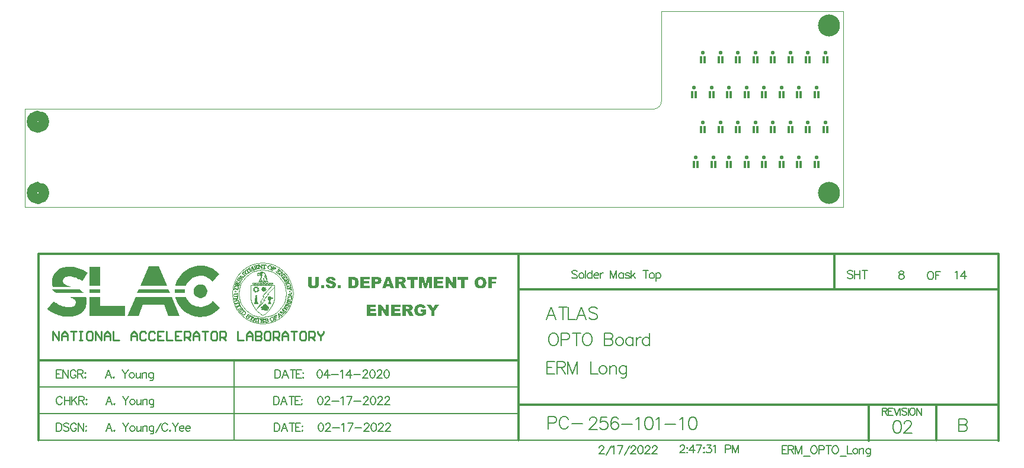
<source format=gts>
G04*
G04 #@! TF.GenerationSoftware,Altium Limited,Altium Designer,21.3.2 (30)*
G04*
G04 Layer_Color=8388736*
%FSLAX25Y25*%
%MOIN*%
G70*
G04*
G04 #@! TF.SameCoordinates,0BA03C88-78D3-4CE0-B3B6-7A37467246DB*
G04*
G04*
G04 #@! TF.FilePolarity,Negative*
G04*
G01*
G75*
%ADD10C,0.00500*%
%ADD11C,0.00300*%
%ADD12C,0.00800*%
%ADD13C,0.01200*%
%ADD14C,0.00026*%
%ADD15C,0.00043*%
%ADD16C,0.00195*%
%ADD17C,0.00061*%
%ADD18C,0.00087*%
%ADD19C,0.00104*%
%ADD20C,0.00052*%
%ADD21C,0.00049*%
%ADD22C,0.00183*%
%ADD23C,0.00174*%
%ADD24C,0.00244*%
%ADD25C,0.00035*%
%ADD26C,0.01000*%
%ADD27R,0.06131X0.10864*%
%ADD28R,0.06131X0.02042*%
%ADD30C,0.06000*%
%ADD31R,0.01400X0.04400*%
%ADD32C,0.00400*%
%ADD33C,0.12400*%
%ADD34C,0.02200*%
G36*
X26368Y-33752D02*
X27377Y-33850D01*
X28659Y-34051D01*
X29751Y-34308D01*
X30805Y-34635D01*
X31823Y-35030D01*
X32803Y-35491D01*
X33746Y-36018D01*
X34651Y-36607D01*
X35518Y-37257D01*
X32333Y-41875D01*
X31340Y-41241D01*
X30805Y-40905D01*
X30278Y-40630D01*
X29393Y-40169D01*
X28659Y-39882D01*
X27942Y-39602D01*
X27222Y-39398D01*
X26864Y-39323D01*
X26437Y-39240D01*
X26046Y-39191D01*
X25795Y-39159D01*
X25481Y-39145D01*
X25167Y-39131D01*
X24752Y-39144D01*
X24379Y-39165D01*
X23701Y-39281D01*
X23124Y-39462D01*
X22812Y-39593D01*
X22645Y-39695D01*
X22415Y-39835D01*
X22090Y-40117D01*
X21829Y-40447D01*
X21639Y-40830D01*
X21536Y-41216D01*
X21505Y-41557D01*
X21536Y-42107D01*
X21639Y-42524D01*
X21835Y-42913D01*
X22098Y-43235D01*
X22477Y-43545D01*
X22970Y-43835D01*
X23588Y-44116D01*
X24341Y-44394D01*
X26296Y-44977D01*
X15810D01*
X15479Y-43405D01*
X15414Y-42114D01*
X15533Y-40650D01*
X15881Y-39299D01*
X16444Y-38070D01*
X17207Y-36973D01*
X18156Y-36018D01*
X19275Y-35215D01*
X20550Y-34573D01*
X21901Y-34124D01*
X23701Y-33802D01*
X25167Y-33714D01*
X26368Y-33752D01*
D02*
G37*
G36*
X99391Y-33119D02*
X100884Y-33248D01*
X102383Y-33540D01*
X103722Y-33941D01*
X105051Y-34490D01*
X106309Y-35164D01*
X107489Y-35954D01*
X108583Y-36854D01*
X109583Y-37855D01*
X105845Y-42174D01*
X104761Y-41040D01*
X104028Y-40444D01*
X103234Y-39928D01*
X102383Y-39500D01*
X101483Y-39164D01*
X100539Y-38927D01*
X99556Y-38796D01*
X98434Y-38782D01*
X97125Y-38947D01*
X95883Y-39298D01*
X94724Y-39820D01*
X93661Y-40498D01*
X92696Y-41333D01*
X91885Y-42263D01*
X91200Y-43321D01*
X90669Y-44477D01*
X84804D01*
X84866Y-44089D01*
X85197Y-42950D01*
X85616Y-41853D01*
X86120Y-40800D01*
X86704Y-39796D01*
X87035Y-39321D01*
X87365Y-38846D01*
X88098Y-37953D01*
X88898Y-37122D01*
X89763Y-36357D01*
X90687Y-35662D01*
X91666Y-35042D01*
X92711Y-34494D01*
X93774Y-34041D01*
X94894Y-33669D01*
X96053Y-33388D01*
X97246Y-33202D01*
X98434Y-33119D01*
X99391Y-33119D01*
D02*
G37*
G36*
X80045Y-44477D02*
X64977D01*
X69685Y-33414D01*
X75337D01*
X80045Y-44477D01*
D02*
G37*
G36*
X90170Y-46521D02*
X90144Y-46916D01*
X90119Y-47284D01*
Y-48003D01*
X90170Y-48542D01*
X84488D01*
X84469Y-47901D01*
X84451Y-47465D01*
X84454Y-47261D01*
X84488Y-46521D01*
X90170Y-46521D01*
D02*
G37*
G36*
X31849Y-47174D02*
X32165Y-47416D01*
X32482Y-47658D01*
X32863Y-48004D01*
X33375Y-48562D01*
X18203D01*
X17875Y-48392D01*
X17547Y-48222D01*
X17185Y-47998D01*
X16824Y-47774D01*
X16398Y-47436D01*
X15973Y-47097D01*
X15425Y-46520D01*
X30766D01*
X31849Y-47174D01*
D02*
G37*
G36*
X81784Y-48562D02*
X63238D01*
X64107Y-46520D01*
X80916D01*
X81784Y-48562D01*
D02*
G37*
G36*
X100020Y-43855D02*
X100717Y-44143D01*
X101343Y-44562D01*
X101876Y-45095D01*
X102295Y-45721D01*
X102583Y-46417D01*
X102730Y-47157D01*
Y-47533D01*
Y-47537D01*
Y-47913D01*
X102583Y-48652D01*
X102295Y-49349D01*
X101876Y-49975D01*
X101343Y-50508D01*
X100717Y-50927D01*
X100020Y-51215D01*
X99281Y-51362D01*
X98528D01*
X97790Y-51215D01*
X97095Y-50927D01*
X96469Y-50509D01*
X95937Y-49977D01*
X95519Y-49351D01*
X95231Y-48656D01*
X95085Y-47918D01*
Y-47542D01*
Y-47528D01*
Y-47152D01*
X95231Y-46414D01*
X95519Y-45719D01*
X95937Y-45093D01*
X96469Y-44561D01*
X97095Y-44143D01*
X97790Y-43855D01*
X98528Y-43708D01*
X99281D01*
X100020Y-43855D01*
D02*
G37*
G36*
X34673Y-51361D02*
X34760Y-51806D01*
X34820Y-52328D01*
X34837Y-52784D01*
X34854Y-53239D01*
X34790Y-54059D01*
X34730Y-54826D01*
X34550Y-55538D01*
X34367Y-56262D01*
X34000Y-57116D01*
X33781Y-57546D01*
X33382Y-58108D01*
X32984Y-58671D01*
X32489Y-59152D01*
X31993Y-59634D01*
X30821Y-60431D01*
X30152Y-60744D01*
X29484Y-61058D01*
X29123Y-61168D01*
X28621Y-61320D01*
X27976Y-61514D01*
X27693Y-61562D01*
X27119Y-61659D01*
X26717Y-61727D01*
X26335Y-61787D01*
X26123Y-61799D01*
X25464Y-61833D01*
X25103Y-61853D01*
X24588Y-61877D01*
X24195Y-61863D01*
X23803Y-61849D01*
X23356Y-61834D01*
X22895Y-61785D01*
X22494Y-61743D01*
X22014Y-61687D01*
X21587Y-61611D01*
X21160Y-61536D01*
X20840Y-61479D01*
X20328Y-61351D01*
X19964Y-61260D01*
X19517Y-61141D01*
X19120Y-61010D01*
X18723Y-60880D01*
X18382Y-60768D01*
X17945Y-60588D01*
X17567Y-60433D01*
X16806Y-60086D01*
X16422Y-59895D01*
X16030Y-59699D01*
X15469Y-59364D01*
X14908Y-59029D01*
X13829Y-58269D01*
X12799Y-57419D01*
X16422Y-53080D01*
X17190Y-53658D01*
X17567Y-53943D01*
X17945Y-54227D01*
X18382Y-54506D01*
X18723Y-54724D01*
X19120Y-54945D01*
X19601Y-55205D01*
X19964Y-55377D01*
X20328Y-55549D01*
X20584Y-55647D01*
X21000Y-55808D01*
X21587Y-55997D01*
X22094Y-56141D01*
X22494Y-56226D01*
X23125Y-56340D01*
X23580Y-56397D01*
X24195Y-56441D01*
X24682Y-56462D01*
X25103Y-56449D01*
X25464Y-56435D01*
X26123Y-56348D01*
X26352Y-56293D01*
X26717Y-56205D01*
X26997Y-56100D01*
X27387Y-55929D01*
X27693Y-55762D01*
X28070Y-55467D01*
X28368Y-55124D01*
X28546Y-54806D01*
X28621Y-54621D01*
X28728Y-54200D01*
X28763Y-53836D01*
X28738Y-53361D01*
X28621Y-52915D01*
X28438Y-52560D01*
X28278Y-52338D01*
X28033Y-52108D01*
X27825Y-51946D01*
X27534Y-51746D01*
X27241Y-51592D01*
X26857Y-51403D01*
X26543Y-51270D01*
X26229Y-51147D01*
X26123Y-51112D01*
X25464Y-50894D01*
X24622Y-50605D01*
X34485D01*
X34673Y-51361D01*
D02*
G37*
G36*
X42613Y-55906D02*
X56506D01*
Y-61479D01*
X36481D01*
Y-50605D01*
X42613D01*
Y-55906D01*
D02*
G37*
G36*
X87283Y-61480D02*
X80871D01*
X78324Y-55230D01*
X66540D01*
X63991Y-61480D01*
X57742D01*
X62369Y-50605D01*
X82654D01*
X87283Y-61480D01*
D02*
G37*
G36*
X90910Y-51195D02*
X91215Y-51750D01*
X91519Y-52306D01*
X91970Y-52903D01*
X92277Y-53312D01*
X92693Y-53727D01*
X93167Y-54198D01*
X93469Y-54423D01*
X93771Y-54648D01*
X94176Y-54950D01*
X94534Y-55144D01*
X94892Y-55338D01*
X95289Y-55553D01*
X95670Y-55692D01*
X96051Y-55831D01*
X96492Y-55992D01*
X97771Y-56253D01*
X98434Y-56312D01*
X98942Y-56305D01*
X99573Y-56296D01*
X100578Y-56159D01*
X101544Y-55910D01*
X102463Y-55558D01*
X103329Y-55109D01*
X103732Y-54839D01*
X104135Y-54569D01*
X104390Y-54355D01*
X104645Y-54141D01*
X104875Y-53946D01*
X105100Y-53711D01*
X105325Y-53475D01*
X105543Y-53246D01*
X105754Y-53003D01*
X105964Y-52760D01*
X109964Y-56798D01*
X108955Y-57888D01*
X107840Y-58868D01*
X106627Y-59732D01*
X105325Y-60469D01*
X104645Y-60787D01*
X103732Y-61129D01*
X103228Y-61318D01*
X101744Y-61699D01*
X100204Y-61923D01*
X99415Y-61974D01*
X98942Y-61975D01*
X98469Y-61977D01*
X98102Y-61951D01*
X97245Y-61891D01*
X96051Y-61705D01*
X95289Y-61520D01*
X94892Y-61424D01*
X93973Y-61119D01*
X93771Y-61052D01*
X93167Y-60794D01*
X92693Y-60592D01*
X91970Y-60211D01*
X91662Y-60049D01*
X91215Y-59766D01*
X90665Y-59415D01*
X90212Y-59074D01*
X89759Y-58733D01*
X89326Y-58350D01*
X88894Y-57967D01*
X88093Y-57135D01*
X87727Y-56688D01*
X87361Y-56242D01*
X87030Y-55766D01*
X86700Y-55290D01*
X86408Y-54788D01*
X86116Y-54286D01*
X85864Y-53759D01*
X85613Y-53232D01*
X85403Y-52682D01*
X85194Y-52133D01*
X84864Y-50993D01*
X84803Y-50605D01*
X90665D01*
X90910Y-51195D01*
D02*
G37*
G36*
X172474Y-39383D02*
X172578D01*
X172692Y-39393D01*
X172828Y-39414D01*
X172963Y-39424D01*
X173265Y-39487D01*
X173567Y-39570D01*
X173869Y-39674D01*
X174004Y-39747D01*
X174129Y-39830D01*
X174139D01*
X174160Y-39851D01*
X174191Y-39882D01*
X174233Y-39914D01*
X174285Y-39966D01*
X174337Y-40028D01*
X174400Y-40091D01*
X174472Y-40174D01*
X174535Y-40268D01*
X174597Y-40382D01*
X174670Y-40497D01*
X174722Y-40622D01*
X174785Y-40767D01*
X174826Y-40923D01*
X174868Y-41090D01*
X174899Y-41267D01*
X173057Y-41371D01*
Y-41350D01*
X173036Y-41298D01*
X173015Y-41225D01*
X172984Y-41132D01*
X172942Y-41028D01*
X172890Y-40923D01*
X172817Y-40830D01*
X172734Y-40747D01*
X172724Y-40736D01*
X172692Y-40715D01*
X172640Y-40684D01*
X172567Y-40642D01*
X172474Y-40611D01*
X172359Y-40580D01*
X172234Y-40559D01*
X172078Y-40549D01*
X172026D01*
X171964Y-40559D01*
X171880Y-40569D01*
X171714Y-40611D01*
X171631Y-40642D01*
X171558Y-40694D01*
X171547Y-40705D01*
X171537Y-40715D01*
X171506Y-40747D01*
X171474Y-40788D01*
X171422Y-40903D01*
X171402Y-40975D01*
X171391Y-41048D01*
Y-41059D01*
Y-41069D01*
X171412Y-41142D01*
X171453Y-41225D01*
X171485Y-41277D01*
X171537Y-41319D01*
X171547Y-41329D01*
X171568Y-41340D01*
X171610Y-41361D01*
X171672Y-41392D01*
X171755Y-41434D01*
X171870Y-41475D01*
X172016Y-41517D01*
X172193Y-41558D01*
X172203D01*
X172245Y-41569D01*
X172318Y-41590D01*
X172401Y-41600D01*
X172505Y-41631D01*
X172630Y-41662D01*
X172765Y-41694D01*
X172911Y-41725D01*
X173213Y-41819D01*
X173515Y-41912D01*
X173660Y-41964D01*
X173796Y-42017D01*
X173921Y-42068D01*
X174035Y-42121D01*
X174046D01*
X174056Y-42131D01*
X174087Y-42152D01*
X174129Y-42173D01*
X174223Y-42235D01*
X174347Y-42308D01*
X174483Y-42412D01*
X174618Y-42537D01*
X174743Y-42672D01*
X174847Y-42818D01*
X174858Y-42839D01*
X174889Y-42891D01*
X174931Y-42974D01*
X174983Y-43089D01*
X175024Y-43234D01*
X175066Y-43391D01*
X175097Y-43568D01*
X175107Y-43755D01*
Y-43765D01*
Y-43786D01*
Y-43817D01*
Y-43859D01*
X175087Y-43974D01*
X175066Y-44130D01*
X175024Y-44296D01*
X174962Y-44484D01*
X174878Y-44681D01*
X174764Y-44879D01*
Y-44890D01*
X174753Y-44900D01*
X174701Y-44962D01*
X174629Y-45056D01*
X174524Y-45171D01*
X174389Y-45296D01*
X174223Y-45421D01*
X174035Y-45546D01*
X173817Y-45660D01*
X173806D01*
X173785Y-45670D01*
X173754Y-45681D01*
X173713Y-45702D01*
X173650Y-45722D01*
X173577Y-45743D01*
X173494Y-45764D01*
X173400Y-45785D01*
X173296Y-45816D01*
X173182Y-45837D01*
X172921Y-45879D01*
X172619Y-45910D01*
X172286Y-45920D01*
X172130D01*
X172026Y-45910D01*
X171891Y-45899D01*
X171745Y-45889D01*
X171578Y-45868D01*
X171402Y-45847D01*
X171027Y-45774D01*
X170839Y-45722D01*
X170652Y-45660D01*
X170475Y-45587D01*
X170319Y-45504D01*
X170163Y-45410D01*
X170038Y-45306D01*
X170027Y-45296D01*
X170007Y-45275D01*
X169975Y-45244D01*
X169944Y-45191D01*
X169892Y-45129D01*
X169840Y-45056D01*
X169778Y-44973D01*
X169715Y-44869D01*
X169653Y-44765D01*
X169590Y-44640D01*
X169476Y-44380D01*
X169392Y-44067D01*
X169361Y-43901D01*
X169340Y-43724D01*
X171204Y-43599D01*
Y-43620D01*
X171214Y-43672D01*
X171235Y-43755D01*
X171256Y-43859D01*
X171287Y-43974D01*
X171329Y-44088D01*
X171381Y-44192D01*
X171443Y-44296D01*
X171453Y-44317D01*
X171506Y-44359D01*
X171568Y-44411D01*
X171672Y-44484D01*
X171797Y-44556D01*
X171943Y-44609D01*
X172120Y-44650D01*
X172318Y-44671D01*
X172390D01*
X172463Y-44661D01*
X172557Y-44650D01*
X172661Y-44629D01*
X172776Y-44588D01*
X172880Y-44546D01*
X172973Y-44484D01*
X172984Y-44473D01*
X173005Y-44452D01*
X173046Y-44411D01*
X173088Y-44348D01*
X173129Y-44286D01*
X173171Y-44203D01*
X173192Y-44119D01*
X173202Y-44026D01*
Y-44015D01*
Y-43984D01*
X173192Y-43932D01*
X173171Y-43880D01*
X173150Y-43807D01*
X173109Y-43734D01*
X173057Y-43661D01*
X172984Y-43588D01*
X172973Y-43578D01*
X172942Y-43557D01*
X172869Y-43516D01*
X172776Y-43464D01*
X172640Y-43411D01*
X172557Y-43380D01*
X172463Y-43349D01*
X172359Y-43318D01*
X172245Y-43276D01*
X172120Y-43245D01*
X171974Y-43214D01*
X171964D01*
X171922Y-43203D01*
X171849Y-43182D01*
X171766Y-43162D01*
X171662Y-43130D01*
X171537Y-43099D01*
X171402Y-43058D01*
X171256Y-43016D01*
X170954Y-42901D01*
X170652Y-42776D01*
X170506Y-42704D01*
X170371Y-42620D01*
X170246Y-42537D01*
X170132Y-42454D01*
X170121Y-42443D01*
X170111Y-42433D01*
X170079Y-42402D01*
X170048Y-42370D01*
X169955Y-42266D01*
X169861Y-42121D01*
X169757Y-41944D01*
X169663Y-41735D01*
X169600Y-41496D01*
X169590Y-41361D01*
X169580Y-41225D01*
Y-41215D01*
Y-41205D01*
Y-41142D01*
X169590Y-41048D01*
X169611Y-40923D01*
X169653Y-40788D01*
X169694Y-40632D01*
X169767Y-40476D01*
X169861Y-40309D01*
X169871Y-40288D01*
X169913Y-40236D01*
X169975Y-40153D01*
X170069Y-40059D01*
X170194Y-39945D01*
X170340Y-39830D01*
X170517Y-39726D01*
X170714Y-39622D01*
X170725D01*
X170746Y-39612D01*
X170777Y-39601D01*
X170818Y-39581D01*
X170881Y-39560D01*
X170943Y-39539D01*
X171027Y-39518D01*
X171120Y-39497D01*
X171235Y-39476D01*
X171349Y-39456D01*
X171474Y-39435D01*
X171620Y-39414D01*
X171766Y-39393D01*
X171922Y-39383D01*
X172276Y-39372D01*
X172390D01*
X172474Y-39383D01*
D02*
G37*
G36*
X242710Y-45816D02*
X240867D01*
X238494Y-42339D01*
Y-45816D01*
X236651D01*
Y-39476D01*
X238473D01*
X240867Y-42985D01*
Y-39476D01*
X242710D01*
Y-45816D01*
D02*
G37*
G36*
X228979D02*
X227376D01*
Y-40986D01*
X226137Y-45816D01*
X224680D01*
X223451Y-40986D01*
Y-45816D01*
X221848D01*
Y-39476D01*
X224430D01*
X225409Y-43339D01*
X226397Y-39476D01*
X228979D01*
Y-45816D01*
D02*
G37*
G36*
X165447Y-43255D02*
Y-43266D01*
Y-43276D01*
Y-43307D01*
Y-43349D01*
X165437Y-43464D01*
X165426Y-43599D01*
X165405Y-43765D01*
X165374Y-43942D01*
X165332Y-44130D01*
X165270Y-44317D01*
Y-44328D01*
X165260Y-44338D01*
X165239Y-44400D01*
X165197Y-44494D01*
X165135Y-44609D01*
X165062Y-44754D01*
X164968Y-44900D01*
X164854Y-45046D01*
X164718Y-45191D01*
X164697Y-45212D01*
X164656Y-45254D01*
X164583Y-45316D01*
X164479Y-45400D01*
X164364Y-45483D01*
X164229Y-45566D01*
X164083Y-45650D01*
X163927Y-45712D01*
X163917D01*
X163906Y-45722D01*
X163875Y-45733D01*
X163823Y-45743D01*
X163771Y-45764D01*
X163708Y-45774D01*
X163542Y-45816D01*
X163344Y-45858D01*
X163115Y-45889D01*
X162855Y-45910D01*
X162563Y-45920D01*
X162386D01*
X162261Y-45910D01*
X162105D01*
X161939Y-45889D01*
X161741Y-45879D01*
X161543Y-45858D01*
X161522D01*
X161491Y-45847D01*
X161450D01*
X161356Y-45827D01*
X161231Y-45806D01*
X161085Y-45764D01*
X160929Y-45722D01*
X160773Y-45670D01*
X160627Y-45608D01*
X160606Y-45597D01*
X160565Y-45566D01*
X160492Y-45525D01*
X160408Y-45462D01*
X160304Y-45389D01*
X160190Y-45296D01*
X160075Y-45181D01*
X159961Y-45056D01*
X159950Y-45035D01*
X159909Y-44994D01*
X159857Y-44921D01*
X159794Y-44827D01*
X159732Y-44723D01*
X159659Y-44598D01*
X159597Y-44463D01*
X159545Y-44328D01*
Y-44317D01*
X159534Y-44296D01*
X159524Y-44265D01*
X159513Y-44223D01*
X159492Y-44109D01*
X159461Y-43963D01*
X159420Y-43797D01*
X159399Y-43620D01*
X159378Y-43432D01*
X159368Y-43255D01*
Y-39476D01*
X161325D01*
Y-43349D01*
Y-43359D01*
Y-43370D01*
Y-43432D01*
X161335Y-43526D01*
X161356Y-43640D01*
X161398Y-43765D01*
X161439Y-43901D01*
X161512Y-44036D01*
X161606Y-44151D01*
X161616Y-44161D01*
X161658Y-44192D01*
X161720Y-44244D01*
X161814Y-44296D01*
X161928Y-44348D01*
X162064Y-44400D01*
X162230Y-44432D01*
X162407Y-44442D01*
X162490D01*
X162584Y-44432D01*
X162699Y-44411D01*
X162824Y-44369D01*
X162949Y-44328D01*
X163084Y-44255D01*
X163198Y-44161D01*
X163209Y-44151D01*
X163240Y-44109D01*
X163292Y-44036D01*
X163344Y-43953D01*
X163396Y-43838D01*
X163448Y-43692D01*
X163479Y-43536D01*
X163490Y-43349D01*
Y-39476D01*
X165447D01*
Y-43255D01*
D02*
G37*
G36*
X265612Y-40840D02*
X262728D01*
Y-41944D01*
X265196D01*
Y-43224D01*
X262728D01*
Y-45816D01*
X260761D01*
Y-39476D01*
X265612D01*
Y-40840D01*
D02*
G37*
G36*
X249529Y-41038D02*
X247530D01*
Y-45816D01*
X245573D01*
Y-41038D01*
X243574D01*
Y-39476D01*
X249529D01*
Y-41038D01*
D02*
G37*
G36*
X235485Y-40830D02*
X232196D01*
Y-41840D01*
X235246D01*
Y-43130D01*
X232196D01*
Y-44380D01*
X235579D01*
Y-45816D01*
X230228D01*
Y-39476D01*
X235485D01*
Y-40830D01*
D02*
G37*
G36*
X220984Y-41038D02*
X218986D01*
Y-45816D01*
X217028D01*
Y-41038D01*
X215030D01*
Y-39476D01*
X220984D01*
Y-41038D01*
D02*
G37*
G36*
X212177Y-39487D02*
X212386Y-39497D01*
X212604Y-39518D01*
X212844Y-39539D01*
X213062Y-39581D01*
X213260Y-39633D01*
X213270D01*
X213281Y-39643D01*
X213343Y-39664D01*
X213427Y-39706D01*
X213541Y-39768D01*
X213656Y-39841D01*
X213791Y-39945D01*
X213916Y-40070D01*
X214030Y-40216D01*
X214041Y-40236D01*
X214083Y-40288D01*
X214124Y-40382D01*
X214187Y-40497D01*
X214239Y-40653D01*
X214291Y-40830D01*
X214322Y-41028D01*
X214332Y-41246D01*
Y-41256D01*
Y-41267D01*
Y-41329D01*
X214322Y-41434D01*
X214301Y-41558D01*
X214280Y-41694D01*
X214239Y-41850D01*
X214176Y-42006D01*
X214103Y-42152D01*
X214093Y-42173D01*
X214062Y-42214D01*
X214010Y-42287D01*
X213937Y-42370D01*
X213854Y-42474D01*
X213739Y-42579D01*
X213624Y-42683D01*
X213479Y-42776D01*
X213468Y-42787D01*
X213437Y-42797D01*
X213375Y-42829D01*
X213302Y-42860D01*
X213198Y-42901D01*
X213083Y-42943D01*
X212948Y-42985D01*
X212792Y-43026D01*
X212802D01*
X212844Y-43047D01*
X212906Y-43068D01*
X212979Y-43099D01*
X213146Y-43172D01*
X213229Y-43214D01*
X213291Y-43255D01*
X213302D01*
X213312Y-43276D01*
X213343Y-43297D01*
X213375Y-43328D01*
X213416Y-43380D01*
X213468Y-43432D01*
X213531Y-43505D01*
X213604Y-43599D01*
X213614Y-43609D01*
X213635Y-43640D01*
X213677Y-43682D01*
X213718Y-43745D01*
X213812Y-43870D01*
X213854Y-43932D01*
X213885Y-43984D01*
X214842Y-45816D01*
X212625D01*
X211574Y-43890D01*
X211563Y-43870D01*
X211542Y-43828D01*
X211501Y-43765D01*
X211459Y-43682D01*
X211397Y-43599D01*
X211345Y-43526D01*
X211282Y-43453D01*
X211220Y-43401D01*
X211209Y-43391D01*
X211189Y-43380D01*
X211137Y-43349D01*
X211084Y-43318D01*
X211012Y-43297D01*
X210928Y-43266D01*
X210835Y-43255D01*
X210741Y-43245D01*
X210574D01*
Y-45816D01*
X208607D01*
Y-39476D01*
X212094D01*
X212177Y-39487D01*
D02*
G37*
G36*
X207951Y-45816D02*
X205890D01*
X205577Y-44765D01*
X203360D01*
X203048Y-45816D01*
X201049D01*
X203423Y-39476D01*
X205577D01*
X207951Y-45816D01*
D02*
G37*
G36*
X198707Y-39487D02*
X198790D01*
X198894Y-39508D01*
X199009Y-39518D01*
X199134Y-39539D01*
X199394Y-39601D01*
X199654Y-39695D01*
X199790Y-39747D01*
X199915Y-39820D01*
X200029Y-39893D01*
X200133Y-39987D01*
X200144Y-39997D01*
X200154Y-40007D01*
X200185Y-40039D01*
X200216Y-40080D01*
X200258Y-40132D01*
X200300Y-40195D01*
X200352Y-40268D01*
X200404Y-40361D01*
X200445Y-40455D01*
X200497Y-40559D01*
X200539Y-40684D01*
X200581Y-40809D01*
X200643Y-41090D01*
X200654Y-41256D01*
X200664Y-41423D01*
Y-41434D01*
Y-41465D01*
Y-41517D01*
X200654Y-41579D01*
X200643Y-41662D01*
X200633Y-41756D01*
X200612Y-41860D01*
X200591Y-41975D01*
X200518Y-42214D01*
X200414Y-42464D01*
X200352Y-42589D01*
X200279Y-42714D01*
X200185Y-42829D01*
X200081Y-42933D01*
X200071Y-42943D01*
X200050Y-42953D01*
X200019Y-42985D01*
X199977Y-43016D01*
X199915Y-43058D01*
X199842Y-43099D01*
X199748Y-43151D01*
X199644Y-43193D01*
X199529Y-43245D01*
X199404Y-43297D01*
X199259Y-43339D01*
X199102Y-43380D01*
X198925Y-43411D01*
X198738Y-43443D01*
X198540Y-43453D01*
X198322Y-43464D01*
X197249D01*
Y-45816D01*
X195282D01*
Y-39476D01*
X198634D01*
X198707Y-39487D01*
D02*
G37*
G36*
X194137Y-40830D02*
X190847D01*
Y-41840D01*
X193897D01*
Y-43130D01*
X190847D01*
Y-44380D01*
X194231D01*
Y-45816D01*
X188880D01*
Y-39476D01*
X194137D01*
Y-40830D01*
D02*
G37*
G36*
X185143Y-39487D02*
X185226D01*
X185413Y-39508D01*
X185642Y-39539D01*
X185871Y-39581D01*
X186100Y-39633D01*
X186309Y-39716D01*
X186319D01*
X186329Y-39726D01*
X186402Y-39757D01*
X186496Y-39810D01*
X186621Y-39882D01*
X186756Y-39976D01*
X186902Y-40091D01*
X187048Y-40226D01*
X187183Y-40382D01*
X187204Y-40403D01*
X187246Y-40455D01*
X187308Y-40549D01*
X187381Y-40674D01*
X187464Y-40819D01*
X187547Y-40996D01*
X187631Y-41194D01*
X187693Y-41402D01*
Y-41413D01*
X187704Y-41423D01*
Y-41465D01*
X187714Y-41506D01*
X187735Y-41558D01*
X187745Y-41621D01*
X187776Y-41777D01*
X187797Y-41954D01*
X187829Y-42162D01*
X187839Y-42391D01*
X187849Y-42631D01*
Y-42641D01*
Y-42672D01*
Y-42724D01*
Y-42797D01*
X187839Y-42880D01*
Y-42985D01*
X187829Y-43089D01*
X187818Y-43214D01*
X187787Y-43464D01*
X187745Y-43724D01*
X187693Y-43984D01*
X187652Y-44098D01*
X187610Y-44213D01*
Y-44223D01*
X187599Y-44234D01*
X187589Y-44265D01*
X187568Y-44307D01*
X187516Y-44411D01*
X187443Y-44536D01*
X187350Y-44681D01*
X187246Y-44838D01*
X187110Y-44994D01*
X186964Y-45150D01*
X186944Y-45171D01*
X186892Y-45212D01*
X186808Y-45275D01*
X186704Y-45348D01*
X186569Y-45441D01*
X186423Y-45514D01*
X186267Y-45587D01*
X186090Y-45650D01*
X186080D01*
X186059Y-45660D01*
X186028D01*
X185986Y-45670D01*
X185923Y-45691D01*
X185861Y-45702D01*
X185705Y-45733D01*
X185517Y-45764D01*
X185330Y-45785D01*
X185122Y-45806D01*
X184924Y-45816D01*
X182020D01*
Y-39476D01*
X185070D01*
X185143Y-39487D01*
D02*
G37*
G36*
X177866Y-45816D02*
X175982D01*
Y-44046D01*
X177866D01*
Y-45816D01*
D02*
G37*
G36*
X168518D02*
X166634D01*
Y-44046D01*
X168518D01*
Y-45816D01*
D02*
G37*
G36*
X256555Y-39383D02*
X256659D01*
X256795Y-39393D01*
X256941Y-39414D01*
X257117Y-39445D01*
X257294Y-39476D01*
X257492Y-39529D01*
X257690Y-39581D01*
X257888Y-39653D01*
X258096Y-39737D01*
X258294Y-39830D01*
X258481Y-39945D01*
X258668Y-40080D01*
X258835Y-40226D01*
X258845Y-40236D01*
X258877Y-40268D01*
X258918Y-40309D01*
X258970Y-40382D01*
X259033Y-40465D01*
X259106Y-40580D01*
X259189Y-40705D01*
X259272Y-40840D01*
X259345Y-41007D01*
X259428Y-41184D01*
X259501Y-41371D01*
X259564Y-41590D01*
X259616Y-41819D01*
X259658Y-42058D01*
X259689Y-42318D01*
X259699Y-42599D01*
Y-42610D01*
Y-42652D01*
Y-42704D01*
X259689Y-42787D01*
Y-42880D01*
X259678Y-42985D01*
X259668Y-43110D01*
X259658Y-43245D01*
X259605Y-43536D01*
X259543Y-43838D01*
X259449Y-44151D01*
X259324Y-44432D01*
Y-44442D01*
X259303Y-44463D01*
X259283Y-44494D01*
X259251Y-44546D01*
X259220Y-44609D01*
X259168Y-44671D01*
X259054Y-44838D01*
X258897Y-45015D01*
X258710Y-45191D01*
X258491Y-45379D01*
X258242Y-45535D01*
X258231D01*
X258210Y-45556D01*
X258169Y-45566D01*
X258117Y-45597D01*
X258044Y-45629D01*
X257961Y-45660D01*
X257867Y-45691D01*
X257752Y-45722D01*
X257638Y-45764D01*
X257503Y-45795D01*
X257357Y-45827D01*
X257201Y-45858D01*
X256857Y-45899D01*
X256472Y-45920D01*
X256368D01*
X256295Y-45910D01*
X256201D01*
X256097Y-45899D01*
X255972Y-45889D01*
X255847Y-45879D01*
X255566Y-45837D01*
X255264Y-45774D01*
X254973Y-45702D01*
X254692Y-45587D01*
X254681D01*
X254661Y-45566D01*
X254629Y-45546D01*
X254577Y-45525D01*
X254515Y-45483D01*
X254452Y-45441D01*
X254286Y-45327D01*
X254109Y-45171D01*
X253922Y-44983D01*
X253734Y-44765D01*
X253557Y-44504D01*
Y-44494D01*
X253536Y-44473D01*
X253516Y-44432D01*
X253495Y-44369D01*
X253464Y-44296D01*
X253422Y-44213D01*
X253380Y-44109D01*
X253349Y-43994D01*
X253307Y-43870D01*
X253266Y-43724D01*
X253235Y-43578D01*
X253193Y-43411D01*
X253172Y-43234D01*
X253151Y-43047D01*
X253130Y-42652D01*
Y-42631D01*
Y-42579D01*
X253141Y-42506D01*
Y-42391D01*
X253162Y-42266D01*
X253172Y-42110D01*
X253203Y-41944D01*
X253235Y-41767D01*
X253287Y-41579D01*
X253339Y-41381D01*
X253412Y-41184D01*
X253495Y-40975D01*
X253599Y-40778D01*
X253713Y-40590D01*
X253838Y-40403D01*
X253994Y-40236D01*
X254005Y-40226D01*
X254036Y-40195D01*
X254088Y-40153D01*
X254151Y-40101D01*
X254244Y-40039D01*
X254348Y-39966D01*
X254473Y-39882D01*
X254619Y-39799D01*
X254786Y-39726D01*
X254963Y-39643D01*
X255160Y-39570D01*
X255379Y-39508D01*
X255608Y-39456D01*
X255858Y-39414D01*
X256118Y-39383D01*
X256399Y-39372D01*
X256472D01*
X256555Y-39383D01*
D02*
G37*
G36*
X222879Y-54883D02*
X222983D01*
X223087Y-54893D01*
X223212D01*
X223462Y-54924D01*
X223722Y-54956D01*
X223972Y-55008D01*
X224087Y-55039D01*
X224191Y-55070D01*
X224201D01*
X224212Y-55080D01*
X224285Y-55101D01*
X224378Y-55153D01*
X224503Y-55216D01*
X224639Y-55299D01*
X224784Y-55403D01*
X224930Y-55518D01*
X225065Y-55664D01*
X225076Y-55684D01*
X225117Y-55736D01*
X225180Y-55820D01*
X225263Y-55934D01*
X225346Y-56080D01*
X225430Y-56257D01*
X225513Y-56455D01*
X225586Y-56673D01*
X223691Y-57006D01*
X223681Y-56986D01*
X223670Y-56944D01*
X223639Y-56881D01*
X223598Y-56809D01*
X223535Y-56715D01*
X223473Y-56632D01*
X223379Y-56538D01*
X223285Y-56465D01*
X223275Y-56455D01*
X223233Y-56434D01*
X223181Y-56403D01*
X223098Y-56361D01*
X222994Y-56330D01*
X222869Y-56299D01*
X222733Y-56278D01*
X222577Y-56267D01*
X222515D01*
X222473Y-56278D01*
X222348Y-56288D01*
X222203Y-56319D01*
X222046Y-56371D01*
X221869Y-56455D01*
X221703Y-56569D01*
X221620Y-56632D01*
X221547Y-56715D01*
X221526Y-56736D01*
X221515Y-56767D01*
X221484Y-56798D01*
X221463Y-56850D01*
X221432Y-56902D01*
X221391Y-56975D01*
X221359Y-57058D01*
X221328Y-57152D01*
X221287Y-57256D01*
X221255Y-57371D01*
X221234Y-57496D01*
X221203Y-57641D01*
X221193Y-57787D01*
X221172Y-57954D01*
Y-58131D01*
Y-58141D01*
Y-58172D01*
Y-58224D01*
X221182Y-58297D01*
Y-58381D01*
X221193Y-58485D01*
X221224Y-58703D01*
X221266Y-58943D01*
X221339Y-59182D01*
X221432Y-59411D01*
X221495Y-59505D01*
X221557Y-59598D01*
X221578Y-59619D01*
X221630Y-59671D01*
X221713Y-59734D01*
X221838Y-59817D01*
X221984Y-59900D01*
X222171Y-59963D01*
X222390Y-60015D01*
X222629Y-60036D01*
X222681D01*
X222754Y-60025D01*
X222838D01*
X222931Y-60015D01*
X223035Y-59994D01*
X223254Y-59942D01*
X223264D01*
X223306Y-59921D01*
X223369Y-59900D01*
X223452Y-59869D01*
X223556Y-59817D01*
X223681Y-59765D01*
X223806Y-59703D01*
X223952Y-59619D01*
Y-59026D01*
X222640D01*
Y-57704D01*
X225669D01*
Y-60410D01*
X225659Y-60421D01*
X225627Y-60431D01*
X225586Y-60462D01*
X225523Y-60504D01*
X225450Y-60556D01*
X225357Y-60608D01*
X225253Y-60671D01*
X225149Y-60733D01*
X224909Y-60858D01*
X224649Y-60993D01*
X224378Y-61118D01*
X224118Y-61212D01*
X224108D01*
X224087Y-61222D01*
X224056Y-61233D01*
X224004Y-61243D01*
X223941Y-61264D01*
X223858Y-61274D01*
X223775Y-61295D01*
X223670Y-61316D01*
X223556Y-61337D01*
X223441Y-61358D01*
X223171Y-61389D01*
X222869Y-61410D01*
X222536Y-61420D01*
X222432D01*
X222348Y-61410D01*
X222255D01*
X222140Y-61399D01*
X222015Y-61389D01*
X221880Y-61368D01*
X221588Y-61326D01*
X221287Y-61264D01*
X220974Y-61170D01*
X220693Y-61045D01*
X220683D01*
X220662Y-61025D01*
X220631Y-61004D01*
X220579Y-60973D01*
X220516Y-60931D01*
X220454Y-60879D01*
X220287Y-60754D01*
X220110Y-60598D01*
X219933Y-60400D01*
X219746Y-60171D01*
X219590Y-59900D01*
Y-59890D01*
X219569Y-59869D01*
X219558Y-59828D01*
X219527Y-59765D01*
X219496Y-59692D01*
X219465Y-59609D01*
X219433Y-59505D01*
X219402Y-59401D01*
X219361Y-59276D01*
X219329Y-59140D01*
X219267Y-58838D01*
X219225Y-58505D01*
X219204Y-58152D01*
Y-58141D01*
Y-58110D01*
Y-58047D01*
X219215Y-57974D01*
Y-57891D01*
X219225Y-57777D01*
X219236Y-57662D01*
X219257Y-57537D01*
X219309Y-57256D01*
X219381Y-56954D01*
X219486Y-56642D01*
X219631Y-56351D01*
X219642Y-56340D01*
X219652Y-56319D01*
X219673Y-56278D01*
X219715Y-56226D01*
X219756Y-56163D01*
X219808Y-56090D01*
X219944Y-55913D01*
X220121Y-55726D01*
X220339Y-55528D01*
X220589Y-55351D01*
X220881Y-55185D01*
X220891D01*
X220912Y-55174D01*
X220943Y-55153D01*
X220995Y-55133D01*
X221068Y-55112D01*
X221141Y-55080D01*
X221234Y-55060D01*
X221339Y-55028D01*
X221463Y-54997D01*
X221588Y-54966D01*
X221734Y-54945D01*
X221890Y-54924D01*
X222057Y-54904D01*
X222234Y-54883D01*
X222421Y-54872D01*
X222796D01*
X222879Y-54883D01*
D02*
G37*
G36*
X230624Y-58662D02*
Y-61316D01*
X228657D01*
Y-58662D01*
X226190Y-54976D01*
X228365D01*
X229646Y-57121D01*
X230916Y-54976D01*
X233091D01*
X230624Y-58662D01*
D02*
G37*
G36*
X204849Y-61316D02*
X203007D01*
X200633Y-57839D01*
Y-61316D01*
X198791D01*
Y-54976D01*
X200612D01*
X203007Y-58485D01*
Y-54976D01*
X204849D01*
Y-61316D01*
D02*
G37*
G36*
X216154Y-54987D02*
X216363Y-54997D01*
X216581Y-55018D01*
X216821Y-55039D01*
X217039Y-55080D01*
X217237Y-55133D01*
X217247D01*
X217258Y-55143D01*
X217320Y-55164D01*
X217404Y-55206D01*
X217518Y-55268D01*
X217633Y-55341D01*
X217768Y-55445D01*
X217893Y-55570D01*
X218007Y-55716D01*
X218018Y-55736D01*
X218059Y-55788D01*
X218101Y-55882D01*
X218163Y-55997D01*
X218215Y-56153D01*
X218268Y-56330D01*
X218299Y-56528D01*
X218309Y-56746D01*
Y-56757D01*
Y-56767D01*
Y-56829D01*
X218299Y-56933D01*
X218278Y-57058D01*
X218257Y-57194D01*
X218215Y-57350D01*
X218153Y-57506D01*
X218080Y-57652D01*
X218070Y-57673D01*
X218039Y-57714D01*
X217986Y-57787D01*
X217914Y-57870D01*
X217830Y-57974D01*
X217716Y-58079D01*
X217601Y-58183D01*
X217456Y-58276D01*
X217445Y-58287D01*
X217414Y-58297D01*
X217352Y-58328D01*
X217279Y-58360D01*
X217175Y-58401D01*
X217060Y-58443D01*
X216925Y-58485D01*
X216769Y-58526D01*
X216779D01*
X216821Y-58547D01*
X216883Y-58568D01*
X216956Y-58599D01*
X217123Y-58672D01*
X217206Y-58714D01*
X217268Y-58755D01*
X217279D01*
X217289Y-58776D01*
X217320Y-58797D01*
X217352Y-58828D01*
X217393Y-58880D01*
X217445Y-58932D01*
X217508Y-59005D01*
X217581Y-59099D01*
X217591Y-59109D01*
X217612Y-59140D01*
X217653Y-59182D01*
X217695Y-59245D01*
X217789Y-59369D01*
X217830Y-59432D01*
X217862Y-59484D01*
X218819Y-61316D01*
X216602D01*
X215551Y-59390D01*
X215540Y-59369D01*
X215519Y-59328D01*
X215478Y-59265D01*
X215436Y-59182D01*
X215374Y-59099D01*
X215322Y-59026D01*
X215259Y-58953D01*
X215197Y-58901D01*
X215186Y-58891D01*
X215165Y-58880D01*
X215113Y-58849D01*
X215061Y-58818D01*
X214988Y-58797D01*
X214905Y-58766D01*
X214811Y-58755D01*
X214718Y-58745D01*
X214551D01*
Y-61316D01*
X212584D01*
Y-54976D01*
X216071D01*
X216154Y-54987D01*
D02*
G37*
G36*
X211407Y-56330D02*
X208118D01*
Y-57340D01*
X211168D01*
Y-58630D01*
X208118D01*
Y-59879D01*
X211501D01*
Y-61316D01*
X206150D01*
Y-54976D01*
X211407D01*
Y-56330D01*
D02*
G37*
G36*
X197625D02*
X194335D01*
Y-57340D01*
X197385D01*
Y-58630D01*
X194335D01*
Y-59879D01*
X197718D01*
Y-61316D01*
X192367D01*
Y-54976D01*
X197625D01*
Y-56330D01*
D02*
G37*
%LPC*%
G36*
X211428Y-40757D02*
X210574D01*
Y-42048D01*
X211459D01*
X211511Y-42037D01*
X211584Y-42027D01*
X211678Y-42017D01*
X211782Y-41996D01*
X211917Y-41964D01*
X211928D01*
X211948Y-41954D01*
X211990Y-41944D01*
X212032Y-41923D01*
X212136Y-41860D01*
X212188Y-41819D01*
X212240Y-41767D01*
X212250Y-41756D01*
X212261Y-41735D01*
X212282Y-41704D01*
X212302Y-41662D01*
X212344Y-41548D01*
X212365Y-41475D01*
Y-41402D01*
Y-41392D01*
Y-41350D01*
X212354Y-41298D01*
X212344Y-41225D01*
X212313Y-41152D01*
X212282Y-41069D01*
X212229Y-40996D01*
X212167Y-40923D01*
X212157Y-40913D01*
X212125Y-40892D01*
X212073Y-40871D01*
X212000Y-40840D01*
X211896Y-40809D01*
X211771Y-40778D01*
X211615Y-40767D01*
X211428Y-40757D01*
D02*
G37*
G36*
X204474Y-41121D02*
X203787Y-43391D01*
X205161D01*
X204474Y-41121D01*
D02*
G37*
G36*
X197801Y-40767D02*
X197249D01*
Y-42183D01*
X197822D01*
X197916Y-42173D01*
X198041Y-42162D01*
X198166Y-42141D01*
X198301Y-42100D01*
X198415Y-42058D01*
X198520Y-41996D01*
X198530Y-41985D01*
X198561Y-41964D01*
X198592Y-41912D01*
X198644Y-41860D01*
X198686Y-41787D01*
X198717Y-41694D01*
X198749Y-41600D01*
X198759Y-41486D01*
Y-41475D01*
Y-41434D01*
X198749Y-41381D01*
X198738Y-41309D01*
X198707Y-41225D01*
X198676Y-41142D01*
X198624Y-41059D01*
X198551Y-40975D01*
X198540Y-40965D01*
X198509Y-40944D01*
X198457Y-40913D01*
X198384Y-40871D01*
X198280Y-40830D01*
X198155Y-40799D01*
X197989Y-40778D01*
X197801Y-40767D01*
D02*
G37*
G36*
X184456Y-40913D02*
X183977D01*
Y-44380D01*
X184549D01*
X184664Y-44369D01*
X184789Y-44359D01*
X184934Y-44348D01*
X185080Y-44317D01*
X185205Y-44286D01*
X185320Y-44244D01*
X185330Y-44234D01*
X185361Y-44213D01*
X185413Y-44182D01*
X185465Y-44130D01*
X185538Y-44067D01*
X185601Y-43984D01*
X185663Y-43890D01*
X185726Y-43776D01*
X185736Y-43755D01*
X185747Y-43713D01*
X185778Y-43630D01*
X185809Y-43505D01*
X185830Y-43359D01*
X185861Y-43162D01*
X185871Y-42933D01*
X185882Y-42672D01*
Y-42662D01*
Y-42631D01*
Y-42579D01*
Y-42506D01*
X185871Y-42423D01*
X185861Y-42329D01*
X185840Y-42121D01*
X185799Y-41892D01*
X185747Y-41662D01*
X185663Y-41454D01*
X185611Y-41361D01*
X185549Y-41288D01*
X185538Y-41267D01*
X185486Y-41225D01*
X185403Y-41173D01*
X185288Y-41100D01*
X185132Y-41028D01*
X184945Y-40975D01*
X184726Y-40934D01*
X184456Y-40913D01*
D02*
G37*
G36*
X256399Y-40861D02*
X256347D01*
X256305Y-40871D01*
X256191Y-40882D01*
X256056Y-40913D01*
X255910Y-40965D01*
X255743Y-41038D01*
X255587Y-41142D01*
X255441Y-41288D01*
X255431Y-41309D01*
X255410Y-41329D01*
X255389Y-41371D01*
X255358Y-41413D01*
X255327Y-41465D01*
X255296Y-41538D01*
X255264Y-41611D01*
X255233Y-41704D01*
X255202Y-41808D01*
X255171Y-41923D01*
X255139Y-42048D01*
X255119Y-42183D01*
X255098Y-42329D01*
X255087Y-42485D01*
Y-42662D01*
Y-42672D01*
Y-42704D01*
Y-42756D01*
X255098Y-42818D01*
Y-42901D01*
X255108Y-42985D01*
X255129Y-43193D01*
X255171Y-43422D01*
X255233Y-43640D01*
X255327Y-43859D01*
X255379Y-43953D01*
X255441Y-44036D01*
X255462Y-44057D01*
X255504Y-44098D01*
X255587Y-44171D01*
X255691Y-44244D01*
X255837Y-44317D01*
X256003Y-44390D01*
X256191Y-44432D01*
X256410Y-44452D01*
X256472D01*
X256514Y-44442D01*
X256628Y-44432D01*
X256774Y-44400D01*
X256930Y-44348D01*
X257086Y-44286D01*
X257253Y-44182D01*
X257388Y-44046D01*
X257399Y-44026D01*
X257419Y-44005D01*
X257440Y-43963D01*
X257471Y-43922D01*
X257503Y-43859D01*
X257534Y-43797D01*
X257565Y-43713D01*
X257596Y-43620D01*
X257628Y-43505D01*
X257659Y-43391D01*
X257690Y-43255D01*
X257711Y-43110D01*
X257732Y-42943D01*
X257742Y-42766D01*
Y-42579D01*
Y-42568D01*
Y-42537D01*
Y-42495D01*
X257732Y-42433D01*
Y-42360D01*
X257721Y-42277D01*
X257700Y-42079D01*
X257648Y-41871D01*
X257586Y-41652D01*
X257503Y-41454D01*
X257440Y-41361D01*
X257378Y-41277D01*
X257357Y-41256D01*
X257315Y-41215D01*
X257232Y-41142D01*
X257117Y-41069D01*
X256982Y-40996D01*
X256816Y-40923D01*
X256618Y-40882D01*
X256399Y-40861D01*
D02*
G37*
G36*
X215405Y-56257D02*
X214551D01*
Y-57548D01*
X215436D01*
X215488Y-57537D01*
X215561Y-57527D01*
X215655Y-57516D01*
X215759Y-57496D01*
X215894Y-57464D01*
X215904D01*
X215925Y-57454D01*
X215967Y-57444D01*
X216009Y-57423D01*
X216113Y-57360D01*
X216165Y-57319D01*
X216217Y-57267D01*
X216227Y-57256D01*
X216238Y-57235D01*
X216259Y-57204D01*
X216279Y-57162D01*
X216321Y-57048D01*
X216342Y-56975D01*
Y-56902D01*
Y-56892D01*
Y-56850D01*
X216331Y-56798D01*
X216321Y-56725D01*
X216290Y-56652D01*
X216259Y-56569D01*
X216206Y-56496D01*
X216144Y-56423D01*
X216134Y-56413D01*
X216102Y-56392D01*
X216050Y-56371D01*
X215977Y-56340D01*
X215873Y-56309D01*
X215748Y-56278D01*
X215592Y-56267D01*
X215405Y-56257D01*
D02*
G37*
%LPD*%
D10*
X310799Y-36401D02*
X310371Y-35973D01*
X309728Y-35758D01*
X308871D01*
X308228Y-35973D01*
X307800Y-36401D01*
Y-36830D01*
X308014Y-37258D01*
X308228Y-37472D01*
X308657Y-37686D01*
X309942Y-38115D01*
X310371Y-38329D01*
X310585Y-38543D01*
X310799Y-38972D01*
Y-39615D01*
X310371Y-40043D01*
X309728Y-40257D01*
X308871D01*
X308228Y-40043D01*
X307800Y-39615D01*
X312877Y-37258D02*
X312449Y-37472D01*
X312020Y-37901D01*
X311806Y-38543D01*
Y-38972D01*
X312020Y-39615D01*
X312449Y-40043D01*
X312877Y-40257D01*
X313520D01*
X313949Y-40043D01*
X314377Y-39615D01*
X314591Y-38972D01*
Y-38543D01*
X314377Y-37901D01*
X313949Y-37472D01*
X313520Y-37258D01*
X312877D01*
X315577Y-35758D02*
Y-40257D01*
X319090Y-35758D02*
Y-40257D01*
Y-37901D02*
X318662Y-37472D01*
X318233Y-37258D01*
X317591D01*
X317162Y-37472D01*
X316734Y-37901D01*
X316520Y-38543D01*
Y-38972D01*
X316734Y-39615D01*
X317162Y-40043D01*
X317591Y-40257D01*
X318233D01*
X318662Y-40043D01*
X319090Y-39615D01*
X320290Y-38543D02*
X322861D01*
Y-38115D01*
X322647Y-37686D01*
X322433Y-37472D01*
X322004Y-37258D01*
X321361D01*
X320933Y-37472D01*
X320504Y-37901D01*
X320290Y-38543D01*
Y-38972D01*
X320504Y-39615D01*
X320933Y-40043D01*
X321361Y-40257D01*
X322004D01*
X322433Y-40043D01*
X322861Y-39615D01*
X323825Y-37258D02*
Y-40257D01*
Y-38543D02*
X324039Y-37901D01*
X324468Y-37472D01*
X324896Y-37258D01*
X325539D01*
X329481Y-35758D02*
Y-40257D01*
Y-35758D02*
X331195Y-40257D01*
X332909Y-35758D02*
X331195Y-40257D01*
X332909Y-35758D02*
Y-40257D01*
X336765Y-37258D02*
Y-40257D01*
Y-37901D02*
X336337Y-37472D01*
X335908Y-37258D01*
X335265D01*
X334837Y-37472D01*
X334409Y-37901D01*
X334194Y-38543D01*
Y-38972D01*
X334409Y-39615D01*
X334837Y-40043D01*
X335265Y-40257D01*
X335908D01*
X336337Y-40043D01*
X336765Y-39615D01*
X340322Y-37901D02*
X340107Y-37472D01*
X339465Y-37258D01*
X338822D01*
X338179Y-37472D01*
X337965Y-37901D01*
X338179Y-38329D01*
X338608Y-38543D01*
X339679Y-38758D01*
X340107Y-38972D01*
X340322Y-39400D01*
Y-39615D01*
X340107Y-40043D01*
X339465Y-40257D01*
X338822D01*
X338179Y-40043D01*
X337965Y-39615D01*
X341264Y-35758D02*
Y-40257D01*
X343407Y-37258D02*
X341264Y-39400D01*
X342121Y-38543D02*
X343621Y-40257D01*
X349362Y-35758D02*
Y-40257D01*
X347863Y-35758D02*
X350862D01*
X352469Y-37258D02*
X352041Y-37472D01*
X351612Y-37901D01*
X351398Y-38543D01*
Y-38972D01*
X351612Y-39615D01*
X352041Y-40043D01*
X352469Y-40257D01*
X353112D01*
X353540Y-40043D01*
X353969Y-39615D01*
X354183Y-38972D01*
Y-38543D01*
X353969Y-37901D01*
X353540Y-37472D01*
X353112Y-37258D01*
X352469D01*
X355168D02*
Y-41757D01*
Y-37901D02*
X355597Y-37472D01*
X356025Y-37258D01*
X356668D01*
X357097Y-37472D01*
X357525Y-37901D01*
X357739Y-38543D01*
Y-38972D01*
X357525Y-39615D01*
X357097Y-40043D01*
X356668Y-40257D01*
X356025D01*
X355597Y-40043D01*
X355168Y-39615D01*
X492761Y-36118D02*
X492119Y-36333D01*
X491904Y-36761D01*
Y-37190D01*
X492119Y-37618D01*
X492547Y-37832D01*
X493404Y-38047D01*
X494047Y-38261D01*
X494475Y-38689D01*
X494689Y-39118D01*
Y-39760D01*
X494475Y-40189D01*
X494261Y-40403D01*
X493618Y-40617D01*
X492761D01*
X492119Y-40403D01*
X491904Y-40189D01*
X491690Y-39760D01*
Y-39118D01*
X491904Y-38689D01*
X492333Y-38261D01*
X492975Y-38047D01*
X493832Y-37832D01*
X494261Y-37618D01*
X494475Y-37190D01*
Y-36761D01*
X494261Y-36333D01*
X493618Y-36118D01*
X492761D01*
X368725Y-135134D02*
Y-134920D01*
X368939Y-134491D01*
X369153Y-134277D01*
X369582Y-134063D01*
X370439D01*
X370867Y-134277D01*
X371082Y-134491D01*
X371296Y-134920D01*
Y-135348D01*
X371082Y-135777D01*
X370653Y-136420D01*
X368511Y-138562D01*
X371510D01*
X372731Y-135563D02*
X372517Y-135777D01*
X372731Y-135991D01*
X372946Y-135777D01*
X372731Y-135563D01*
Y-138134D02*
X372517Y-138348D01*
X372731Y-138562D01*
X372946Y-138348D01*
X372731Y-138134D01*
X376074Y-134063D02*
X373931Y-137062D01*
X377145D01*
X376074Y-134063D02*
Y-138562D01*
X380937Y-134063D02*
X378794Y-138562D01*
X377937Y-134063D02*
X380937D01*
X382158Y-135563D02*
X381944Y-135777D01*
X382158Y-135991D01*
X382372Y-135777D01*
X382158Y-135563D01*
Y-138134D02*
X381944Y-138348D01*
X382158Y-138562D01*
X382372Y-138348D01*
X382158Y-138134D01*
X383786Y-134063D02*
X386143D01*
X384857Y-135777D01*
X385500D01*
X385929Y-135991D01*
X386143Y-136205D01*
X386357Y-136848D01*
Y-137276D01*
X386143Y-137919D01*
X385714Y-138348D01*
X385071Y-138562D01*
X384429D01*
X383786Y-138348D01*
X383572Y-138134D01*
X383358Y-137705D01*
X387364Y-134920D02*
X387792Y-134706D01*
X388435Y-134063D01*
Y-138562D01*
X394198Y-136420D02*
X396126D01*
X396769Y-136205D01*
X396983Y-135991D01*
X397198Y-135563D01*
Y-134920D01*
X396983Y-134491D01*
X396769Y-134277D01*
X396126Y-134063D01*
X394198D01*
Y-138562D01*
X398204Y-134063D02*
Y-138562D01*
Y-134063D02*
X399918Y-138562D01*
X401632Y-134063D02*
X399918Y-138562D01*
X401632Y-134063D02*
Y-138562D01*
X323225Y-135634D02*
Y-135420D01*
X323439Y-134991D01*
X323654Y-134777D01*
X324082Y-134563D01*
X324939D01*
X325367Y-134777D01*
X325582Y-134991D01*
X325796Y-135420D01*
Y-135848D01*
X325582Y-136277D01*
X325153Y-136920D01*
X323011Y-139062D01*
X326010D01*
X327017Y-139705D02*
X330016Y-134563D01*
X330316Y-135420D02*
X330745Y-135206D01*
X331388Y-134563D01*
Y-139062D01*
X336615Y-134563D02*
X334473Y-139062D01*
X333616Y-134563D02*
X336615D01*
X337622Y-139705D02*
X340621Y-134563D01*
X341136Y-135634D02*
Y-135420D01*
X341350Y-134991D01*
X341564Y-134777D01*
X341992Y-134563D01*
X342849D01*
X343278Y-134777D01*
X343492Y-134991D01*
X343706Y-135420D01*
Y-135848D01*
X343492Y-136277D01*
X343064Y-136920D01*
X340921Y-139062D01*
X343921D01*
X346213Y-134563D02*
X345570Y-134777D01*
X345142Y-135420D01*
X344928Y-136491D01*
Y-137134D01*
X345142Y-138205D01*
X345570Y-138848D01*
X346213Y-139062D01*
X346641D01*
X347284Y-138848D01*
X347713Y-138205D01*
X347927Y-137134D01*
Y-136491D01*
X347713Y-135420D01*
X347284Y-134777D01*
X346641Y-134563D01*
X346213D01*
X349148Y-135634D02*
Y-135420D01*
X349362Y-134991D01*
X349576Y-134777D01*
X350005Y-134563D01*
X350862D01*
X351290Y-134777D01*
X351505Y-134991D01*
X351719Y-135420D01*
Y-135848D01*
X351505Y-136277D01*
X351076Y-136920D01*
X348934Y-139062D01*
X351933D01*
X353154Y-135634D02*
Y-135420D01*
X353369Y-134991D01*
X353583Y-134777D01*
X354011Y-134563D01*
X354868D01*
X355297Y-134777D01*
X355511Y-134991D01*
X355725Y-135420D01*
Y-135848D01*
X355511Y-136277D01*
X355083Y-136920D01*
X352940Y-139062D01*
X355939D01*
X166453Y-121817D02*
X165810Y-122031D01*
X165382Y-122674D01*
X165167Y-123745D01*
Y-124388D01*
X165382Y-125459D01*
X165810Y-126102D01*
X166453Y-126316D01*
X166881D01*
X167524Y-126102D01*
X167953Y-125459D01*
X168167Y-124388D01*
Y-123745D01*
X167953Y-122674D01*
X167524Y-122031D01*
X166881Y-121817D01*
X166453D01*
X169388Y-122888D02*
Y-122674D01*
X169602Y-122246D01*
X169817Y-122031D01*
X170245Y-121817D01*
X171102D01*
X171530Y-122031D01*
X171745Y-122246D01*
X171959Y-122674D01*
Y-123102D01*
X171745Y-123531D01*
X171316Y-124174D01*
X169174Y-126316D01*
X172173D01*
X173180Y-124388D02*
X177036D01*
X178365Y-122674D02*
X178793Y-122460D01*
X179436Y-121817D01*
Y-126316D01*
X184663Y-121817D02*
X182521Y-126316D01*
X181664Y-121817D02*
X184663D01*
X185670Y-124388D02*
X189526D01*
X191069Y-122888D02*
Y-122674D01*
X191283Y-122246D01*
X191498Y-122031D01*
X191926Y-121817D01*
X192783D01*
X193211Y-122031D01*
X193426Y-122246D01*
X193640Y-122674D01*
Y-123102D01*
X193426Y-123531D01*
X192997Y-124174D01*
X190855Y-126316D01*
X193854D01*
X196147Y-121817D02*
X195504Y-122031D01*
X195075Y-122674D01*
X194861Y-123745D01*
Y-124388D01*
X195075Y-125459D01*
X195504Y-126102D01*
X196147Y-126316D01*
X196575D01*
X197218Y-126102D01*
X197646Y-125459D01*
X197860Y-124388D01*
Y-123745D01*
X197646Y-122674D01*
X197218Y-122031D01*
X196575Y-121817D01*
X196147D01*
X199082Y-122888D02*
Y-122674D01*
X199296Y-122246D01*
X199510Y-122031D01*
X199939Y-121817D01*
X200796D01*
X201224Y-122031D01*
X201438Y-122246D01*
X201653Y-122674D01*
Y-123102D01*
X201438Y-123531D01*
X201010Y-124174D01*
X198867Y-126316D01*
X201867D01*
X203088Y-122888D02*
Y-122674D01*
X203302Y-122246D01*
X203516Y-122031D01*
X203945Y-121817D01*
X204802D01*
X205230Y-122031D01*
X205445Y-122246D01*
X205659Y-122674D01*
Y-123102D01*
X205445Y-123531D01*
X205016Y-124174D01*
X202874Y-126316D01*
X205873D01*
X166053Y-106817D02*
X165410Y-107031D01*
X164982Y-107674D01*
X164768Y-108745D01*
Y-109388D01*
X164982Y-110459D01*
X165410Y-111102D01*
X166053Y-111316D01*
X166481D01*
X167124Y-111102D01*
X167553Y-110459D01*
X167767Y-109388D01*
Y-108745D01*
X167553Y-107674D01*
X167124Y-107031D01*
X166481Y-106817D01*
X166053D01*
X168988Y-107888D02*
Y-107674D01*
X169202Y-107246D01*
X169416Y-107031D01*
X169845Y-106817D01*
X170702D01*
X171130Y-107031D01*
X171345Y-107246D01*
X171559Y-107674D01*
Y-108103D01*
X171345Y-108531D01*
X170916Y-109174D01*
X168774Y-111316D01*
X171773D01*
X172780Y-109388D02*
X176636D01*
X177965Y-107674D02*
X178393Y-107460D01*
X179036Y-106817D01*
Y-111316D01*
X184263Y-106817D02*
X182121Y-111316D01*
X181264Y-106817D02*
X184263D01*
X185270Y-109388D02*
X189127D01*
X190669Y-107888D02*
Y-107674D01*
X190883Y-107246D01*
X191097Y-107031D01*
X191526Y-106817D01*
X192383D01*
X192811Y-107031D01*
X193026Y-107246D01*
X193240Y-107674D01*
Y-108103D01*
X193026Y-108531D01*
X192597Y-109174D01*
X190455Y-111316D01*
X193454D01*
X195747Y-106817D02*
X195104Y-107031D01*
X194675Y-107674D01*
X194461Y-108745D01*
Y-109388D01*
X194675Y-110459D01*
X195104Y-111102D01*
X195747Y-111316D01*
X196175D01*
X196818Y-111102D01*
X197246Y-110459D01*
X197460Y-109388D01*
Y-108745D01*
X197246Y-107674D01*
X196818Y-107031D01*
X196175Y-106817D01*
X195747D01*
X198682Y-107888D02*
Y-107674D01*
X198896Y-107246D01*
X199110Y-107031D01*
X199539Y-106817D01*
X200395D01*
X200824Y-107031D01*
X201038Y-107246D01*
X201253Y-107674D01*
Y-108103D01*
X201038Y-108531D01*
X200610Y-109174D01*
X198467Y-111316D01*
X201467D01*
X202688Y-107888D02*
Y-107674D01*
X202902Y-107246D01*
X203116Y-107031D01*
X203545Y-106817D01*
X204402D01*
X204830Y-107031D01*
X205045Y-107246D01*
X205259Y-107674D01*
Y-108103D01*
X205045Y-108531D01*
X204616Y-109174D01*
X202474Y-111316D01*
X205473D01*
X140167Y-106817D02*
Y-111316D01*
Y-106817D02*
X141667D01*
X142310Y-107031D01*
X142738Y-107460D01*
X142953Y-107888D01*
X143167Y-108531D01*
Y-109602D01*
X142953Y-110245D01*
X142738Y-110673D01*
X142310Y-111102D01*
X141667Y-111316D01*
X140167D01*
X147602D02*
X145888Y-106817D01*
X144174Y-111316D01*
X144817Y-109816D02*
X146959D01*
X150151Y-106817D02*
Y-111316D01*
X148651Y-106817D02*
X151651D01*
X154971D02*
X152186D01*
Y-111316D01*
X154971D01*
X152186Y-108959D02*
X153900D01*
X155936Y-108317D02*
X155721Y-108531D01*
X155936Y-108745D01*
X156150Y-108531D01*
X155936Y-108317D01*
Y-110888D02*
X155721Y-111102D01*
X155936Y-111316D01*
X156150Y-111102D01*
X155936Y-110888D01*
X49195Y-111316D02*
X47481Y-106817D01*
X45768Y-111316D01*
X46410Y-109816D02*
X48553D01*
X50459Y-110888D02*
X50245Y-111102D01*
X50459Y-111316D01*
X50674Y-111102D01*
X50459Y-110888D01*
X55194Y-106817D02*
X56908Y-108959D01*
Y-111316D01*
X58622Y-106817D02*
X56908Y-108959D01*
X60272Y-108317D02*
X59843Y-108531D01*
X59414Y-108959D01*
X59200Y-109602D01*
Y-110031D01*
X59414Y-110673D01*
X59843Y-111102D01*
X60272Y-111316D01*
X60914D01*
X61343Y-111102D01*
X61771Y-110673D01*
X61985Y-110031D01*
Y-109602D01*
X61771Y-108959D01*
X61343Y-108531D01*
X60914Y-108317D01*
X60272D01*
X62971D02*
Y-110459D01*
X63185Y-111102D01*
X63614Y-111316D01*
X64256D01*
X64685Y-111102D01*
X65328Y-110459D01*
Y-108317D02*
Y-111316D01*
X66506Y-108317D02*
Y-111316D01*
Y-109174D02*
X67149Y-108531D01*
X67577Y-108317D01*
X68220D01*
X68648Y-108531D01*
X68862Y-109174D01*
Y-111316D01*
X72612Y-108317D02*
Y-111745D01*
X72398Y-112387D01*
X72183Y-112601D01*
X71755Y-112816D01*
X71112D01*
X70684Y-112601D01*
X72612Y-108959D02*
X72183Y-108531D01*
X71755Y-108317D01*
X71112D01*
X70684Y-108531D01*
X70255Y-108959D01*
X70041Y-109602D01*
Y-110031D01*
X70255Y-110673D01*
X70684Y-111102D01*
X71112Y-111316D01*
X71755D01*
X72183Y-111102D01*
X72612Y-110673D01*
X21081Y-107888D02*
X20867Y-107460D01*
X20438Y-107031D01*
X20010Y-106817D01*
X19153D01*
X18724Y-107031D01*
X18296Y-107460D01*
X18082Y-107888D01*
X17867Y-108531D01*
Y-109602D01*
X18082Y-110245D01*
X18296Y-110673D01*
X18724Y-111102D01*
X19153Y-111316D01*
X20010D01*
X20438Y-111102D01*
X20867Y-110673D01*
X21081Y-110245D01*
X22345Y-106817D02*
Y-111316D01*
X25344Y-106817D02*
Y-111316D01*
X22345Y-108959D02*
X25344D01*
X26587Y-106817D02*
Y-111316D01*
X29586Y-106817D02*
X26587Y-109816D01*
X27658Y-108745D02*
X29586Y-111316D01*
X30593Y-106817D02*
Y-111316D01*
Y-106817D02*
X32522D01*
X33164Y-107031D01*
X33378Y-107246D01*
X33593Y-107674D01*
Y-108103D01*
X33378Y-108531D01*
X33164Y-108745D01*
X32522Y-108959D01*
X30593D01*
X32093D02*
X33593Y-111316D01*
X34814Y-108317D02*
X34600Y-108531D01*
X34814Y-108745D01*
X35028Y-108531D01*
X34814Y-108317D01*
Y-110888D02*
X34600Y-111102D01*
X34814Y-111316D01*
X35028Y-111102D01*
X34814Y-110888D01*
X140468Y-121817D02*
Y-126316D01*
Y-121817D02*
X141967D01*
X142610Y-122031D01*
X143038Y-122460D01*
X143253Y-122888D01*
X143467Y-123531D01*
Y-124602D01*
X143253Y-125245D01*
X143038Y-125673D01*
X142610Y-126102D01*
X141967Y-126316D01*
X140468D01*
X147902D02*
X146188Y-121817D01*
X144474Y-126316D01*
X145116Y-124816D02*
X147259D01*
X150451Y-121817D02*
Y-126316D01*
X148951Y-121817D02*
X151951D01*
X155271D02*
X152486D01*
Y-126316D01*
X155271D01*
X152486Y-123959D02*
X154200D01*
X156236Y-123317D02*
X156021Y-123531D01*
X156236Y-123745D01*
X156450Y-123531D01*
X156236Y-123317D01*
Y-125888D02*
X156021Y-126102D01*
X156236Y-126316D01*
X156450Y-126102D01*
X156236Y-125888D01*
X428796Y-134563D02*
X426011D01*
Y-139062D01*
X428796D01*
X426011Y-136705D02*
X427725D01*
X429546Y-134563D02*
Y-139062D01*
Y-134563D02*
X431474D01*
X432117Y-134777D01*
X432331Y-134991D01*
X432545Y-135420D01*
Y-135848D01*
X432331Y-136277D01*
X432117Y-136491D01*
X431474Y-136705D01*
X429546D01*
X431045D02*
X432545Y-139062D01*
X433552Y-134563D02*
Y-139062D01*
Y-134563D02*
X435266Y-139062D01*
X436980Y-134563D02*
X435266Y-139062D01*
X436980Y-134563D02*
Y-139062D01*
X438265Y-140562D02*
X441693D01*
X443557Y-134563D02*
X443129Y-134777D01*
X442700Y-135206D01*
X442486Y-135634D01*
X442272Y-136277D01*
Y-137348D01*
X442486Y-137991D01*
X442700Y-138419D01*
X443129Y-138848D01*
X443557Y-139062D01*
X444414D01*
X444842Y-138848D01*
X445271Y-138419D01*
X445485Y-137991D01*
X445700Y-137348D01*
Y-136277D01*
X445485Y-135634D01*
X445271Y-135206D01*
X444842Y-134777D01*
X444414Y-134563D01*
X443557D01*
X446749Y-136919D02*
X448677D01*
X449320Y-136705D01*
X449534Y-136491D01*
X449749Y-136063D01*
Y-135420D01*
X449534Y-134991D01*
X449320Y-134777D01*
X448677Y-134563D01*
X446749D01*
Y-139062D01*
X452255Y-134563D02*
Y-139062D01*
X450756Y-134563D02*
X453755D01*
X455576D02*
X455147Y-134777D01*
X454719Y-135206D01*
X454505Y-135634D01*
X454290Y-136277D01*
Y-137348D01*
X454505Y-137991D01*
X454719Y-138419D01*
X455147Y-138848D01*
X455576Y-139062D01*
X456433D01*
X456861Y-138848D01*
X457290Y-138419D01*
X457504Y-137991D01*
X457718Y-137348D01*
Y-136277D01*
X457504Y-135634D01*
X457290Y-135206D01*
X456861Y-134777D01*
X456433Y-134563D01*
X455576D01*
X458768Y-140562D02*
X462196D01*
X462774Y-134563D02*
Y-139062D01*
X465345D01*
X466909Y-136063D02*
X466481Y-136277D01*
X466052Y-136705D01*
X465838Y-137348D01*
Y-137777D01*
X466052Y-138419D01*
X466481Y-138848D01*
X466909Y-139062D01*
X467552D01*
X467980Y-138848D01*
X468409Y-138419D01*
X468623Y-137777D01*
Y-137348D01*
X468409Y-136705D01*
X467980Y-136277D01*
X467552Y-136063D01*
X466909D01*
X469609D02*
Y-139062D01*
Y-136919D02*
X470251Y-136277D01*
X470680Y-136063D01*
X471322D01*
X471751Y-136277D01*
X471965Y-136919D01*
Y-139062D01*
X475714Y-136063D02*
Y-139490D01*
X475500Y-140133D01*
X475286Y-140347D01*
X474858Y-140562D01*
X474215D01*
X473786Y-140347D01*
X475714Y-136705D02*
X475286Y-136277D01*
X474858Y-136063D01*
X474215D01*
X473786Y-136277D01*
X473358Y-136705D01*
X473144Y-137348D01*
Y-137777D01*
X473358Y-138419D01*
X473786Y-138848D01*
X474215Y-139062D01*
X474858D01*
X475286Y-138848D01*
X475714Y-138419D01*
X165753Y-91817D02*
X165110Y-92031D01*
X164682Y-92674D01*
X164468Y-93745D01*
Y-94388D01*
X164682Y-95459D01*
X165110Y-96102D01*
X165753Y-96316D01*
X166181D01*
X166824Y-96102D01*
X167253Y-95459D01*
X167467Y-94388D01*
Y-93745D01*
X167253Y-92674D01*
X166824Y-92031D01*
X166181Y-91817D01*
X165753D01*
X170616D02*
X168474Y-94816D01*
X171687D01*
X170616Y-91817D02*
Y-96316D01*
X172480Y-94388D02*
X176336D01*
X177665Y-92674D02*
X178093Y-92460D01*
X178736Y-91817D01*
Y-96316D01*
X183106Y-91817D02*
X180964Y-94816D01*
X184177D01*
X183106Y-91817D02*
Y-96316D01*
X184970Y-94388D02*
X188827D01*
X190369Y-92888D02*
Y-92674D01*
X190583Y-92246D01*
X190797Y-92031D01*
X191226Y-91817D01*
X192083D01*
X192511Y-92031D01*
X192726Y-92246D01*
X192940Y-92674D01*
Y-93103D01*
X192726Y-93531D01*
X192297Y-94174D01*
X190155Y-96316D01*
X193154D01*
X195447Y-91817D02*
X194804Y-92031D01*
X194375Y-92674D01*
X194161Y-93745D01*
Y-94388D01*
X194375Y-95459D01*
X194804Y-96102D01*
X195447Y-96316D01*
X195875D01*
X196518Y-96102D01*
X196946Y-95459D01*
X197160Y-94388D01*
Y-93745D01*
X196946Y-92674D01*
X196518Y-92031D01*
X195875Y-91817D01*
X195447D01*
X198382Y-92888D02*
Y-92674D01*
X198596Y-92246D01*
X198810Y-92031D01*
X199239Y-91817D01*
X200096D01*
X200524Y-92031D01*
X200738Y-92246D01*
X200953Y-92674D01*
Y-93103D01*
X200738Y-93531D01*
X200310Y-94174D01*
X198167Y-96316D01*
X201167D01*
X203459Y-91817D02*
X202816Y-92031D01*
X202388Y-92674D01*
X202174Y-93745D01*
Y-94388D01*
X202388Y-95459D01*
X202816Y-96102D01*
X203459Y-96316D01*
X203888D01*
X204530Y-96102D01*
X204959Y-95459D01*
X205173Y-94388D01*
Y-93745D01*
X204959Y-92674D01*
X204530Y-92031D01*
X203888Y-91817D01*
X203459D01*
X49195Y-126316D02*
X47481Y-121817D01*
X45768Y-126316D01*
X46410Y-124816D02*
X48553D01*
X50459Y-125888D02*
X50245Y-126102D01*
X50459Y-126316D01*
X50674Y-126102D01*
X50459Y-125888D01*
X55194Y-121817D02*
X56908Y-123959D01*
Y-126316D01*
X58622Y-121817D02*
X56908Y-123959D01*
X60272Y-123317D02*
X59843Y-123531D01*
X59414Y-123959D01*
X59200Y-124602D01*
Y-125031D01*
X59414Y-125673D01*
X59843Y-126102D01*
X60272Y-126316D01*
X60914D01*
X61343Y-126102D01*
X61771Y-125673D01*
X61985Y-125031D01*
Y-124602D01*
X61771Y-123959D01*
X61343Y-123531D01*
X60914Y-123317D01*
X60272D01*
X62971D02*
Y-125459D01*
X63185Y-126102D01*
X63614Y-126316D01*
X64256D01*
X64685Y-126102D01*
X65328Y-125459D01*
Y-123317D02*
Y-126316D01*
X66506Y-123317D02*
Y-126316D01*
Y-124174D02*
X67149Y-123531D01*
X67577Y-123317D01*
X68220D01*
X68648Y-123531D01*
X68862Y-124174D01*
Y-126316D01*
X72612Y-123317D02*
Y-126745D01*
X72398Y-127387D01*
X72183Y-127602D01*
X71755Y-127816D01*
X71112D01*
X70684Y-127602D01*
X72612Y-123959D02*
X72183Y-123531D01*
X71755Y-123317D01*
X71112D01*
X70684Y-123531D01*
X70255Y-123959D01*
X70041Y-124602D01*
Y-125031D01*
X70255Y-125673D01*
X70684Y-126102D01*
X71112Y-126316D01*
X71755D01*
X72183Y-126102D01*
X72612Y-125673D01*
X73812Y-126959D02*
X76811Y-121817D01*
X80324Y-122888D02*
X80110Y-122460D01*
X79682Y-122031D01*
X79253Y-121817D01*
X78396D01*
X77968Y-122031D01*
X77539Y-122460D01*
X77325Y-122888D01*
X77111Y-123531D01*
Y-124602D01*
X77325Y-125245D01*
X77539Y-125673D01*
X77968Y-126102D01*
X78396Y-126316D01*
X79253D01*
X79682Y-126102D01*
X80110Y-125673D01*
X80324Y-125245D01*
X81803Y-125888D02*
X81588Y-126102D01*
X81803Y-126316D01*
X82017Y-126102D01*
X81803Y-125888D01*
X83002Y-121817D02*
X84716Y-123959D01*
Y-126316D01*
X86430Y-121817D02*
X84716Y-123959D01*
X87009Y-124602D02*
X89579D01*
Y-124174D01*
X89365Y-123745D01*
X89151Y-123531D01*
X88722Y-123317D01*
X88080D01*
X87651Y-123531D01*
X87223Y-123959D01*
X87009Y-124602D01*
Y-125031D01*
X87223Y-125673D01*
X87651Y-126102D01*
X88080Y-126316D01*
X88722D01*
X89151Y-126102D01*
X89579Y-125673D01*
X90544Y-124602D02*
X93115D01*
Y-124174D01*
X92900Y-123745D01*
X92686Y-123531D01*
X92257Y-123317D01*
X91615D01*
X91186Y-123531D01*
X90758Y-123959D01*
X90544Y-124602D01*
Y-125031D01*
X90758Y-125673D01*
X91186Y-126102D01*
X91615Y-126316D01*
X92257D01*
X92686Y-126102D01*
X93115Y-125673D01*
X48895Y-96316D02*
X47181Y-91817D01*
X45467Y-96316D01*
X46110Y-94816D02*
X48253D01*
X50159Y-95888D02*
X49945Y-96102D01*
X50159Y-96316D01*
X50374Y-96102D01*
X50159Y-95888D01*
X54894Y-91817D02*
X56608Y-93959D01*
Y-96316D01*
X58322Y-91817D02*
X56608Y-93959D01*
X59971Y-93317D02*
X59543Y-93531D01*
X59114Y-93959D01*
X58900Y-94602D01*
Y-95031D01*
X59114Y-95673D01*
X59543Y-96102D01*
X59971Y-96316D01*
X60614D01*
X61043Y-96102D01*
X61471Y-95673D01*
X61685Y-95031D01*
Y-94602D01*
X61471Y-93959D01*
X61043Y-93531D01*
X60614Y-93317D01*
X59971D01*
X62671D02*
Y-95459D01*
X62885Y-96102D01*
X63314Y-96316D01*
X63956D01*
X64385Y-96102D01*
X65028Y-95459D01*
Y-93317D02*
Y-96316D01*
X66206Y-93317D02*
Y-96316D01*
Y-94174D02*
X66849Y-93531D01*
X67277Y-93317D01*
X67920D01*
X68348Y-93531D01*
X68563Y-94174D01*
Y-96316D01*
X72312Y-93317D02*
Y-96745D01*
X72097Y-97387D01*
X71883Y-97601D01*
X71455Y-97816D01*
X70812D01*
X70384Y-97601D01*
X72312Y-93959D02*
X71883Y-93531D01*
X71455Y-93317D01*
X70812D01*
X70384Y-93531D01*
X69955Y-93959D01*
X69741Y-94602D01*
Y-95031D01*
X69955Y-95673D01*
X70384Y-96102D01*
X70812Y-96316D01*
X71455D01*
X71883Y-96102D01*
X72312Y-95673D01*
X509153Y-36317D02*
X508724Y-36531D01*
X508296Y-36960D01*
X508082Y-37388D01*
X507867Y-38031D01*
Y-39102D01*
X508082Y-39745D01*
X508296Y-40173D01*
X508724Y-40602D01*
X509153Y-40816D01*
X510010D01*
X510438Y-40602D01*
X510867Y-40173D01*
X511081Y-39745D01*
X511295Y-39102D01*
Y-38031D01*
X511081Y-37388D01*
X510867Y-36960D01*
X510438Y-36531D01*
X510010Y-36317D01*
X509153D01*
X512345D02*
Y-40816D01*
Y-36317D02*
X515130D01*
X512345Y-38460D02*
X514059D01*
X465867Y-36460D02*
X465438Y-36031D01*
X464796Y-35817D01*
X463939D01*
X463296Y-36031D01*
X462867Y-36460D01*
Y-36888D01*
X463082Y-37317D01*
X463296Y-37531D01*
X463725Y-37745D01*
X465010Y-38174D01*
X465438Y-38388D01*
X465653Y-38602D01*
X465867Y-39031D01*
Y-39673D01*
X465438Y-40102D01*
X464796Y-40316D01*
X463939D01*
X463296Y-40102D01*
X462867Y-39673D01*
X466874Y-35817D02*
Y-40316D01*
X469873Y-35817D02*
Y-40316D01*
X466874Y-37960D02*
X469873D01*
X472615Y-35817D02*
Y-40316D01*
X471116Y-35817D02*
X474115D01*
X317701Y-119984D02*
Y-119651D01*
X318034Y-118984D01*
X318367Y-118651D01*
X319034Y-118318D01*
X320367D01*
X321033Y-118651D01*
X321367Y-118984D01*
X321700Y-119651D01*
Y-120317D01*
X321367Y-120984D01*
X320700Y-121984D01*
X317368Y-125316D01*
X322033D01*
X327599Y-118318D02*
X324266D01*
X323933Y-121317D01*
X324266Y-120984D01*
X325266Y-120650D01*
X326266D01*
X327265Y-120984D01*
X327932Y-121650D01*
X328265Y-122650D01*
Y-123317D01*
X327932Y-124316D01*
X327265Y-124983D01*
X326266Y-125316D01*
X325266D01*
X324266Y-124983D01*
X323933Y-124650D01*
X323600Y-123983D01*
X333831Y-119317D02*
X333497Y-118651D01*
X332498Y-118318D01*
X331831D01*
X330831Y-118651D01*
X330165Y-119651D01*
X329832Y-121317D01*
Y-122983D01*
X330165Y-124316D01*
X330831Y-124983D01*
X331831Y-125316D01*
X332164D01*
X333164Y-124983D01*
X333831Y-124316D01*
X334164Y-123317D01*
Y-122983D01*
X333831Y-121984D01*
X333164Y-121317D01*
X332164Y-120984D01*
X331831D01*
X330831Y-121317D01*
X330165Y-121984D01*
X329832Y-122983D01*
X335697Y-122317D02*
X341696D01*
X343762Y-119651D02*
X344428Y-119317D01*
X345428Y-118318D01*
Y-125316D01*
X350894Y-118318D02*
X349894Y-118651D01*
X349227Y-119651D01*
X348894Y-121317D01*
Y-122317D01*
X349227Y-123983D01*
X349894Y-124983D01*
X350894Y-125316D01*
X351560D01*
X352560Y-124983D01*
X353226Y-123983D01*
X353560Y-122317D01*
Y-121317D01*
X353226Y-119651D01*
X352560Y-118651D01*
X351560Y-118318D01*
X350894D01*
X355126Y-119651D02*
X355793Y-119317D01*
X356792Y-118318D01*
Y-125316D01*
X360258Y-122317D02*
X366257D01*
X368323Y-119651D02*
X368990Y-119317D01*
X369990Y-118318D01*
Y-125316D01*
X375455Y-118318D02*
X374455Y-118651D01*
X373789Y-119651D01*
X373456Y-121317D01*
Y-122317D01*
X373789Y-123983D01*
X374455Y-124983D01*
X375455Y-125316D01*
X376122D01*
X377121Y-124983D01*
X377788Y-123983D01*
X378121Y-122317D01*
Y-121317D01*
X377788Y-119651D01*
X377121Y-118651D01*
X376122Y-118318D01*
X375455D01*
X140867Y-91817D02*
Y-96316D01*
Y-91817D02*
X142367D01*
X143010Y-92031D01*
X143438Y-92460D01*
X143653Y-92888D01*
X143867Y-93531D01*
Y-94602D01*
X143653Y-95245D01*
X143438Y-95673D01*
X143010Y-96102D01*
X142367Y-96316D01*
X140867D01*
X148302D02*
X146588Y-91817D01*
X144874Y-96316D01*
X145517Y-94816D02*
X147659D01*
X150851Y-91817D02*
Y-96316D01*
X149351Y-91817D02*
X152351D01*
X155671D02*
X152886D01*
Y-96316D01*
X155671D01*
X152886Y-93959D02*
X154600D01*
X156635Y-93317D02*
X156421Y-93531D01*
X156635Y-93745D01*
X156850Y-93531D01*
X156635Y-93317D01*
Y-95888D02*
X156421Y-96102D01*
X156635Y-96316D01*
X156850Y-96102D01*
X156635Y-95888D01*
X20653Y-91817D02*
X17867D01*
Y-96316D01*
X20653D01*
X17867Y-93959D02*
X19581D01*
X21402Y-91817D02*
Y-96316D01*
Y-91817D02*
X24402Y-96316D01*
Y-91817D02*
Y-96316D01*
X28858Y-92888D02*
X28644Y-92460D01*
X28215Y-92031D01*
X27787Y-91817D01*
X26930D01*
X26501Y-92031D01*
X26073Y-92460D01*
X25859Y-92888D01*
X25644Y-93531D01*
Y-94602D01*
X25859Y-95245D01*
X26073Y-95673D01*
X26501Y-96102D01*
X26930Y-96316D01*
X27787D01*
X28215Y-96102D01*
X28644Y-95673D01*
X28858Y-95245D01*
Y-94602D01*
X27787D02*
X28858D01*
X29886Y-91817D02*
Y-96316D01*
Y-91817D02*
X31815D01*
X32457Y-92031D01*
X32671Y-92246D01*
X32886Y-92674D01*
Y-93103D01*
X32671Y-93531D01*
X32457Y-93745D01*
X31815Y-93959D01*
X29886D01*
X31386D02*
X32886Y-96316D01*
X34107Y-93317D02*
X33893Y-93531D01*
X34107Y-93745D01*
X34321Y-93531D01*
X34107Y-93317D01*
Y-95888D02*
X33893Y-96102D01*
X34107Y-96316D01*
X34321Y-96102D01*
X34107Y-95888D01*
X17867Y-121817D02*
Y-126316D01*
Y-121817D02*
X19367D01*
X20010Y-122031D01*
X20438Y-122460D01*
X20653Y-122888D01*
X20867Y-123531D01*
Y-124602D01*
X20653Y-125245D01*
X20438Y-125673D01*
X20010Y-126102D01*
X19367Y-126316D01*
X17867D01*
X24873Y-122460D02*
X24445Y-122031D01*
X23802Y-121817D01*
X22945D01*
X22302Y-122031D01*
X21874Y-122460D01*
Y-122888D01*
X22088Y-123317D01*
X22302Y-123531D01*
X22731Y-123745D01*
X24016Y-124174D01*
X24445Y-124388D01*
X24659Y-124602D01*
X24873Y-125031D01*
Y-125673D01*
X24445Y-126102D01*
X23802Y-126316D01*
X22945D01*
X22302Y-126102D01*
X21874Y-125673D01*
X29094Y-122888D02*
X28879Y-122460D01*
X28451Y-122031D01*
X28022Y-121817D01*
X27165D01*
X26737Y-122031D01*
X26309Y-122460D01*
X26094Y-122888D01*
X25880Y-123531D01*
Y-124602D01*
X26094Y-125245D01*
X26309Y-125673D01*
X26737Y-126102D01*
X27165Y-126316D01*
X28022D01*
X28451Y-126102D01*
X28879Y-125673D01*
X29094Y-125245D01*
Y-124602D01*
X28022D02*
X29094D01*
X30122Y-121817D02*
Y-126316D01*
Y-121817D02*
X33121Y-126316D01*
Y-121817D02*
Y-126316D01*
X34578Y-123317D02*
X34364Y-123531D01*
X34578Y-123745D01*
X34792Y-123531D01*
X34578Y-123317D01*
Y-125888D02*
X34364Y-126102D01*
X34578Y-126316D01*
X34792Y-126102D01*
X34578Y-125888D01*
X298700Y-63316D02*
X296034Y-56318D01*
X293368Y-63316D01*
X294367Y-60983D02*
X297700D01*
X302665Y-56318D02*
Y-63316D01*
X300333Y-56318D02*
X304998D01*
X305832D02*
Y-63316D01*
X309831D01*
X315929D02*
X313263Y-56318D01*
X310597Y-63316D01*
X311597Y-60983D02*
X314930D01*
X322228Y-57317D02*
X321562Y-56651D01*
X320562Y-56318D01*
X319229D01*
X318229Y-56651D01*
X317562Y-57317D01*
Y-57984D01*
X317896Y-58650D01*
X318229Y-58984D01*
X318895Y-59317D01*
X320895Y-59983D01*
X321562Y-60317D01*
X321895Y-60650D01*
X322228Y-61317D01*
Y-62316D01*
X321562Y-62983D01*
X320562Y-63316D01*
X319229D01*
X318229Y-62983D01*
X317562Y-62316D01*
X296960Y-71230D02*
X296294Y-71563D01*
X295627Y-72230D01*
X295294Y-72896D01*
X294961Y-73896D01*
Y-75562D01*
X295294Y-76562D01*
X295627Y-77229D01*
X296294Y-77895D01*
X296960Y-78228D01*
X298293D01*
X298960Y-77895D01*
X299626Y-77229D01*
X299960Y-76562D01*
X300293Y-75562D01*
Y-73896D01*
X299960Y-72896D01*
X299626Y-72230D01*
X298960Y-71563D01*
X298293Y-71230D01*
X296960D01*
X301926Y-74896D02*
X304925D01*
X305925Y-74563D01*
X306258Y-74229D01*
X306592Y-73563D01*
Y-72563D01*
X306258Y-71896D01*
X305925Y-71563D01*
X304925Y-71230D01*
X301926D01*
Y-78228D01*
X310491Y-71230D02*
Y-78228D01*
X308158Y-71230D02*
X312824D01*
X315656D02*
X314990Y-71563D01*
X314323Y-72230D01*
X313990Y-72896D01*
X313657Y-73896D01*
Y-75562D01*
X313990Y-76562D01*
X314323Y-77229D01*
X314990Y-77895D01*
X315656Y-78228D01*
X316989D01*
X317656Y-77895D01*
X318322Y-77229D01*
X318655Y-76562D01*
X318989Y-75562D01*
Y-73896D01*
X318655Y-72896D01*
X318322Y-72230D01*
X317656Y-71563D01*
X316989Y-71230D01*
X315656D01*
X326121D02*
Y-78228D01*
Y-71230D02*
X329120D01*
X330120Y-71563D01*
X330453Y-71896D01*
X330786Y-72563D01*
Y-73229D01*
X330453Y-73896D01*
X330120Y-74229D01*
X329120Y-74563D01*
X326121D02*
X329120D01*
X330120Y-74896D01*
X330453Y-75229D01*
X330786Y-75896D01*
Y-76895D01*
X330453Y-77562D01*
X330120Y-77895D01*
X329120Y-78228D01*
X326121D01*
X334019Y-73563D02*
X333352Y-73896D01*
X332686Y-74563D01*
X332353Y-75562D01*
Y-76229D01*
X332686Y-77229D01*
X333352Y-77895D01*
X334019Y-78228D01*
X335019D01*
X335685Y-77895D01*
X336352Y-77229D01*
X336685Y-76229D01*
Y-75562D01*
X336352Y-74563D01*
X335685Y-73896D01*
X335019Y-73563D01*
X334019D01*
X342217D02*
Y-78228D01*
Y-74563D02*
X341551Y-73896D01*
X340884Y-73563D01*
X339884D01*
X339218Y-73896D01*
X338551Y-74563D01*
X338218Y-75562D01*
Y-76229D01*
X338551Y-77229D01*
X339218Y-77895D01*
X339884Y-78228D01*
X340884D01*
X341551Y-77895D01*
X342217Y-77229D01*
X344083Y-73563D02*
Y-78228D01*
Y-75562D02*
X344417Y-74563D01*
X345083Y-73896D01*
X345750Y-73563D01*
X346749D01*
X351382Y-71230D02*
Y-78228D01*
Y-74563D02*
X350715Y-73896D01*
X350049Y-73563D01*
X349049D01*
X348382Y-73896D01*
X347716Y-74563D01*
X347383Y-75562D01*
Y-76229D01*
X347716Y-77229D01*
X348382Y-77895D01*
X349049Y-78228D01*
X350049D01*
X350715Y-77895D01*
X351382Y-77229D01*
X298232Y-87249D02*
X293900D01*
Y-94247D01*
X298232D01*
X293900Y-90582D02*
X296566D01*
X299399Y-87249D02*
Y-94247D01*
Y-87249D02*
X302398D01*
X303398Y-87582D01*
X303731Y-87915D01*
X304064Y-88582D01*
Y-89249D01*
X303731Y-89915D01*
X303398Y-90248D01*
X302398Y-90582D01*
X299399D01*
X301732D02*
X304064Y-94247D01*
X305631Y-87249D02*
Y-94247D01*
Y-87249D02*
X308297Y-94247D01*
X310963Y-87249D02*
X308297Y-94247D01*
X310963Y-87249D02*
Y-94247D01*
X318461Y-87249D02*
Y-94247D01*
X322461D01*
X324893Y-89582D02*
X324227Y-89915D01*
X323560Y-90582D01*
X323227Y-91581D01*
Y-92248D01*
X323560Y-93248D01*
X324227Y-93914D01*
X324893Y-94247D01*
X325893D01*
X326560Y-93914D01*
X327226Y-93248D01*
X327559Y-92248D01*
Y-91581D01*
X327226Y-90582D01*
X326560Y-89915D01*
X325893Y-89582D01*
X324893D01*
X329093D02*
Y-94247D01*
Y-90915D02*
X330092Y-89915D01*
X330759Y-89582D01*
X331759D01*
X332425Y-89915D01*
X332758Y-90915D01*
Y-94247D01*
X338590Y-89582D02*
Y-94914D01*
X338257Y-95914D01*
X337924Y-96247D01*
X337257Y-96580D01*
X336258D01*
X335591Y-96247D01*
X338590Y-90582D02*
X337924Y-89915D01*
X337257Y-89582D01*
X336258D01*
X335591Y-89915D01*
X334925Y-90582D01*
X334591Y-91581D01*
Y-92248D01*
X334925Y-93248D01*
X335591Y-93914D01*
X336258Y-94247D01*
X337257D01*
X337924Y-93914D01*
X338590Y-93248D01*
X525367Y-119318D02*
Y-126316D01*
Y-119318D02*
X528367D01*
X529367Y-119651D01*
X529700Y-119984D01*
X530033Y-120651D01*
Y-121317D01*
X529700Y-121984D01*
X529367Y-122317D01*
X528367Y-122650D01*
X525367D02*
X528367D01*
X529367Y-122984D01*
X529700Y-123317D01*
X530033Y-123983D01*
Y-124983D01*
X529700Y-125650D01*
X529367Y-125983D01*
X528367Y-126316D01*
X525367D01*
X490367Y-120318D02*
X489367Y-120651D01*
X488701Y-121651D01*
X488368Y-123317D01*
Y-124317D01*
X488701Y-125983D01*
X489367Y-126983D01*
X490367Y-127316D01*
X491034D01*
X492033Y-126983D01*
X492700Y-125983D01*
X493033Y-124317D01*
Y-123317D01*
X492700Y-121651D01*
X492033Y-120651D01*
X491034Y-120318D01*
X490367D01*
X494933Y-121984D02*
Y-121651D01*
X495266Y-120984D01*
X495599Y-120651D01*
X496266Y-120318D01*
X497599D01*
X498265Y-120651D01*
X498599Y-120984D01*
X498932Y-121651D01*
Y-122317D01*
X498599Y-122984D01*
X497932Y-123984D01*
X494599Y-127316D01*
X499265D01*
X482368Y-113317D02*
Y-117316D01*
Y-113317D02*
X484081D01*
X484653Y-113507D01*
X484843Y-113698D01*
X485034Y-114079D01*
Y-114460D01*
X484843Y-114840D01*
X484653Y-115031D01*
X484081Y-115221D01*
X482368D01*
X483701D02*
X485034Y-117316D01*
X488404Y-113317D02*
X485929D01*
Y-117316D01*
X488404D01*
X485929Y-115221D02*
X487452D01*
X489071Y-113317D02*
X490594Y-117316D01*
X492118Y-113317D02*
X490594Y-117316D01*
X492632Y-113317D02*
Y-117316D01*
X496136Y-113888D02*
X495755Y-113507D01*
X495184Y-113317D01*
X494422D01*
X493851Y-113507D01*
X493470Y-113888D01*
Y-114269D01*
X493660Y-114650D01*
X493851Y-114840D01*
X494232Y-115031D01*
X495374Y-115412D01*
X495755Y-115602D01*
X495946Y-115793D01*
X496136Y-116174D01*
Y-116745D01*
X495755Y-117126D01*
X495184Y-117316D01*
X494422D01*
X493851Y-117126D01*
X493470Y-116745D01*
X497031Y-113317D02*
Y-117316D01*
X499012Y-113317D02*
X498631Y-113507D01*
X498250Y-113888D01*
X498059Y-114269D01*
X497869Y-114840D01*
Y-115793D01*
X498059Y-116364D01*
X498250Y-116745D01*
X498631Y-117126D01*
X499012Y-117316D01*
X499773D01*
X500154Y-117126D01*
X500535Y-116745D01*
X500726Y-116364D01*
X500916Y-115793D01*
Y-114840D01*
X500726Y-114269D01*
X500535Y-113888D01*
X500154Y-113507D01*
X499773Y-113317D01*
X499012D01*
X501849D02*
Y-117316D01*
Y-113317D02*
X504515Y-117316D01*
Y-113317D02*
Y-117316D01*
X294560Y-121795D02*
X297559D01*
X298559Y-121461D01*
X298892Y-121128D01*
X299226Y-120462D01*
Y-119462D01*
X298892Y-118795D01*
X298559Y-118462D01*
X297559Y-118129D01*
X294560D01*
Y-125127D01*
X305791Y-119795D02*
X305458Y-119129D01*
X304791Y-118462D01*
X304125Y-118129D01*
X302792D01*
X302125Y-118462D01*
X301459Y-119129D01*
X301125Y-119795D01*
X300792Y-120795D01*
Y-122461D01*
X301125Y-123461D01*
X301459Y-124128D01*
X302125Y-124794D01*
X302792Y-125127D01*
X304125D01*
X304791Y-124794D01*
X305458Y-124128D01*
X305791Y-123461D01*
X307757Y-122128D02*
X313756D01*
X523300Y-36865D02*
X523729Y-36651D01*
X524371Y-36008D01*
Y-40507D01*
X528742Y-36008D02*
X526599Y-39008D01*
X529813D01*
X528742Y-36008D02*
Y-40507D01*
D11*
X353937Y55118D02*
G03*
X358268Y59808I-404J4718D01*
G01*
X0Y-0D02*
X460630D01*
Y110236D01*
X358268Y110236D02*
X460630Y110236D01*
X358268Y59836D02*
Y110236D01*
X0Y55118D02*
X353937D01*
X0Y-0D02*
Y55118D01*
D12*
X8367Y-131316D02*
X278367D01*
X117868D02*
Y-86316D01*
X7868Y-101316D02*
X277868D01*
X7868Y-116316D02*
X277868D01*
Y-131316D02*
X547867D01*
D13*
Y-131816D02*
Y-26816D01*
X7868Y-86316D02*
X277868D01*
X455368Y-46316D02*
Y-26316D01*
X277868Y-131316D02*
Y-26316D01*
X7868D02*
X547867D01*
X7868Y-131316D02*
Y-26316D01*
X277868Y-46316D02*
X547867D01*
X277868Y-111316D02*
X547867D01*
X512867Y-131316D02*
Y-111316D01*
X474867Y-131816D02*
Y-111816D01*
D14*
X136248Y-56805D02*
X136314Y-56998D01*
X136218Y-56468D02*
X136248Y-56805D01*
X136218Y-56468D02*
X136254Y-56095D01*
X136362Y-55939D01*
X136434Y-56035D01*
X136507Y-56276D01*
D15*
X136410Y-56613D02*
X136700D01*
X135254Y-56853D02*
X135495Y-56805D01*
X135013Y-54640D02*
X135061Y-54735D01*
X135013Y-54640D02*
X135061Y-54495D01*
Y-54640D02*
Y-54495D01*
Y-54735D02*
Y-54640D01*
X134244Y-47462D02*
X134386Y-47564D01*
X134121Y-47185D02*
X134244Y-47462D01*
X134034Y-46772D02*
X134121Y-47185D01*
X134000Y-46264D02*
X134034Y-46772D01*
X134000Y-46264D02*
X134034Y-45757D01*
X134121Y-45344D01*
X134244Y-45066D01*
X134386Y-44965D01*
X134528Y-45066D01*
X134651Y-45344D01*
X134739Y-45757D01*
X134772Y-46264D01*
X134739Y-46772D02*
X134772Y-46264D01*
X134651Y-47185D02*
X134739Y-46772D01*
X134528Y-47462D02*
X134651Y-47185D01*
X134386Y-47564D02*
X134528Y-47462D01*
X134217D02*
X134386Y-47564D01*
X134079Y-47185D02*
X134217Y-47462D01*
X133986Y-46772D02*
X134079Y-47185D01*
X133952Y-46264D02*
X133986Y-46772D01*
X133952Y-46264D02*
X133986Y-45757D01*
X134079Y-45344D01*
X134217Y-45066D01*
X134386Y-44965D01*
X134520Y-45066D01*
X134627Y-45344D01*
X134698Y-45757D01*
X134724Y-46264D01*
X134698Y-46772D02*
X134724Y-46264D01*
X134627Y-47185D02*
X134698Y-46772D01*
X134520Y-47462D02*
X134627Y-47185D01*
X134386Y-47564D02*
X134520Y-47462D01*
X133440Y-47005D02*
X133470Y-47179D01*
X133440Y-47005D02*
X133549Y-46727D01*
X133775Y-46387D01*
X134097Y-46023D01*
X134489Y-45674D01*
X134844Y-45434D01*
X135127Y-45320D01*
X135302Y-45350D01*
X135333Y-45531D01*
X135224Y-45825D02*
X135333Y-45531D01*
X134997Y-46182D02*
X135224Y-45825D01*
X134675Y-46553D02*
X134997Y-46182D01*
X134284Y-46874D02*
X134675Y-46553D01*
X133928Y-47100D02*
X134284Y-46874D01*
X133645Y-47210D02*
X133928Y-47100D01*
X133470Y-47179D02*
X133645Y-47210D01*
X133433Y-46997D02*
X133470Y-47179D01*
X133433Y-46997D02*
X133531Y-46703D01*
X133755Y-46346D01*
X134097Y-45976D01*
X134461Y-45654D01*
X134808Y-45428D01*
X135100Y-45319D01*
X135302Y-45350D01*
X135332Y-45523D01*
X135218Y-45801D02*
X135332Y-45523D01*
X134976Y-46142D02*
X135218Y-45801D01*
X134627Y-46505D02*
X134976Y-46142D01*
X134263Y-46854D02*
X134627Y-46505D01*
X133922Y-47095D02*
X134263Y-46854D01*
X133644Y-47209D02*
X133922Y-47095D01*
X133470Y-47179D02*
X133644Y-47209D01*
X135586Y-46406D02*
X135688Y-46264D01*
X135308Y-46529D02*
X135586Y-46406D01*
X134895Y-46616D02*
X135308Y-46529D01*
X134386Y-46649D02*
X134895Y-46616D01*
X133878D02*
X134386Y-46649D01*
X133464Y-46529D02*
X133878Y-46616D01*
X133186Y-46406D02*
X133464Y-46529D01*
X133085Y-46264D02*
X133186Y-46406D01*
X133085Y-46264D02*
X133186Y-46095D01*
X133464Y-45957D01*
X133878Y-45865D01*
X134386Y-45831D01*
X134895Y-45865D01*
X135308Y-45957D01*
X135586Y-46095D01*
X135688Y-46264D01*
X135586Y-46433D02*
X135688Y-46264D01*
X135308Y-46571D02*
X135586Y-46433D01*
X134895Y-46663D02*
X135308Y-46571D01*
X134386Y-46698D02*
X134895Y-46663D01*
X133878D02*
X134386Y-46698D01*
X133464Y-46571D02*
X133878Y-46663D01*
X133186Y-46433D02*
X133464Y-46571D01*
X133085Y-46264D02*
X133186Y-46433D01*
X133085Y-46264D02*
X133186Y-46123D01*
X133464Y-46000D01*
X133878Y-45912D01*
X134386Y-45879D01*
X134895Y-45912D01*
X135308Y-46000D01*
X135586Y-46123D01*
X135688Y-46264D01*
X135127Y-47209D02*
X135302Y-47179D01*
X134844Y-47095D02*
X135127Y-47209D01*
X134489Y-46854D02*
X134844Y-47095D01*
X134097Y-46505D02*
X134489Y-46854D01*
X133775Y-46142D02*
X134097Y-46505D01*
X133549Y-45801D02*
X133775Y-46142D01*
X133440Y-45523D02*
X133549Y-45801D01*
X133440Y-45523D02*
X133470Y-45350D01*
X133645Y-45319D01*
X133928Y-45428D01*
X134284Y-45654D01*
X134675Y-45976D01*
X134997Y-46346D01*
X135224Y-46703D01*
X135333Y-46997D01*
X135302Y-47179D02*
X135333Y-46997D01*
X135100Y-47210D02*
X135302Y-47179D01*
X134808Y-47100D02*
X135100Y-47210D01*
X134461Y-46874D02*
X134808Y-47100D01*
X134097Y-46553D02*
X134461Y-46874D01*
X133755Y-46182D02*
X134097Y-46553D01*
X133531Y-45825D02*
X133755Y-46182D01*
X133433Y-45531D02*
X133531Y-45825D01*
X133433Y-45531D02*
X133470Y-45350D01*
X133644Y-45320D01*
X133922Y-45434D01*
X134263Y-45674D01*
X134627Y-46023D01*
X134976Y-46387D01*
X135218Y-46727D01*
X135332Y-47005D01*
X135302Y-47179D02*
X135332Y-47005D01*
D16*
X136459Y-56805D02*
X136700D01*
Y-57094D02*
Y-56805D01*
X136459Y-57094D02*
X136700D01*
X136459D02*
Y-56805D01*
X136218Y-57287D02*
X136507Y-56661D01*
X135977Y-57287D02*
X136218D01*
X135832Y-56853D02*
X135977Y-57287D01*
X135832Y-56853D02*
X135880D01*
X135977D01*
X135989Y-56938D01*
X136073Y-57094D01*
X136158Y-57154D01*
X136314Y-57142D01*
X136459Y-56998D01*
X136501Y-56866D01*
X136507Y-56661D01*
X136170Y-56468D02*
X136748Y-56516D01*
X136170Y-56468D02*
X136194Y-56577D01*
X136218Y-56757D01*
X136362Y-56950D01*
X136453Y-56853D01*
X136507Y-56757D01*
Y-56661D01*
X136362D02*
X136507D01*
X136314Y-56589D02*
X136362Y-56661D01*
X136266Y-56516D02*
X136314Y-56589D01*
X136266Y-56516D02*
X136748D01*
X134820Y-57527D02*
Y-56661D01*
Y-57527D02*
X135157Y-57239D01*
X135073Y-57257D02*
X135157Y-57239D01*
X134916Y-57094D02*
X135073Y-57257D01*
X134832Y-56823D02*
X134916Y-57094D01*
X134820Y-56661D02*
X134832Y-56823D01*
X134338Y-57479D02*
Y-56613D01*
Y-57479D02*
X134483Y-57383D01*
X134452Y-57317D02*
X134483Y-57383D01*
X134386Y-57142D02*
X134452Y-57317D01*
X134344Y-56805D02*
X134386Y-57142D01*
X134338Y-56613D02*
X134344Y-56805D01*
X136748Y-57142D02*
Y-56661D01*
X136459D02*
X136748D01*
X136459Y-57094D02*
Y-56661D01*
Y-57094D02*
X136748Y-57142D01*
X136314Y-56950D02*
X136362D01*
X136218Y-56661D02*
X136314Y-56950D01*
X136025Y-56661D02*
X136218D01*
X136025D02*
X136103Y-56926D01*
X136218Y-57046D01*
X136362Y-56950D01*
X135630Y-55449D02*
X135832Y-55217D01*
X135513Y-55771D02*
X135630Y-55449D01*
X135459Y-56056D02*
X135513Y-55771D01*
X135447Y-56180D02*
X135459Y-56056D01*
X135447Y-56180D02*
X135484Y-56731D01*
X135567Y-57052D01*
X135650Y-57202D01*
X135688Y-57239D01*
X135639Y-57257D02*
X135688Y-57239D01*
X135591D02*
X135639Y-57257D01*
X135444Y-57178D02*
X135591Y-57239D01*
X135350Y-57004D02*
X135444Y-57178D01*
X135293Y-56731D02*
X135350Y-57004D01*
X135254Y-56372D02*
X135293Y-56731D01*
X135254Y-56372D02*
X135288Y-55933D01*
X135380Y-55530D01*
X135518Y-55235D01*
X135688Y-55121D01*
X135832Y-55217D01*
X136989Y-56613D02*
X137085Y-56516D01*
X136844Y-56661D02*
X136989Y-56613D01*
X136796Y-56516D02*
X136844Y-56661D01*
X136796Y-56516D02*
X136844Y-56372D01*
Y-56516D02*
Y-56372D01*
Y-56516D02*
X137085D01*
X134772Y-39092D02*
X134820Y-39381D01*
X134868Y-39267D01*
X134772Y-38900D02*
X134868Y-39267D01*
X134754Y-38960D02*
X134772Y-38900D01*
X134754Y-38960D02*
X134772Y-39092D01*
X134290Y-41162D02*
X134296Y-41024D01*
X134338Y-40777D01*
X134320Y-40657D02*
X134338Y-40777D01*
X134320Y-40657D02*
X134338Y-40536D01*
X134386Y-40621D01*
X134434Y-40777D01*
X134362Y-41006D02*
X134434Y-40777D01*
X134290Y-41162D02*
X134362Y-41006D01*
X135157Y-39429D02*
X135212Y-39483D01*
X135302Y-39574D01*
X135404Y-39869D01*
X135398Y-40055D02*
X135404Y-39869D01*
X135314Y-39971D02*
X135398Y-40055D01*
X135302Y-39814D02*
X135314Y-39971D01*
X135212Y-39586D02*
X135302Y-39814D01*
X135157Y-39429D02*
X135212Y-39586D01*
X133229Y-40873D02*
Y-40681D01*
Y-41066D02*
Y-40873D01*
X133181Y-41258D02*
X133229Y-41066D01*
X133085Y-41306D02*
X133181Y-41258D01*
X133061Y-41325D02*
X133085Y-41306D01*
X133037D02*
X133061Y-41325D01*
X133037Y-41306D02*
Y-41210D01*
X133067Y-41198D01*
X133133Y-41114D01*
X133181Y-40879D01*
X133229Y-40681D01*
X134290Y-39959D02*
X134332Y-39995D01*
X134338Y-40103D01*
X134332Y-40139D02*
X134338Y-40103D01*
X134290Y-40248D02*
X134332Y-40139D01*
X134229Y-40338D02*
X134290Y-40248D01*
X134229Y-40338D02*
X134241Y-40103D01*
X134290Y-39959D01*
X132506Y-37696D02*
Y-37552D01*
X132410Y-37636D02*
X132506Y-37696D01*
X132313Y-37504D02*
X132410Y-37636D01*
X132313Y-37504D02*
X132392Y-37528D01*
X132506Y-37552D01*
X132651Y-37408D02*
X132844Y-37504D01*
X133085Y-37955D01*
X133326Y-38226D01*
X133314Y-38388D02*
X133326Y-38226D01*
X133258Y-38476D02*
X133314Y-38388D01*
X133229Y-38515D02*
X133258Y-38476D01*
X133229Y-38515D02*
X133410Y-38298D01*
X133338Y-38118D02*
X133410Y-38298D01*
X133175Y-37919D02*
X133338Y-38118D01*
X133085Y-37648D02*
X133175Y-37919D01*
X133085Y-37648D02*
X133145Y-37534D01*
X133277Y-37600D01*
X133259Y-37552D02*
X133277Y-37600D01*
X133259Y-37552D02*
X133277Y-37504D01*
X133374Y-37552D01*
X133283Y-37498D02*
X133374Y-37552D01*
X133229Y-37408D02*
X133283Y-37498D01*
X133229Y-37408D02*
X133320Y-37330D01*
X133374Y-37215D01*
X133597Y-37119D01*
X133856Y-37167D01*
X133760Y-37071D02*
X133856Y-37167D01*
X133760Y-37071D02*
X133826Y-37059D01*
X133711Y-37119D02*
X133826Y-37059D01*
X133537Y-37077D02*
X133711Y-37119D01*
X133470Y-37071D02*
X133537Y-37077D01*
X133314Y-37023D02*
X133470Y-37071D01*
X133085Y-36975D02*
X133314Y-37023D01*
X132976Y-36987D02*
X133085Y-36975D01*
X132796Y-37071D02*
X132976Y-36987D01*
X132579Y-37131D02*
X132796Y-37071D01*
X132506Y-36975D02*
X132579Y-37131D01*
X132506Y-36975D02*
X132707Y-36829D01*
X132998Y-36750D01*
X133349Y-36733D01*
X133729Y-36770D01*
X134107Y-36857D01*
X134452Y-36988D01*
X134732Y-37157D01*
X134916Y-37360D01*
X135139Y-37811D01*
X135254Y-38370D01*
X135302Y-38400D01*
X135350Y-38467D01*
X135362Y-38605D01*
X135302Y-38707D02*
X135362Y-38605D01*
X135254Y-38659D02*
X135302Y-38707D01*
X135254Y-38659D02*
X135356Y-39034D01*
X135531Y-39381D01*
X135688Y-39729D01*
X135736Y-40103D01*
X135591Y-40199D02*
X135736Y-40103D01*
X135591Y-40199D02*
X135736Y-40488D01*
X135784Y-40440D01*
X135989Y-41234D01*
X136266Y-42028D01*
X135892Y-41704D02*
X136266Y-42028D01*
X135591Y-41306D02*
X135892Y-41704D01*
X135442Y-41774D02*
X135591Y-41306D01*
X135302Y-42046D02*
X135442Y-41774D01*
X135157Y-42173D02*
X135302Y-42046D01*
X134983Y-41764D02*
X135157Y-42173D01*
X134627Y-41355D02*
X134983Y-41764D01*
X134536Y-41721D02*
X134627Y-41355D01*
X134368Y-41974D02*
X134536Y-41721D01*
X134173Y-42147D02*
X134368Y-41974D01*
X134000Y-42269D02*
X134173Y-42147D01*
X133966Y-42208D02*
X134000Y-42269D01*
X133904Y-41998D02*
X133966Y-42208D01*
X133770Y-41707D02*
X133904Y-41998D01*
X133519Y-41403D02*
X133770Y-41707D01*
X133485Y-41467D02*
X133519Y-41403D01*
X133398Y-41625D02*
X133485Y-41467D01*
X133274Y-41829D02*
X133398Y-41625D01*
X133133Y-42028D02*
X133274Y-41829D01*
X133032Y-42114D02*
X133133Y-42028D01*
X132904Y-42203D02*
X133032Y-42114D01*
X132747Y-42269D02*
X132904Y-42203D01*
X132699Y-41902D02*
X132747Y-42269D01*
X132651Y-41499D02*
X132699Y-41902D01*
X132507Y-41614D02*
X132651Y-41499D01*
X132404Y-41698D02*
X132507Y-41614D01*
X132292Y-41790D02*
X132404Y-41698D01*
X132121Y-41932D02*
X132292Y-41790D01*
X131880Y-42041D02*
X132121Y-41932D01*
X131783Y-42077D02*
X131880Y-42041D01*
X131783Y-42077D02*
X132121Y-41419D01*
X132458Y-40789D01*
X132759Y-40141D01*
X132988Y-39429D01*
Y-39279D01*
Y-39092D01*
X133017Y-39070D01*
X133165Y-39079D01*
X133085Y-38948D02*
X133165Y-39079D01*
X132801Y-38593D02*
X133085Y-38948D01*
X132410Y-38274D02*
X132801Y-38593D01*
X132410Y-38274D02*
X132717Y-38232D01*
X132988Y-38370D01*
X133063Y-38449D01*
X133104Y-38391D01*
X132988Y-38226D02*
X133104Y-38391D01*
X132559Y-38094D02*
X132988Y-38226D01*
X131976Y-38034D02*
X132559Y-38094D01*
X131429Y-38118D02*
X131976Y-38034D01*
X131109Y-38419D02*
X131429Y-38118D01*
X130929D02*
X131109Y-38419D01*
X130929Y-38118D02*
X130940Y-37781D01*
X131095Y-37498D01*
X131349Y-37360D01*
X131964Y-37330D01*
X132651Y-37408D01*
X135109Y-42462D02*
X135218Y-42341D01*
X135398Y-42221D01*
X135489Y-42101D01*
X135543Y-41980D01*
X135676Y-41722D01*
X135736Y-41643D01*
X135920Y-41883D01*
X136163Y-42113D01*
X136434Y-42253D01*
X136700Y-42221D01*
X136260Y-41619D02*
X136700Y-42221D01*
X136073Y-40873D02*
X136260Y-41619D01*
X135676Y-39195D02*
X136073Y-40873D01*
X135205Y-37552D02*
X135676Y-39195D01*
X134916Y-37167D02*
X135205Y-37552D01*
X134506Y-36847D02*
X134916Y-37167D01*
X134025Y-36662D02*
X134506Y-36847D01*
X133506Y-36585D02*
X134025Y-36662D01*
X132988Y-36590D02*
X133506Y-36585D01*
X132572Y-36740D02*
X132988Y-36590D01*
X132265Y-37071D02*
X132572Y-36740D01*
X132157Y-37137D02*
X132265Y-37071D01*
X131976Y-37167D02*
X132157Y-37137D01*
X131392Y-37173D02*
X131976Y-37167D01*
X130916Y-37504D02*
X131392Y-37173D01*
X130770Y-37815D02*
X130916Y-37504D01*
X130759Y-38148D02*
X130770Y-37815D01*
X130759Y-38148D02*
X130875Y-38472D01*
X131109Y-38756D01*
X131241Y-38449D01*
X131446Y-38322D01*
X131915Y-38259D01*
X132343Y-38394D01*
X132673Y-38674D01*
X132844Y-39044D01*
X132783Y-39754D02*
X132844Y-39044D01*
X132506Y-40392D02*
X132783Y-39754D01*
X131735Y-41788D02*
X132506Y-40392D01*
X131633Y-42022D02*
X131735Y-41788D01*
X131494Y-42221D02*
X131633Y-42022D01*
X131494Y-42221D02*
X132078Y-42095D01*
X132554Y-41788D01*
X132603Y-42149D01*
X132651Y-42510D01*
X133217Y-42095D01*
X133567Y-41643D01*
X133645Y-41772D01*
X133687Y-41842D01*
X133729Y-41921D01*
X133808Y-42077D01*
X133898Y-42287D01*
X133952Y-42462D01*
X134012Y-42417D01*
X134145Y-42317D01*
X134278Y-42218D01*
X134338Y-42173D01*
X134500Y-41989D01*
X134585Y-41890D01*
X134643Y-41800D01*
X134724Y-41643D01*
X134802Y-41770D01*
X134916Y-41932D01*
X135049Y-42197D01*
X135109Y-42462D01*
X148702Y-47516D02*
X148792Y-47714D01*
X148991Y-47805D01*
X149190Y-47714D01*
X149280Y-47516D01*
X149190Y-47317D02*
X149280Y-47516D01*
X148991Y-47227D02*
X149190Y-47317D01*
X148792D02*
X148991Y-47227D01*
X148702Y-47516D02*
X148792Y-47317D01*
X118191Y-47516D02*
X118281Y-47714D01*
X118480Y-47805D01*
X118679Y-47714D01*
X118769Y-47516D01*
X118679Y-47317D02*
X118769Y-47516D01*
X118480Y-47227D02*
X118679Y-47317D01*
X118281D02*
X118480Y-47227D01*
X118191Y-47516D02*
X118281Y-47317D01*
X145810Y-59790D02*
X145906Y-59693D01*
X144990Y-57720D02*
X145906Y-59693D01*
X144990Y-57720D02*
X146051Y-58731D01*
X146292Y-58971D01*
X146195Y-59212D02*
X146292Y-58971D01*
X146195Y-59212D02*
X146244Y-59308D01*
X146870Y-58635D01*
X146822Y-58538D02*
X146870Y-58635D01*
X146774Y-58586D02*
X146822Y-58538D01*
X146515Y-58665D02*
X146774Y-58586D01*
X146292Y-58490D02*
X146515Y-58665D01*
X145376Y-57672D02*
X146292Y-58490D01*
X145183Y-57479D02*
X145376Y-57672D01*
X145183Y-57479D02*
X145280Y-57239D01*
Y-57191D01*
X145231Y-57142D02*
X145280Y-57191D01*
X144701Y-57672D02*
X145231Y-57142D01*
X144701Y-57672D02*
X145472Y-59308D01*
X143833Y-58635D02*
X145472Y-59308D01*
X143303Y-59212D02*
X143833Y-58635D01*
X143303Y-59212D02*
X143351Y-59308D01*
X143400Y-59260D01*
X143659Y-59182D01*
X143882Y-59356D01*
X144798Y-60175D01*
X144990Y-60415D01*
X144978Y-60536D02*
X144990Y-60415D01*
X144894Y-60656D02*
X144978Y-60536D01*
X144894Y-60656D02*
X144942Y-60752D01*
X145520Y-60126D01*
X145424Y-60030D02*
X145520Y-60126D01*
X145376Y-60078D02*
X145424Y-60030D01*
X145292Y-60181D02*
X145376Y-60078D01*
X145135Y-60175D02*
X145292Y-60181D01*
X145032Y-60120D02*
X145135Y-60175D01*
X144894Y-60030D02*
X145032Y-60120D01*
X143737Y-58971D02*
X144894Y-60030D01*
X143737Y-58971D02*
X145810Y-59790D01*
X149184Y-49778D02*
X149232Y-49056D01*
X148268Y-49345D02*
X149184Y-49778D01*
X148268Y-49345D02*
X149232Y-49056D01*
X147979Y-49104D02*
X149762Y-48526D01*
X147979Y-49393D02*
Y-49104D01*
Y-49393D02*
X149328Y-50019D01*
X149810Y-50307D01*
X149961Y-50434D01*
X150003Y-50596D01*
Y-50644D02*
Y-50596D01*
Y-50644D02*
X150100D01*
X150196Y-49778D01*
X150100D02*
X150196D01*
X150015Y-49970D02*
X150100Y-49778D01*
X149859Y-50019D02*
X150015Y-49970D01*
X149569Y-49922D02*
X149859Y-50019D01*
X149328Y-49826D02*
X149569Y-49922D01*
X149328Y-49826D02*
X149377Y-49008D01*
X149810Y-48863D01*
X149955Y-48815D01*
X150087Y-48942D01*
X150148Y-49104D01*
X150244D01*
X150292Y-48190D01*
X150196D02*
X150292D01*
X150033Y-48430D02*
X150196Y-48190D01*
X149762Y-48526D02*
X150033Y-48430D01*
X147979Y-50452D02*
X148798Y-50500D01*
X147930Y-50548D02*
X147979Y-50452D01*
X147930Y-50548D02*
X148075Y-50692D01*
X147852Y-50945D02*
X148075Y-50692D01*
X147738Y-51270D02*
X147852Y-50945D01*
X147731Y-51724D02*
X147738Y-51270D01*
X147731Y-51724D02*
X147900Y-52118D01*
X148205Y-52414D01*
X148605Y-52570D01*
X149088Y-52590D01*
X149503Y-52443D01*
X149819Y-52143D01*
X150003Y-51703D01*
X149997Y-51095D02*
X150003Y-51703D01*
X149666Y-50596D02*
X149997Y-51095D01*
X149569Y-50740D02*
X149666Y-50596D01*
X149569Y-50740D02*
X149840Y-51138D01*
X149859Y-51607D01*
X149714Y-51950D02*
X149859Y-51607D01*
X149425Y-52185D02*
X149714Y-51950D01*
X149087Y-52263D02*
X149425Y-52185D01*
X148750Y-52233D02*
X149087Y-52263D01*
X148075Y-51896D02*
X148750Y-52233D01*
X147888Y-51601D02*
X148075Y-51896D01*
X147882Y-51270D02*
X147888Y-51601D01*
X147882Y-51270D02*
X147997Y-50975D01*
X148220Y-50789D01*
X148750Y-50596D01*
X148798Y-50500D01*
X147882Y-53051D02*
X149039Y-53388D01*
X149316Y-53502D01*
X149377Y-53725D01*
Y-53773D02*
Y-53725D01*
Y-53773D02*
X149473Y-53821D01*
X149714Y-52955D01*
X149617D02*
X149714D01*
X149617Y-53003D02*
Y-52955D01*
X149431Y-53141D02*
X149617Y-53003D01*
X149135Y-53099D02*
X149431Y-53141D01*
X147979Y-52762D02*
X149135Y-53099D01*
X147720Y-52624D02*
X147979Y-52762D01*
X147641Y-52377D02*
X147720Y-52624D01*
X147641Y-52377D02*
X147690D01*
X147593Y-52329D02*
X147690Y-52377D01*
X147304Y-53195D02*
X147593Y-52329D01*
X147304Y-53195D02*
X147400D01*
X147449Y-53147D01*
X147629Y-52991D01*
X147882Y-53051D01*
X147641Y-55024D02*
X147834Y-54591D01*
X147015Y-54735D02*
X147641Y-55024D01*
X146918Y-54591D02*
X147015Y-54735D01*
X146918Y-54591D02*
X146930Y-54399D01*
X147015Y-54206D01*
X147134Y-54025D01*
X147280Y-53875D01*
X147462Y-53807D01*
X147690Y-53869D01*
X147864Y-53977D01*
X147930Y-54158D01*
X147936Y-54393D01*
X147834Y-54591D02*
X147936Y-54393D01*
X148075Y-54351D02*
X148991Y-54158D01*
X148075Y-54351D02*
X148135Y-53869D01*
X147834Y-53532D02*
X148135Y-53869D01*
X147563Y-53479D02*
X147834Y-53532D01*
X147328Y-53574D02*
X147563Y-53479D01*
X147129Y-53769D02*
X147328Y-53574D01*
X146966Y-54014D02*
X147129Y-53769D01*
X146436Y-55169D02*
X146966Y-54014D01*
X146436Y-55169D02*
X146484Y-55217D01*
X146533Y-55169D01*
X146756Y-55018D01*
X147015Y-55121D01*
X148123Y-55650D01*
X148244Y-55704D01*
X148364Y-55795D01*
Y-56035D02*
Y-55795D01*
Y-56083D02*
Y-56035D01*
Y-56083D02*
X148413Y-56132D01*
X148846Y-55265D01*
X148750Y-55217D02*
X148846Y-55265D01*
X148750D02*
Y-55217D01*
X148527Y-55440D02*
X148750Y-55265D01*
X148268Y-55361D02*
X148527Y-55440D01*
X147738Y-55121D02*
X148268Y-55361D01*
X147738Y-55121D02*
X147979Y-54688D01*
X149232Y-54495D01*
X149473Y-54014D01*
X149377Y-53966D02*
X149473Y-54014D01*
X149220Y-54116D02*
X149377Y-53966D01*
X148991Y-54158D02*
X149220Y-54116D01*
X146388Y-55361D02*
X147015Y-55506D01*
X145376Y-56950D02*
X146388Y-55361D01*
X145376Y-56950D02*
X145424Y-56998D01*
X145472Y-56950D01*
X145695Y-56847D01*
X145954Y-56998D01*
X146966Y-57624D01*
X147207Y-57864D01*
X147220Y-57967D01*
X147159Y-58105D02*
X147220Y-57967D01*
X147159Y-58105D02*
X147256Y-58153D01*
X148268Y-56565D01*
X147882Y-55939D02*
X148268Y-56565D01*
X147786Y-55987D02*
X147882Y-55939D01*
X147786Y-55987D02*
X147882Y-56649D01*
X147690Y-57239D02*
X147882Y-56649D01*
X147545Y-57395D02*
X147690Y-57239D01*
X147400Y-57479D02*
X147545Y-57395D01*
X147207Y-57383D02*
X147400Y-57479D01*
X146629Y-57046D02*
X147207Y-57383D01*
X146629Y-57046D02*
X146774Y-56853D01*
X146882Y-56721D01*
X147063Y-56661D01*
X147352Y-56709D01*
X147400Y-56613D01*
X146581Y-56083D02*
X147400Y-56613D01*
X146533Y-56180D02*
X146581Y-56083D01*
X146533Y-56180D02*
X146744Y-56468D01*
X146629Y-56757D02*
X146744Y-56468D01*
X146533Y-56950D02*
X146629Y-56757D01*
X146099Y-56661D02*
X146533Y-56950D01*
X145966Y-56583D02*
X146099Y-56661D01*
X145906Y-56468D02*
X145966Y-56583D01*
X145906Y-56468D02*
X145960Y-56306D01*
X146051Y-56180D01*
X146454Y-55765D01*
X146966Y-55602D01*
X147015Y-55506D01*
X142966Y-61089D02*
X143544Y-60656D01*
X142629Y-60078D02*
X142966Y-61089D01*
X142629Y-60078D02*
X143544Y-60656D01*
X142629Y-59741D02*
X144219Y-60656D01*
X142387Y-59934D02*
X142629Y-59741D01*
X142387Y-59934D02*
X142821Y-61378D01*
X142912Y-61643D01*
X142966Y-61908D01*
X142972Y-62076D01*
X142870Y-62244D02*
X142972Y-62076D01*
X142870Y-62293D02*
Y-62244D01*
Y-62293D02*
X142918Y-62341D01*
X143593Y-61811D01*
X143544Y-61715D02*
X143593Y-61811D01*
X143358D02*
X143544Y-61715D01*
X143207Y-61763D02*
X143358Y-61811D01*
X143062Y-61474D02*
X143207Y-61763D01*
X143014Y-61234D02*
X143062Y-61474D01*
X143014Y-61234D02*
X143689Y-60704D01*
X144026Y-60945D01*
X144171Y-61041D01*
X144195Y-61185D01*
X144074Y-61330D02*
X144195Y-61185D01*
X144074Y-61330D02*
X144123Y-61426D01*
X144846Y-60849D01*
X144798Y-60752D02*
X144846Y-60849D01*
X144508Y-60812D02*
X144798Y-60752D01*
X144219Y-60656D02*
X144508Y-60812D01*
X141231Y-60849D02*
X141713Y-61234D01*
X139640Y-61667D02*
X141231Y-60849D01*
X139640Y-61763D02*
Y-61667D01*
Y-61763D02*
X139688D01*
X139864Y-61713D01*
X139977Y-61757D01*
X140054Y-61865D01*
X140122Y-62004D01*
X140652Y-63063D01*
X140718Y-63225D01*
X140749Y-63352D01*
X140604Y-63544D02*
X140749Y-63352D01*
X140604Y-63592D02*
Y-63544D01*
Y-63592D02*
X140652Y-63688D01*
X141472Y-63255D01*
X141423Y-63159D02*
X141472Y-63255D01*
X141375Y-63159D02*
X141423D01*
X141104Y-63165D02*
X141375Y-63159D01*
X140942Y-62918D02*
X141104Y-63165D01*
X140700Y-62389D02*
X140942Y-62918D01*
X140700Y-62389D02*
X140845Y-62293D01*
X141188Y-62226D01*
X141423Y-62485D01*
X141520Y-62437D01*
X141086Y-61570D02*
X141520Y-62437D01*
X140989Y-61619D02*
X141086Y-61570D01*
X140989Y-61619D02*
X141056Y-61938D01*
X140797Y-62148D02*
X141056Y-61938D01*
X140604Y-62244D02*
X140797Y-62148D01*
X140411Y-61860D02*
X140604Y-62244D01*
X140327Y-61697D02*
X140411Y-61860D01*
X140315Y-61570D02*
X140327Y-61697D01*
X140315Y-61570D02*
X140417Y-61432D01*
X140556Y-61330D01*
X141104Y-61221D01*
X141616Y-61330D01*
X141713Y-61234D01*
X138256Y-62940D02*
X138339Y-63352D01*
X138256Y-62940D02*
X138296Y-62587D01*
X138454Y-62316D01*
X138724Y-62148D01*
X139093Y-62105D01*
X139399Y-62238D01*
X139632Y-62507D01*
X139785Y-62870D01*
X139873Y-63234D01*
X139839Y-63580D02*
X139873Y-63234D01*
X139669Y-63872D02*
X139839Y-63580D01*
X139351Y-64073D02*
X139669Y-63872D01*
X138989Y-64082D02*
X139351Y-64073D01*
X138700Y-63929D02*
X138989Y-64082D01*
X138483Y-63667D02*
X138700Y-63929D01*
X138339Y-63352D02*
X138483Y-63667D01*
X139951Y-62335D02*
X140170Y-62774D01*
X139610Y-62040D02*
X139951Y-62335D01*
X139187Y-61908D02*
X139610Y-62040D01*
X138724Y-61955D02*
X139187Y-61908D01*
X138312Y-62202D02*
X138724Y-61955D01*
X138031Y-62557D02*
X138312Y-62202D01*
X137904Y-62984D02*
X138031Y-62557D01*
X137904Y-62984D02*
X137953Y-63448D01*
X138172Y-63859D01*
X138513Y-64140D01*
X138936Y-64267D01*
X139399Y-64218D01*
X139811Y-63999D01*
X140092Y-63658D01*
X140219Y-63236D01*
X140170Y-62774D02*
X140219Y-63236D01*
X136459Y-62678D02*
X136748Y-63255D01*
X136362Y-62678D02*
X136459D01*
X136314Y-62822D02*
X136362Y-62678D01*
X136019Y-62720D02*
X136314Y-62822D01*
X135688Y-62726D02*
X136019Y-62720D01*
X135447Y-62768D02*
X135688Y-62726D01*
X135205Y-62918D02*
X135447Y-62768D01*
X135055Y-63141D02*
X135205Y-62918D01*
X135013Y-63399D02*
X135055Y-63141D01*
X135013Y-63399D02*
X135121Y-63646D01*
X135302Y-63785D01*
X135543Y-63875D01*
X135784Y-63929D01*
X136170Y-63977D01*
X136507Y-64037D01*
X136700Y-64314D01*
X136561Y-64669D02*
X136700Y-64314D01*
X136170Y-64844D02*
X136561Y-64669D01*
X135855Y-64821D02*
X136170Y-64844D01*
X135573Y-64699D02*
X135855Y-64821D01*
X135336Y-64505D02*
X135573Y-64699D01*
X135157Y-64266D02*
X135336Y-64505D01*
X135013Y-64362D02*
X135157Y-64266D01*
X135013Y-64362D02*
X135350Y-65084D01*
X135447Y-65036D01*
X135495Y-64892D01*
X135838Y-64994D01*
X136218Y-64988D01*
X136535Y-64907D01*
X136802Y-64741D01*
X136970Y-64494D01*
X136989Y-64170D01*
X136896Y-63911D02*
X136989Y-64170D01*
X136712Y-63761D02*
X136896Y-63911D01*
X136474Y-63682D02*
X136712Y-63761D01*
X136218Y-63640D02*
X136474Y-63682D01*
X135880Y-63592D02*
X136218Y-63640D01*
X135696Y-63560D02*
X135880Y-63592D01*
X135525Y-63514D02*
X135696Y-63560D01*
X135399Y-63423D02*
X135525Y-63514D01*
X135350Y-63255D02*
X135399Y-63423D01*
X135350Y-63255D02*
X135459Y-62972D01*
X135784Y-62870D01*
X136254Y-62960D01*
X136652Y-63303D01*
X136748Y-63255D01*
X132410Y-62870D02*
X132458Y-63496D01*
X130530Y-62533D02*
X132410Y-62870D01*
X130241Y-63111D02*
X130530Y-62533D01*
X130241Y-63111D02*
X130337Y-63159D01*
X130693Y-62840D01*
X131157Y-62774D01*
X131241Y-62852D01*
X131253Y-62966D01*
X131012Y-64410D02*
X131253Y-62966D01*
X130964Y-64537D02*
X131012Y-64410D01*
X130916Y-64699D02*
X130964Y-64537D01*
X130626Y-64747D02*
X130916Y-64699D01*
X130578Y-64747D02*
X130626D01*
X130578Y-64844D02*
Y-64747D01*
Y-64844D02*
X131590Y-64988D01*
Y-64892D01*
X131542D02*
X131590D01*
X131386Y-64855D02*
X131542Y-64892D01*
X131301Y-64747D02*
X131386Y-64855D01*
X131283Y-64585D02*
X131301Y-64747D01*
X131283Y-64585D02*
X131301Y-64459D01*
X131542Y-63063D01*
X131603Y-62930D01*
X131735Y-62870D01*
X132121Y-63111D01*
X132362Y-63496D01*
X132458D01*
X128891Y-63399D02*
X129614Y-63640D01*
X128891Y-63399D02*
X129566Y-62581D01*
X129614Y-63640D01*
X129855Y-62389D02*
X130000Y-64218D01*
X129566Y-62293D02*
X129855Y-62389D01*
X128602Y-63448D02*
X129566Y-62293D01*
X128433Y-63682D02*
X128602Y-63448D01*
X128265Y-63881D02*
X128433Y-63682D01*
X128096Y-63983D02*
X128265Y-63881D01*
X127927Y-63977D02*
X128096Y-63983D01*
X127879Y-63977D02*
X127927D01*
X127831Y-64073D02*
X127879Y-63977D01*
X127831Y-64073D02*
X128699Y-64362D01*
Y-64266D01*
X128530Y-64158D02*
X128699Y-64266D01*
X128506Y-63977D02*
X128530Y-64158D01*
X128506Y-63977D02*
X128560Y-63839D01*
X128650Y-63737D01*
X128795Y-63544D01*
X129614Y-63785D01*
X129663Y-64170D01*
Y-64362D02*
Y-64170D01*
X129530Y-64465D02*
X129663Y-64362D01*
X129325Y-64459D02*
X129530Y-64465D01*
X129325Y-64555D02*
Y-64459D01*
Y-64555D02*
X130193Y-64844D01*
X130241Y-64747D01*
X130030Y-64537D02*
X130241Y-64747D01*
X130000Y-64218D02*
X130030Y-64537D01*
X128747Y-62678D02*
X128843Y-62052D01*
X127108Y-61234D02*
X128843Y-62052D01*
X126674Y-61715D02*
X127108Y-61234D01*
X126674Y-61715D02*
X126770Y-61763D01*
X127186Y-61565D01*
X127638Y-61619D01*
X127734Y-61739D01*
X127686Y-61860D02*
X127734Y-61739D01*
X127108Y-63159D02*
X127686Y-61860D01*
X127030Y-63279D02*
X127108Y-63159D01*
X126915Y-63399D02*
X127030Y-63279D01*
X126674Y-63399D02*
X126915D01*
X126626Y-63352D02*
X126674Y-63399D01*
X126578Y-63448D02*
X126626Y-63352D01*
X126578Y-63448D02*
X127493Y-63881D01*
X127542Y-63785D01*
X127445D02*
X127542D01*
X127355Y-63700D02*
X127445Y-63785D01*
X127301Y-63544D02*
X127355Y-63700D01*
X127301Y-63544D02*
X127331Y-63424D01*
X127397Y-63303D01*
X127975Y-62004D01*
X128054Y-61883D01*
X128168Y-61908D01*
X128500Y-62196D01*
X128650Y-62629D01*
X128747Y-62678D01*
X126578Y-61667D02*
X126722Y-61089D01*
X126626Y-60993D02*
X126722Y-61089D01*
X126529D02*
X126626Y-60993D01*
X126373Y-60812D02*
X126529Y-61089D01*
X126144Y-60608D02*
X126373Y-60812D01*
X125897Y-60482D02*
X126144Y-60608D01*
X125614Y-60464D02*
X125897Y-60482D01*
X125361Y-60530D02*
X125614Y-60464D01*
X125180Y-60704D02*
X125361Y-60530D01*
X125101Y-60945D02*
X125180Y-60704D01*
X125101Y-60945D02*
X125132Y-61185D01*
X125258Y-61396D01*
X125421Y-61570D01*
X125662Y-61860D01*
X125903Y-62130D01*
X125855Y-62437D02*
X125903Y-62130D01*
X125707Y-62594D02*
X125855Y-62437D01*
X125505Y-62647D02*
X125707Y-62594D01*
X125285Y-62620D02*
X125505Y-62647D01*
X125083Y-62533D02*
X125285Y-62620D01*
X124746Y-62058D02*
X125083Y-62533D01*
X124698Y-61474D02*
X124746Y-62058D01*
X124553Y-61426D02*
X124698Y-61474D01*
X124312Y-62148D02*
X124553Y-61426D01*
X124312Y-62148D02*
X124457Y-62244D01*
X124601Y-62148D01*
X124764Y-62449D01*
X125035Y-62678D01*
X125345Y-62818D01*
X125668Y-62864D01*
X125964Y-62793D01*
X126192Y-62581D01*
X126290Y-62309D01*
X126252Y-62064D02*
X126290Y-62309D01*
X126124Y-61837D02*
X126252Y-62064D01*
X125951Y-61619D02*
X126124Y-61837D01*
X125710Y-61378D02*
X125951Y-61619D01*
X125481Y-61107D02*
X125710Y-61378D01*
X125469Y-60800D02*
X125481Y-61107D01*
X125469Y-60800D02*
X125764Y-60668D01*
X126095Y-60752D01*
X126397Y-61137D01*
X126481Y-61667D01*
X126578D01*
X122239Y-59790D02*
X123155Y-58875D01*
X123258Y-58785D01*
X123396Y-58731D01*
X123559Y-58809D01*
X123686Y-58923D01*
X123926Y-59242D01*
X124023Y-59597D01*
X123902Y-59952D02*
X124023Y-59597D01*
X123637Y-60271D02*
X123902Y-59952D01*
X123304Y-60522D02*
X123637Y-60271D01*
X122962Y-60620D02*
X123304Y-60522D01*
X122621Y-60555D02*
X122962Y-60620D01*
X122288Y-60319D02*
X122621Y-60555D01*
X122173Y-60175D02*
X122288Y-60319D01*
X122095Y-60030D02*
X122173Y-60175D01*
X122095Y-60030D02*
X122149Y-59892D01*
X122239Y-59790D01*
X121468Y-59693D02*
X121517Y-59597D01*
X121468Y-59693D02*
X122143Y-60367D01*
X122523Y-60704D01*
X123011Y-60897D01*
X123505Y-60836D01*
X123927Y-60560D01*
X124204Y-60157D01*
X124264Y-59645D01*
X124071Y-59176D02*
X124264Y-59645D01*
X123734Y-58779D02*
X124071Y-59176D01*
X123059Y-58105D02*
X123734Y-58779D01*
X123011Y-58153D02*
X123059Y-58105D01*
X123011Y-58201D02*
Y-58153D01*
Y-58201D02*
X123089Y-58460D01*
X122914Y-58683D02*
X123089Y-58460D01*
X122047Y-59501D02*
X122914Y-58683D01*
X121944Y-59633D02*
X122047Y-59501D01*
X121806Y-59693D02*
X121944Y-59633D01*
X121667Y-59699D02*
X121806Y-59693D01*
X121565Y-59597D02*
X121667Y-59699D01*
X121517Y-59597D02*
X121565D01*
X122480Y-58297D02*
X122866Y-57816D01*
X121758Y-56276D02*
X122866Y-57816D01*
X121709Y-56324D02*
X121758Y-56276D01*
X121709Y-56372D02*
Y-56324D01*
Y-56372D02*
X121739Y-56607D01*
X121517Y-56805D02*
X121739Y-56607D01*
X120504Y-57479D02*
X121517Y-56805D01*
X120402Y-57570D02*
X120504Y-57479D01*
X120263Y-57624D02*
X120402Y-57570D01*
X120022Y-57527D02*
X120263Y-57624D01*
X120022Y-57527D02*
Y-57479D01*
X119926Y-57527D02*
X120022Y-57479D01*
X119926Y-57527D02*
X121035Y-59116D01*
X121758Y-58923D01*
Y-58827D01*
X121131Y-58706D02*
X121758Y-58827D01*
X120649Y-58297D02*
X121131Y-58706D01*
X120504Y-57960D02*
X120649Y-58297D01*
X120504Y-57960D02*
X120697Y-57768D01*
X121227Y-57383D01*
X121324Y-57576D01*
X121426Y-57750D01*
X121420Y-57960D02*
X121426Y-57750D01*
X121227Y-58201D02*
X121420Y-57960D01*
X121227Y-58201D02*
X121324Y-58249D01*
X122095Y-57720D01*
X122047Y-57624D02*
X122095Y-57720D01*
X121721Y-57714D02*
X122047Y-57624D01*
X121468Y-57479D02*
X121721Y-57714D01*
X121324Y-57335D02*
X121468Y-57479D01*
X121324Y-57335D02*
X121758Y-57046D01*
X121878Y-56944D01*
X121999Y-56950D01*
X122239Y-57191D01*
X122456Y-57702D01*
X122384Y-58249D02*
X122456Y-57702D01*
X122384Y-58249D02*
X122480Y-58297D01*
X121179Y-56516D02*
X121613Y-56083D01*
X120745Y-54399D02*
X121613Y-56083D01*
X120167Y-54495D02*
X120745Y-54399D01*
X120167Y-54591D02*
Y-54495D01*
Y-54591D02*
X120625Y-54700D01*
X120938Y-55024D01*
X120944Y-55157D01*
X120842Y-55217D02*
X120944Y-55157D01*
X119588Y-55891D02*
X120842Y-55217D01*
X119299Y-55987D02*
X119588Y-55891D01*
X119185Y-55927D02*
X119299Y-55987D01*
X119107Y-55795D02*
X119185Y-55927D01*
X119058Y-55746D02*
X119107Y-55795D01*
X118962D02*
X119058Y-55746D01*
X118962Y-55795D02*
X119444Y-56709D01*
X119492Y-56661D01*
Y-56613D01*
X119438Y-56468D02*
X119492Y-56613D01*
X119438Y-56468D02*
X119492Y-56324D01*
X119595Y-56234D01*
X119733Y-56180D01*
X120986Y-55554D01*
X121107Y-55482D01*
X121227Y-55554D01*
X121282Y-56005D01*
X121083Y-56420D02*
X121282Y-56005D01*
X121083Y-56420D02*
X121179Y-56516D01*
X118817Y-54158D02*
X119926Y-53677D01*
X118558Y-54218D02*
X118817Y-54158D01*
X118335Y-54062D02*
X118558Y-54218D01*
X118335Y-54062D02*
Y-54014D01*
X118239Y-54062D02*
X118335Y-54014D01*
X118239Y-54062D02*
X118576Y-54880D01*
X118673Y-54832D01*
X118624Y-54784D02*
X118673Y-54832D01*
X118624Y-54784D02*
X118685Y-54561D01*
X118962Y-54447D01*
X120071Y-53966D01*
X120330Y-53905D01*
X120553Y-54062D01*
Y-54110D02*
Y-54062D01*
Y-54110D02*
X120649Y-54062D01*
X120311Y-53243D02*
X120649Y-54062D01*
X120215Y-53292D02*
X120311Y-53243D01*
X120197Y-53538D02*
X120215Y-53292D01*
X119926Y-53677D02*
X120197Y-53538D01*
X118143Y-51655D02*
X119588Y-51366D01*
X117902Y-53003D02*
X119588Y-51366D01*
X117902Y-53003D02*
X117950Y-53243D01*
X119637Y-52907D01*
X119974Y-52858D01*
X120064Y-52961D01*
X120119Y-53099D01*
X120215D01*
X120022Y-52329D02*
X120215Y-53099D01*
X119926Y-52329D02*
X120022D01*
X119926D02*
X119974Y-52377D01*
X119968Y-52545D02*
X119974Y-52377D01*
X119890Y-52636D02*
X119968Y-52545D01*
X119757Y-52682D02*
X119890Y-52636D01*
X119588Y-52714D02*
X119757Y-52682D01*
X118384Y-53003D02*
X119588Y-52714D01*
X118384Y-53003D02*
X119878Y-51559D01*
X119733Y-50837D02*
X119878Y-51559D01*
X119637Y-50885D02*
X119733Y-50837D01*
X119637Y-50933D02*
Y-50885D01*
X119558Y-51174D02*
X119637Y-50933D01*
X119299Y-51270D02*
X119558Y-51174D01*
X118094Y-51511D02*
X119299Y-51270D01*
X117968Y-51529D02*
X118094Y-51511D01*
X117805D02*
X117968Y-51529D01*
X117697Y-51451D02*
X117805Y-51511D01*
X117660Y-51318D02*
X117697Y-51451D01*
X117564Y-51318D02*
X117660D01*
X117564D02*
X117709Y-52088D01*
X117805D01*
Y-51992D01*
X117883Y-51751D01*
X118143Y-51655D01*
X134531Y-62918D02*
X134772Y-63496D01*
X132651Y-62870D02*
X134531Y-62918D01*
X132651Y-62966D02*
Y-62870D01*
Y-62966D02*
X132699D01*
X132928Y-63111D01*
X132940Y-63399D01*
X132892Y-64603D02*
X132940Y-63399D01*
X132892Y-64892D02*
Y-64603D01*
X132790Y-64976D02*
X132892Y-64892D01*
X132651Y-64988D02*
X132790Y-64976D01*
X132603Y-64988D02*
X132651D01*
X132603Y-65084D02*
Y-64988D01*
Y-65084D02*
X134531Y-65132D01*
X134820Y-64459D01*
X134724Y-64410D02*
X134820Y-64459D01*
X134241Y-64844D02*
X134724Y-64410D01*
X133615Y-64988D02*
X134241Y-64844D01*
X133428Y-64976D02*
X133615Y-64988D01*
X133277Y-64892D02*
X133428Y-64976D01*
X133235Y-64771D02*
X133277Y-64892D01*
X133229Y-64651D02*
X133235Y-64771D01*
X133229Y-64651D02*
X133277Y-63977D01*
X133470Y-64025D01*
X133675Y-64043D01*
X133808Y-64170D01*
X133904Y-64459D01*
X134000D01*
X134049Y-63448D01*
X133904D02*
X134049D01*
X133863Y-63657D02*
X133904Y-63448D01*
X133796Y-63785D02*
X133863Y-63657D01*
X133674Y-63840D02*
X133796Y-63785D01*
X133470Y-63833D02*
X133674Y-63840D01*
X133277Y-63833D02*
X133470D01*
X133277D02*
Y-63352D01*
X133290Y-63213D01*
X133374Y-63111D01*
X133525Y-63026D01*
X133711Y-63015D01*
X134241Y-63171D01*
X134627Y-63544D01*
X134772Y-63496D01*
X119685Y-50692D02*
Y-49874D01*
X119540D02*
X119685D01*
X119540Y-49970D02*
Y-49874D01*
X119438Y-50199D02*
X119540Y-49970D01*
X119155Y-50211D02*
X119438Y-50199D01*
X118384Y-50259D02*
X119155Y-50211D01*
X118052Y-50265D02*
X118384Y-50259D01*
X117757Y-50163D02*
X118052Y-50265D01*
X117564Y-49934D02*
X117757Y-50163D01*
X117516Y-49634D02*
X117564Y-49934D01*
X117516Y-49634D02*
X117558Y-49327D01*
X117709Y-49056D01*
X118022Y-48972D01*
X118335Y-48960D01*
X119107D01*
X119275Y-48941D01*
X119444Y-48960D01*
X119528Y-49062D01*
X119540Y-49200D01*
Y-49248D02*
Y-49200D01*
Y-49248D02*
X119637D01*
X119588Y-48286D02*
X119637Y-49248D01*
X119492Y-48286D02*
X119588D01*
X119492Y-48382D02*
Y-48286D01*
X119390Y-48593D02*
X119492Y-48382D01*
X119107Y-48623D02*
X119390Y-48593D01*
X118094Y-48671D02*
X119107Y-48623D01*
X117745Y-48725D02*
X118094Y-48671D01*
X117468Y-48960D02*
X117745Y-48725D01*
X117383Y-49273D02*
X117468Y-48960D01*
X117371Y-49585D02*
X117383Y-49273D01*
X117371Y-49585D02*
X117413Y-49940D01*
X117564Y-50259D01*
X117817Y-50428D01*
X118143Y-50452D01*
X119155Y-50404D01*
X119492Y-50452D01*
X119588Y-50644D01*
Y-50692D02*
Y-50644D01*
Y-50692D02*
X119685D01*
X131687Y-32787D02*
X131832Y-34231D01*
X131687Y-32787D02*
X133133Y-34616D01*
X133374D01*
X133229Y-32883D02*
X133374Y-34616D01*
X133211Y-32721D02*
X133229Y-32883D01*
X133211Y-32721D02*
X133229Y-32594D01*
X133470Y-32450D01*
Y-32354D01*
X132699Y-32450D02*
X133470Y-32354D01*
X132699Y-32546D02*
Y-32450D01*
Y-32546D02*
X132747Y-32498D01*
X133000Y-32625D01*
X133037Y-32931D01*
X133181Y-34183D01*
X131928Y-32498D02*
X133181Y-34183D01*
X131205Y-32594D02*
X131928Y-32498D01*
X131205Y-32691D02*
Y-32594D01*
Y-32691D02*
X131253D01*
X131420Y-32697D01*
X131506Y-32775D01*
X131538Y-32907D01*
X131542Y-33076D01*
X131639Y-34279D01*
X131675Y-34405D01*
X131639Y-34568D02*
X131675Y-34405D01*
X131578Y-34658D02*
X131639Y-34568D01*
X131446Y-34712D02*
X131578Y-34658D01*
X131398Y-34712D02*
X131446D01*
X131398Y-34808D02*
Y-34712D01*
Y-34808D02*
X132217Y-34712D01*
Y-34616D01*
X132121D02*
X132217D01*
X131904Y-34514D02*
X132121Y-34616D01*
X131832Y-34231D02*
X131904Y-34514D01*
X130675Y-32642D02*
X131012Y-33124D01*
X128843D02*
X130675Y-32642D01*
X128843Y-33172D02*
Y-33124D01*
Y-33172D02*
X128891D01*
X129059Y-33177D01*
X129150Y-33250D01*
X129196Y-33368D01*
X129229Y-33509D01*
X129566Y-34712D01*
X129584Y-34839D01*
X129566Y-35001D02*
X129584Y-34839D01*
X129506Y-35109D02*
X129566Y-35001D01*
X129373Y-35146D02*
X129506Y-35109D01*
X129373Y-35242D02*
Y-35146D01*
Y-35242D02*
X131253Y-34808D01*
X131349Y-34038D01*
X131253D02*
X131349D01*
X130904Y-34574D02*
X131253Y-34038D01*
X130337Y-34857D02*
X130904Y-34574D01*
X130150Y-34911D02*
X130337Y-34857D01*
X130000D02*
X130150Y-34911D01*
X129910Y-34760D02*
X130000Y-34857D01*
X129855Y-34664D02*
X129910Y-34760D01*
X129711Y-34038D02*
X129855Y-34664D01*
X129711Y-34038D02*
X129903Y-33990D01*
X130114Y-33942D01*
X130289Y-34038D01*
X130434Y-34279D01*
X130578Y-34231D01*
X130337Y-33316D02*
X130578Y-34231D01*
X130193Y-33316D02*
X130337D01*
X130175Y-33665D02*
X130193Y-33316D01*
X129903Y-33798D02*
X130175Y-33665D01*
X129663Y-33894D02*
X129903Y-33798D01*
X129566Y-33364D02*
X129663Y-33894D01*
X129566Y-33364D02*
Y-33124D01*
X129692Y-33015D01*
X129855Y-32979D01*
X130422Y-32973D01*
X130916Y-33220D01*
X131012Y-33124D01*
X127734Y-36012D02*
X127879Y-35964D01*
X127734Y-33798D02*
X127879Y-35964D01*
X127734Y-33798D02*
X128409Y-35146D01*
X128476Y-35272D01*
X128506Y-35434D01*
X128451Y-35549D02*
X128506Y-35434D01*
X128361Y-35627D02*
X128451Y-35549D01*
X128313Y-35627D02*
X128361D01*
X128313D02*
X128361Y-35723D01*
X129180Y-35338D01*
X129132Y-35242D02*
X129180Y-35338D01*
X129084Y-35242D02*
X129132D01*
X128837Y-35230D02*
X129084Y-35242D01*
X128699Y-35001D02*
X128837Y-35230D01*
X128168Y-33894D02*
X128699Y-35001D01*
X128072Y-33605D02*
X128168Y-33894D01*
X128072Y-33605D02*
X128216Y-33413D01*
X128265D01*
X128216Y-33316D02*
X128265Y-33413D01*
X127542Y-33653D02*
X128216Y-33316D01*
X127542Y-33653D02*
X127638Y-35434D01*
X126337Y-34231D02*
X127638Y-35434D01*
X125662Y-34568D02*
X126337Y-34231D01*
X125662Y-34568D02*
X125710Y-34616D01*
X125758D01*
X126005Y-34628D01*
X126144Y-34857D01*
X126674Y-35964D01*
X126770Y-36253D01*
X126716Y-36367D02*
X126770Y-36253D01*
X126626Y-36445D02*
X126716Y-36367D01*
X126578Y-36445D02*
X126626D01*
X126578D02*
X126626Y-36541D01*
X127349Y-36204D01*
Y-36108D01*
X127252D02*
X127349D01*
X127150Y-36162D02*
X127252Y-36108D01*
X127011D02*
X127150Y-36162D01*
X126921Y-36006D02*
X127011Y-36108D01*
X126867Y-35868D02*
X126921Y-36006D01*
X126144Y-34472D02*
X126867Y-35868D01*
X126144Y-34472D02*
X127734Y-36012D01*
X125469Y-34712D02*
X125951Y-35049D01*
X123878Y-35771D02*
X125469Y-34712D01*
X123878Y-35771D02*
X124071Y-36349D01*
X124168Y-36301D01*
X124210Y-35855D01*
X124505Y-35482D01*
X124619Y-35476D01*
X124698Y-35579D01*
X125517Y-36734D01*
X125662Y-37023D01*
X125608Y-37137D02*
X125662Y-37023D01*
X125517Y-37215D02*
X125608Y-37137D01*
X125469Y-37263D02*
X125517Y-37215D01*
X125469Y-37263D02*
X125517Y-37360D01*
X126337Y-36782D01*
X126288Y-36686D02*
X126337Y-36782D01*
X126240Y-36734D02*
X126288Y-36686D01*
X125951Y-36782D02*
X126240Y-36734D01*
X125758Y-36541D02*
X125951Y-36782D01*
X124987Y-35386D02*
X125758Y-36541D01*
X124933Y-35266D02*
X124987Y-35386D01*
X124933Y-35266D02*
X124987Y-35146D01*
X125421Y-35037D01*
X125855Y-35146D01*
X125951Y-35049D01*
X123155Y-37793D02*
X123541Y-37456D01*
X122722Y-37311D02*
X123155Y-37793D01*
X122655Y-37215D02*
X122722Y-37311D01*
X122625Y-37119D02*
X122655Y-37215D01*
X122625Y-37119D02*
X122746Y-36950D01*
X122866Y-36782D01*
X123054Y-36645D01*
X123252Y-36553D01*
X123449Y-36552D01*
X123637Y-36686D01*
X123782Y-36860D01*
Y-37071D02*
Y-36860D01*
X123679Y-37299D02*
X123782Y-37071D01*
X123541Y-37456D02*
X123679Y-37299D01*
X123878Y-37263D02*
X124746Y-37456D01*
X123878Y-37263D02*
X124047Y-36854D01*
X123927Y-36445D02*
X124047Y-36854D01*
X123667Y-36285D02*
X123927Y-36445D01*
X123408Y-36283D02*
X123667Y-36285D01*
X123167Y-36398D02*
X123408Y-36283D01*
X122963Y-36590D02*
X123167Y-36398D01*
X121999Y-37456D02*
X122963Y-36590D01*
X121999Y-37456D02*
X122047Y-37552D01*
X122095Y-37504D01*
X122372Y-37432D01*
X122577Y-37648D01*
X123396Y-38515D01*
X123511Y-38617D01*
X123589Y-38756D01*
X123577Y-38876D02*
X123589Y-38756D01*
X123493Y-38996D02*
X123577Y-38876D01*
X123444Y-38996D02*
X123493D01*
X123444D02*
X123541Y-39092D01*
X124216Y-38419D01*
X124168Y-38370D02*
X124216Y-38419D01*
X124119D02*
X124168Y-38370D01*
X123860Y-38455D02*
X124119Y-38419D01*
X123637Y-38274D02*
X123860Y-38455D01*
X123252Y-37889D02*
X123637Y-38274D01*
X123252Y-37889D02*
X123589Y-37552D01*
X124842Y-37841D01*
X125276Y-37456D01*
X125180Y-37408D02*
X125276Y-37456D01*
X124981Y-37486D02*
X125180Y-37408D01*
X124746Y-37456D02*
X124981Y-37486D01*
X121661Y-39911D02*
X122095Y-39333D01*
X121083Y-39044D02*
X121661Y-39911D01*
X121083Y-39044D02*
X122095Y-39333D01*
X120986Y-38707D02*
X122770Y-39189D01*
X120794Y-38948D02*
X120986Y-38707D01*
X120794Y-38948D02*
X121613Y-40248D01*
X121751Y-40446D01*
X121854Y-40681D01*
X121926Y-40873D01*
X121854Y-41066D02*
X121926Y-40873D01*
X121854Y-41114D02*
Y-41066D01*
Y-41114D02*
X121950Y-41162D01*
X122480Y-40440D01*
X122384Y-40392D02*
X122480Y-40440D01*
X122233Y-40512D02*
X122384Y-40392D01*
X122047Y-40488D02*
X122233Y-40512D01*
X121854Y-40296D02*
X122047Y-40488D01*
X121709Y-40055D02*
X121854Y-40296D01*
X121709Y-40055D02*
X122239Y-39381D01*
X122625Y-39477D01*
X122818Y-39574D01*
X122848Y-39700D01*
X122770Y-39862D02*
X122848Y-39700D01*
X122770Y-39862D02*
X122866Y-39911D01*
X123396Y-39189D01*
X123348Y-39141D02*
X123396Y-39189D01*
X123077Y-39255D02*
X123348Y-39141D01*
X122770Y-39189D02*
X123077Y-39255D01*
X120601Y-41210D02*
X120794Y-40873D01*
X119926D02*
X120601Y-41210D01*
X119781Y-40729D02*
X119926Y-40873D01*
X119781Y-40729D02*
X119836Y-40536D01*
X119926Y-40344D01*
X120034Y-40187D01*
X120215Y-40103D01*
X120649Y-40151D01*
X120890Y-40440D01*
X120794Y-40873D02*
X120890Y-40440D01*
X120697Y-41258D02*
X121083Y-41499D01*
X120697Y-41258D02*
X120938Y-40873D01*
X121065Y-40602D01*
X121083Y-40296D01*
X120992Y-40043D02*
X121083Y-40296D01*
X120794Y-39862D02*
X120992Y-40043D01*
X120504Y-39754D02*
X120794Y-39862D01*
X120215D02*
X120504Y-39754D01*
X119986Y-40037D02*
X120215Y-39862D01*
X119829Y-40248D02*
X119986Y-40037D01*
X119299Y-41210D02*
X119829Y-40248D01*
X119299Y-41210D02*
X119396Y-41258D01*
Y-41210D01*
X119619Y-41084D01*
X119878Y-41210D01*
X120938Y-41788D01*
X121179Y-41980D01*
Y-42221D02*
Y-41980D01*
Y-42269D02*
Y-42221D01*
Y-42269D02*
X121227Y-42317D01*
X121709Y-41451D01*
X121613Y-41403D02*
X121709Y-41451D01*
X121613D02*
Y-41403D01*
X121511Y-41583D02*
X121613Y-41451D01*
X121372Y-41643D02*
X121511Y-41583D01*
X121083Y-41499D02*
X121372Y-41643D01*
X118866Y-41884D02*
X119492D01*
X118239Y-43665D02*
X118866Y-41884D01*
X118239Y-43665D02*
X118287Y-43713D01*
X118335Y-43665D01*
X118522Y-43491D01*
X118817Y-43569D01*
X119926Y-44002D01*
X120089Y-44038D01*
X120215Y-44146D01*
Y-44387D02*
Y-44146D01*
Y-44387D02*
X120311Y-44435D01*
X120986Y-42654D01*
X120456Y-42125D02*
X120986Y-42654D01*
X120360Y-42221D02*
X120456Y-42125D01*
X120360Y-42221D02*
X120601Y-42811D01*
X120553Y-43472D02*
X120601Y-42811D01*
X120468Y-43629D02*
X120553Y-43472D01*
X120311Y-43713D02*
X120468Y-43629D01*
X120209Y-43731D02*
X120311Y-43713D01*
X120071D02*
X120209Y-43731D01*
X119492Y-43472D02*
X120071Y-43713D01*
X119492Y-43472D02*
X119540Y-43280D01*
X119631Y-43099D01*
X119829Y-42991D01*
X120119D01*
X120167Y-42895D01*
X119203Y-42558D02*
X120167Y-42895D01*
X119203Y-42654D02*
Y-42558D01*
Y-42654D02*
X119462Y-42865D01*
X119396Y-43184D02*
X119462Y-42865D01*
X119347Y-43424D02*
X119396Y-43184D01*
X118866Y-43232D02*
X119347Y-43424D01*
X118733Y-43178D02*
X118866Y-43232D01*
X118673Y-43088D02*
X118733Y-43178D01*
X118661Y-42919D02*
X118673Y-43088D01*
X118661Y-42919D02*
X118721Y-42750D01*
X119016Y-42263D01*
X119492Y-42028D01*
Y-41884D01*
X118191Y-45735D02*
X119444Y-46023D01*
X118070Y-45705D02*
X118191Y-45735D01*
X117950Y-45638D02*
X118070Y-45705D01*
X117895Y-45470D02*
X117950Y-45638D01*
X117895Y-45470D02*
X117950Y-45302D01*
X118064Y-44929D01*
X118287Y-44628D01*
X118673Y-44507D01*
X119058Y-44531D01*
X119464Y-44685D01*
X119739Y-44929D01*
X119878Y-45263D01*
X119878Y-45687D02*
X119878Y-45263D01*
X119805Y-45831D02*
X119878Y-45687D01*
X119733Y-45976D02*
X119805Y-45831D01*
X119444Y-46023D02*
X119733Y-45976D01*
X119685Y-46698D02*
X119781D01*
X119974Y-45735D01*
X120064Y-45254D01*
X119974Y-44772D02*
X120064Y-45254D01*
X119643Y-44375D02*
X119974Y-44772D01*
X119203Y-44195D02*
X119643Y-44375D01*
X118661Y-44188D02*
X119203Y-44195D01*
X118191Y-44435D02*
X118661Y-44188D01*
X117926Y-44832D02*
X118191Y-44435D01*
X117805Y-45302D02*
X117926Y-44832D01*
X117612Y-46264D02*
X117805Y-45302D01*
X117612Y-46264D02*
X117709D01*
Y-46216D01*
X117871Y-46036D01*
X118143Y-46072D01*
X119347Y-46312D01*
X119510Y-46360D01*
X119637Y-46409D01*
X119685Y-46649D01*
Y-46698D02*
Y-46649D01*
X148171Y-46023D02*
X148557Y-45976D01*
X149425Y-46360D01*
X149720Y-46499D01*
X149907Y-46745D01*
X150003D01*
X149907Y-45927D02*
X150003Y-46745D01*
X149810Y-45976D02*
X149907Y-45927D01*
X149774Y-46132D02*
X149810Y-45976D01*
X149666Y-46216D02*
X149774Y-46132D01*
X149521Y-46168D02*
X149666Y-46216D01*
X148750Y-45879D02*
X149521Y-46168D01*
X148750Y-45879D02*
X149377Y-45302D01*
X149521Y-45205D01*
X149636Y-45289D01*
X149714Y-45446D01*
X149810Y-45398D01*
X149617Y-44483D02*
X149810Y-45398D01*
X149521Y-44531D02*
X149617Y-44483D01*
X149449Y-44784D02*
X149521Y-44531D01*
X149232Y-44965D02*
X149449Y-44784D01*
X148509Y-45638D02*
X149232Y-44965D01*
X148075Y-45687D02*
X148509Y-45638D01*
X147949Y-45729D02*
X148075Y-45687D01*
X147786Y-45735D02*
X147949Y-45729D01*
X147641Y-45494D02*
X147786Y-45735D01*
X147641Y-45494D02*
Y-45446D01*
X147545D02*
X147641D01*
X147545D02*
X147690Y-46457D01*
X147786D01*
Y-46360D01*
X147792Y-46193D01*
X147870Y-46102D01*
X148003Y-46056D01*
X148171Y-46023D01*
X148895Y-44579D02*
X149473Y-44146D01*
X149425Y-44050D02*
X149473Y-44146D01*
X149280Y-44050D02*
X149425D01*
X149280D02*
X149316Y-43713D01*
X149280Y-43376D02*
X149316Y-43713D01*
X149039Y-42991D02*
X149280Y-43376D01*
X148653Y-42750D02*
X149039Y-42991D01*
X148262Y-42636D02*
X148653Y-42750D01*
X147834Y-42702D02*
X148262Y-42636D01*
X147422Y-42942D02*
X147834Y-42702D01*
X147141Y-43280D02*
X147422Y-42942D01*
X147014Y-43691D02*
X147141Y-43280D01*
X147014Y-43691D02*
X147063Y-44146D01*
X147250Y-44513D01*
X147545Y-44772D01*
X147352Y-44965D02*
X147545Y-44772D01*
X147352Y-44965D02*
X147449Y-45109D01*
X147930Y-44916D01*
X148099Y-44856D01*
X148268Y-44868D01*
X148358Y-44923D01*
X148413Y-45013D01*
Y-45061D02*
Y-45013D01*
Y-45061D02*
X148509Y-45013D01*
X148220Y-44146D02*
X148509Y-45013D01*
X148123Y-44195D02*
X148220Y-44146D01*
X148123Y-44195D02*
X148135Y-44441D01*
X147930Y-44579D02*
X148135Y-44441D01*
X147689Y-44613D02*
X147930Y-44579D01*
X147479Y-44525D02*
X147689Y-44613D01*
X147314Y-44356D02*
X147479Y-44525D01*
X147207Y-44146D02*
X147314Y-44356D01*
X147207Y-44146D02*
Y-43791D01*
X147352Y-43472D01*
X147623Y-43244D01*
X147930Y-43088D01*
X148275Y-43012D01*
X148623Y-43027D01*
X148927Y-43169D01*
X149135Y-43472D01*
X149093Y-43996D02*
X149135Y-43472D01*
X148798Y-44483D02*
X149093Y-43996D01*
X148798Y-44483D02*
X148895Y-44579D01*
X147159Y-41162D02*
X147352Y-41595D01*
X147159Y-41162D02*
X147738Y-40873D01*
X147930D01*
X148069Y-41018D01*
X148171Y-41162D01*
X148265Y-41384D01*
X148304Y-41601D01*
X148253Y-41791D02*
X148304Y-41601D01*
X148075Y-41932D02*
X148253Y-41791D01*
X147641Y-41932D02*
X148075D01*
X147479Y-41800D02*
X147641Y-41932D01*
X147352Y-41595D02*
X147479Y-41800D01*
X147015Y-42799D02*
X147449Y-41980D01*
X147780Y-42287D01*
X148220Y-42269D01*
X148452Y-42065D01*
X148527Y-41824D01*
X148484Y-41565D02*
X148527Y-41824D01*
X148364Y-41306D02*
X148484Y-41565D01*
X147786Y-40151D02*
X148364Y-41306D01*
X147690Y-40199D02*
X147786Y-40151D01*
X147690Y-40199D02*
X147738Y-40248D01*
X147720Y-40494D02*
X147738Y-40248D01*
X147449Y-40633D02*
X147720Y-40494D01*
X146388Y-41210D02*
X147449Y-40633D01*
X146099Y-41306D02*
X146388Y-41210D01*
X145984Y-41252D02*
X146099Y-41306D01*
X145906Y-41162D02*
X145984Y-41252D01*
X145858Y-41114D02*
X145906Y-41162D01*
X145810D02*
X145858Y-41114D01*
X145810Y-41162D02*
X146244Y-42028D01*
X146340Y-41980D01*
X146292Y-41884D02*
X146340Y-41980D01*
X146292Y-41884D02*
X146304Y-41637D01*
X146533Y-41499D01*
X147015Y-41258D01*
X147256Y-41643D01*
X146629Y-42799D02*
X147256Y-41643D01*
X146629Y-42799D02*
X146870Y-43280D01*
X146966Y-43232D01*
X146936Y-42997D02*
X146966Y-43232D01*
X146936Y-42997D02*
X147015Y-42799D01*
Y-40103D02*
X147352Y-39574D01*
X146244Y-38081D02*
X147352Y-39574D01*
X146195Y-38130D02*
X146244Y-38081D01*
X146195Y-38178D02*
Y-38130D01*
Y-38178D02*
X146225Y-38431D01*
X146002Y-38611D02*
X146225Y-38431D01*
X145038Y-39333D02*
X146002Y-38611D01*
X144912Y-39423D02*
X145038Y-39333D01*
X144749Y-39477D02*
X144912Y-39423D01*
X144556Y-39381D02*
X144749Y-39477D01*
X144508Y-39333D02*
X144556Y-39381D01*
X144460D02*
X144508Y-39333D01*
X144460Y-39381D02*
X145569Y-40921D01*
X146340Y-40777D01*
X146292Y-40633D02*
X146340Y-40777D01*
X145659Y-40530D02*
X146292Y-40633D01*
X145135Y-40103D02*
X145659Y-40530D01*
X145051Y-39977D02*
X145135Y-40103D01*
X145038Y-39814D02*
X145051Y-39977D01*
X145038Y-39814D02*
X145093Y-39700D01*
X145183Y-39622D01*
X145713Y-39237D01*
X145858Y-39381D01*
X145960Y-39574D01*
X145954Y-39766D02*
X145960Y-39574D01*
X145761Y-40007D02*
X145954Y-39766D01*
X145761Y-40007D02*
X145858Y-40103D01*
X146629Y-39526D01*
X146581Y-39429D02*
X146629Y-39526D01*
X146256Y-39525D02*
X146581Y-39429D01*
X146002Y-39333D02*
X146256Y-39525D01*
X145858Y-39141D02*
X146002Y-39333D01*
X145858Y-39141D02*
X146244Y-38852D01*
X146533Y-38756D01*
X146774Y-38996D01*
X146991Y-39507D01*
X146918Y-40055D02*
X146991Y-39507D01*
X146918Y-40055D02*
X147015Y-40103D01*
X143544Y-37841D02*
X144556Y-36782D01*
X144074Y-39044D02*
X144556Y-36782D01*
X144074Y-39044D02*
X144267Y-39237D01*
X145472Y-38034D01*
X145575Y-37919D01*
X145713Y-37841D01*
X145834Y-37829D01*
X145954Y-37889D01*
Y-37937D02*
Y-37889D01*
Y-37937D02*
X146051Y-37889D01*
X145472Y-37311D02*
X146051Y-37889D01*
X145376Y-37360D02*
X145472Y-37311D01*
X145376Y-37360D02*
X145424Y-37408D01*
X145502Y-37685D01*
X145328Y-37889D02*
X145502Y-37685D01*
X144460Y-38804D02*
X145328Y-37889D01*
X144460Y-38804D02*
X144942Y-36782D01*
X144412Y-36253D02*
X144942Y-36782D01*
X144364Y-36349D02*
X144412Y-36253D01*
X144364Y-36397D02*
Y-36349D01*
Y-36397D02*
X144442Y-36632D01*
X144267Y-36830D02*
X144442Y-36632D01*
X143400Y-37696D02*
X144267Y-36830D01*
X143297Y-37811D02*
X143400Y-37696D01*
X143159Y-37889D02*
X143297Y-37811D01*
X143038Y-37895D02*
X143159Y-37889D01*
X142918Y-37793D02*
X143038Y-37895D01*
X142821Y-37841D02*
X142918Y-37793D01*
X142821Y-37841D02*
X143400Y-38419D01*
X143496Y-38370D01*
X143448Y-38322D02*
X143496Y-38370D01*
X143369Y-38045D02*
X143448Y-38322D01*
X143369Y-38045D02*
X143544Y-37841D01*
X143785Y-36493D02*
X143930Y-35916D01*
X142387Y-34808D02*
X143930Y-35916D01*
X142339Y-34857D02*
X142387Y-34808D01*
X142339Y-34857D02*
X142387Y-34905D01*
X142490Y-35145D01*
X142339Y-35386D02*
X142490Y-35145D01*
X141665Y-36349D02*
X142339Y-35386D01*
X141423Y-36590D02*
X141665Y-36349D01*
X141303Y-36602D02*
X141423Y-36590D01*
X141182Y-36541D02*
X141303Y-36602D01*
X141086Y-36590D02*
X141182Y-36541D01*
X141086Y-36590D02*
X142676Y-37745D01*
X143303Y-37311D01*
X143255Y-37215D02*
X143303Y-37311D01*
X142610Y-37323D02*
X143255Y-37215D01*
X142002Y-37071D02*
X142610Y-37323D01*
X141869Y-36969D02*
X142002Y-37071D01*
X141809Y-36830D02*
X141869Y-36969D01*
X141809Y-36830D02*
X141905Y-36590D01*
X142243Y-36060D01*
X142436Y-36204D01*
X142604Y-36313D01*
X142629Y-36493D01*
X142532Y-36782D02*
X142629Y-36493D01*
X142532Y-36782D02*
X142629Y-36830D01*
X143207Y-36060D01*
X143110Y-36012D02*
X143207Y-36060D01*
X142857Y-36198D02*
X143110Y-36012D01*
X142532Y-36060D02*
X142857Y-36198D01*
X142339Y-35916D02*
X142532Y-36060D01*
X142339Y-35916D02*
X142629Y-35530D01*
X142870Y-35386D01*
X143032Y-35422D01*
X143159Y-35530D01*
X143532Y-35940D01*
X143689Y-36493D01*
X143785D01*
X140989Y-34616D02*
Y-34038D01*
X139351Y-33316D02*
X140989Y-34038D01*
X139303Y-33413D02*
X139351Y-33316D01*
X139303Y-33413D02*
X139351D01*
X139502Y-33635D01*
X139399Y-33894D02*
X139502Y-33635D01*
X138917Y-35001D02*
X139399Y-33894D01*
X138772Y-35290D02*
X138917Y-35001D01*
X138483Y-35290D02*
X138772D01*
X138483D02*
Y-35242D01*
X138435Y-35338D02*
X138483Y-35242D01*
X138435Y-35338D02*
X139303Y-35723D01*
X139351Y-35627D01*
X139303D02*
X139351D01*
X139110Y-35404D02*
X139303Y-35627D01*
X139110Y-35404D02*
X139206Y-35146D01*
X139447Y-34568D01*
X139640Y-34664D01*
X139905Y-34857D01*
X139881Y-35194D02*
X139905Y-34857D01*
X139881Y-35194D02*
X139977Y-35242D01*
X140363Y-34375D01*
X140267Y-34327D02*
X140363Y-34375D01*
X140014Y-34586D02*
X140267Y-34327D01*
X139688Y-34520D02*
X140014Y-34586D01*
X139495Y-34424D02*
X139688Y-34520D01*
X139495Y-34424D02*
X139688Y-33990D01*
X139767Y-33870D01*
X139881Y-33750D01*
X140032Y-33780D01*
X140218Y-33846D01*
X140622Y-34141D01*
X140845Y-34616D01*
X140989D01*
X136989Y-33798D02*
X137134Y-33413D01*
X137350Y-33142D01*
X137640Y-33006D01*
X138001Y-33028D01*
X138300Y-33174D01*
X138477Y-33443D01*
X138537Y-33792D01*
X138483Y-34183D02*
X138537Y-33792D01*
X138339Y-34526D02*
X138483Y-34183D01*
X138122Y-34802D02*
X138339Y-34526D01*
X137832Y-34961D02*
X138122Y-34802D01*
X137471Y-34953D02*
X137832Y-34961D01*
X137152Y-34779D02*
X137471Y-34953D01*
X136977Y-34502D02*
X137152Y-34779D01*
X136929Y-34161D02*
X136977Y-34502D01*
X136929Y-34161D02*
X136989Y-33798D01*
X138869Y-34279D02*
X138890Y-33817D01*
X138748Y-33395D02*
X138890Y-33817D01*
X138462Y-33054D02*
X138748Y-33395D01*
X138049Y-32835D02*
X138462Y-33054D01*
X137559Y-32815D02*
X138049Y-32835D01*
X137127Y-32961D02*
X137559Y-32815D01*
X136795Y-33261D02*
X137127Y-32961D01*
X136603Y-33701D02*
X136795Y-33261D01*
X136562Y-34163D02*
X136603Y-33701D01*
X136562Y-34163D02*
X136706Y-34580D01*
X137003Y-34906D01*
X137423Y-35097D01*
X137906Y-35146D01*
X138327Y-35013D01*
X138656Y-34718D01*
X138869Y-34279D01*
X135591Y-32450D02*
X135736Y-33028D01*
X133711Y-32354D02*
X135591Y-32450D01*
X133470Y-32931D02*
X133711Y-32354D01*
X133470Y-32931D02*
X133567Y-32979D01*
X133898Y-32630D01*
X134338Y-32498D01*
X134464Y-32576D01*
X134483Y-32691D01*
X134386Y-34135D02*
X134483Y-32691D01*
X134380Y-34261D02*
X134386Y-34135D01*
X134338Y-34424D02*
X134380Y-34261D01*
X134235Y-34508D02*
X134338Y-34424D01*
X134097Y-34520D02*
X134235Y-34508D01*
X134000Y-34520D02*
X134097D01*
X134000Y-34616D02*
Y-34520D01*
Y-34616D02*
X135013Y-34664D01*
X135061Y-34568D01*
X134965D02*
X135061D01*
X134724Y-34424D02*
X134965Y-34568D01*
X134724Y-34424D02*
Y-34135D01*
X134820Y-32739D01*
X134832Y-32588D01*
X134916Y-32546D01*
X135350Y-32703D01*
X135639Y-33076D01*
X135736Y-33028D01*
X130205Y-45223D02*
X130289Y-45398D01*
X130048Y-44868D02*
X130205Y-45223D01*
X129982Y-45049D02*
X130048Y-44868D01*
X129807Y-45446D02*
X129982Y-45049D01*
X129783Y-45416D02*
X129807Y-45446D01*
X129759Y-45205D02*
X129783Y-45416D01*
X129711Y-44952D02*
X129759Y-45205D01*
X129518Y-44772D02*
X129711Y-44952D01*
X129518Y-44772D02*
X129542Y-44796D01*
X129566Y-45109D01*
X129524Y-45259D02*
X129566Y-45109D01*
X129518Y-45590D02*
X129524Y-45259D01*
X129435Y-45558D02*
X129518Y-45590D01*
X129253Y-45440D02*
X129435Y-45558D01*
X129070Y-45313D02*
X129253Y-45440D01*
X128988Y-45253D02*
X129070Y-45313D01*
X128988Y-45253D02*
X129036Y-45398D01*
X129229Y-45831D01*
X129168Y-45843D02*
X129229Y-45831D01*
X129036Y-45783D02*
X129168Y-45843D01*
X128692Y-45674D02*
X129036Y-45783D01*
X128457D02*
X128692Y-45674D01*
X128457Y-45783D02*
X128524Y-45759D01*
X128699Y-45879D01*
X128831Y-46030D01*
X129036Y-46216D01*
X128903Y-46258D02*
X129036Y-46216D01*
X128554Y-46409D02*
X128903Y-46258D01*
X128554Y-46409D02*
X128624Y-46432D01*
X128789Y-46487D01*
X128981Y-46551D01*
X129132Y-46601D01*
X128988Y-46649D02*
X129132Y-46601D01*
X128699Y-46745D02*
X128988Y-46649D01*
X128554Y-47131D02*
X128699Y-46745D01*
X128554Y-47131D02*
X128662Y-47016D01*
X128988Y-46938D01*
X129096Y-46974D01*
X129277Y-46938D01*
X129229Y-47100D02*
X129277Y-46938D01*
X129036Y-47516D02*
X129229Y-47100D01*
X129036Y-47516D02*
X129106Y-47477D01*
X129271Y-47383D01*
X129463Y-47272D01*
X129614Y-47179D01*
X129608Y-47239D02*
X129614Y-47179D01*
X129566Y-47371D02*
X129608Y-47239D01*
X129506Y-47611D02*
X129566Y-47371D01*
X129506Y-47611D02*
X129566Y-47892D01*
X129614Y-47997D01*
X129638Y-47859D01*
X129807Y-47612D01*
X129897Y-47413D01*
X129952Y-47323D01*
X130018Y-47480D01*
X130193Y-47853D01*
X130247Y-47636D01*
X130337Y-47275D01*
X130346Y-47266D01*
X130419Y-47356D01*
X130482Y-47564D01*
X130657Y-47798D01*
X130868Y-47853D01*
X130777Y-47750D02*
X130868Y-47853D01*
X130723Y-47467D02*
X130777Y-47750D01*
X130717Y-47245D02*
X130723Y-47467D01*
X130675Y-47131D02*
X130717Y-47245D01*
X130675Y-47131D02*
X130789Y-47155D01*
X131157Y-47323D01*
X131103Y-47227D02*
X131157Y-47323D01*
X130868Y-46842D02*
X131103Y-47227D01*
X130868Y-46842D02*
X130871Y-46802D01*
X130898Y-46775D01*
X130969Y-46795D01*
X131109Y-46890D01*
X131428Y-46980D01*
X131639Y-46890D01*
X131524Y-46884D02*
X131639Y-46890D01*
X131301Y-46698D02*
X131524Y-46884D01*
X131060Y-46505D02*
X131301Y-46698D01*
X131060Y-46505D02*
X131187Y-46415D01*
X131494Y-46216D01*
X131331Y-46174D02*
X131494Y-46216D01*
X130916Y-46023D02*
X131331Y-46174D01*
X130916Y-46023D02*
X130952Y-46000D01*
X131205Y-45976D01*
X131434Y-45873D01*
X131590Y-45590D01*
X131500Y-45681D02*
X131590Y-45590D01*
X131157Y-45735D02*
X131500Y-45681D01*
X130994Y-45717D02*
X131157Y-45735D01*
X130868D02*
X130994Y-45717D01*
X130868Y-45735D02*
X130879Y-45663D01*
X130964Y-45302D01*
X130831Y-45362D02*
X130964Y-45302D01*
X130482Y-45494D02*
X130831Y-45362D01*
X130482Y-45494D02*
X130506Y-45488D01*
X130675Y-45302D01*
X130753Y-45067D01*
X130723Y-44724D02*
X130753Y-45067D01*
X130723Y-44724D02*
X130726Y-44716D01*
X130711Y-44808D02*
X130726Y-44716D01*
X130641Y-44954D02*
X130711Y-44808D01*
X130482Y-45109D02*
X130641Y-44954D01*
X130385Y-45181D02*
X130482Y-45109D01*
X130289Y-45398D02*
X130385Y-45181D01*
X140459Y-45013D02*
Y-44195D01*
X139254D02*
X140459D01*
X133760Y-50259D02*
X139254Y-44195D01*
X133760Y-50259D02*
X134531Y-50404D01*
X132458Y-53436D02*
X134531Y-50404D01*
X132458Y-53436D02*
X133277Y-53484D01*
X130482Y-57335D02*
X133277Y-53484D01*
X130482Y-57335D02*
X135157Y-52570D01*
X134241Y-52522D02*
X135157Y-52570D01*
X134241Y-52522D02*
X137278Y-49104D01*
X136603Y-49056D02*
X137278Y-49104D01*
X136603Y-49056D02*
X140459Y-45013D01*
X138049Y-51559D02*
Y-51511D01*
Y-51559D02*
X138435Y-51896D01*
X138531Y-51751D01*
X138049Y-51511D02*
X138531Y-51751D01*
X138098Y-51463D02*
X138339Y-51559D01*
Y-51607D02*
Y-51559D01*
X138098Y-51463D02*
X138339Y-51607D01*
X137905Y-51655D02*
X138146Y-52136D01*
X138290Y-52040D01*
X137905Y-51655D02*
X138290Y-52040D01*
X137953Y-51607D02*
X138001D01*
X138194Y-51799D01*
X138146Y-51848D02*
X138194Y-51799D01*
X137953Y-51607D02*
X138146Y-51848D01*
X138098Y-51366D02*
X138580Y-51559D01*
X138628Y-51415D01*
X138098Y-51366D02*
X138628Y-51415D01*
X138098Y-51270D02*
X138387D01*
Y-51318D02*
Y-51270D01*
X138098D02*
X138387Y-51318D01*
X138098Y-51222D02*
Y-51174D01*
Y-51222D02*
X138628D01*
X138580Y-51029D02*
X138628Y-51222D01*
X138098Y-51174D02*
X138580Y-51029D01*
X137808Y-51703D02*
X137953Y-51944D01*
X137905Y-51992D02*
X137953Y-51944D01*
X137808Y-51703D02*
X137905Y-51992D01*
X137374Y-51655D02*
X137423Y-51703D01*
X137037Y-52040D02*
X137374Y-51655D01*
X137037Y-52040D02*
X137182Y-52185D01*
X137423Y-51703D01*
X137374Y-51992D02*
X137471Y-51703D01*
X137326Y-51944D02*
X137374Y-51992D01*
X137326Y-51944D02*
X137471Y-51703D01*
X136796Y-51799D02*
X137278Y-51559D01*
X136796Y-51799D02*
X136893Y-51944D01*
X137278Y-51559D01*
X137134Y-51848D02*
X137326Y-51607D01*
X137085Y-51799D02*
X137134Y-51848D01*
X137085Y-51799D02*
X137326Y-51607D01*
X137374Y-52233D02*
X137567Y-51751D01*
X137374Y-52233D02*
X137519Y-52281D01*
X137567Y-51751D01*
X137616D02*
X137664D01*
Y-52040D02*
Y-51751D01*
X137616Y-52040D02*
X137664D01*
X137616D02*
Y-51751D01*
X137712D02*
X137760D01*
X137712Y-52281D02*
Y-51751D01*
Y-52281D02*
X137905Y-52233D01*
X137760Y-51751D02*
X137905Y-52233D01*
X136989Y-51607D02*
X137230Y-51463D01*
X136941Y-51559D02*
X136989Y-51607D01*
X136941Y-51559D02*
X137230Y-51463D01*
Y-51078D02*
Y-51029D01*
X136893Y-50692D02*
X137230Y-51029D01*
X136748Y-50837D02*
X136893Y-50692D01*
X136748Y-50837D02*
X137230Y-51078D01*
X137182Y-51126D02*
X137230D01*
X136941Y-51029D02*
X137182Y-51126D01*
X136941Y-51029D02*
X136989Y-50981D01*
X137230Y-51126D01*
X137374Y-50933D02*
X137423Y-50885D01*
X137182Y-50452D02*
X137423Y-50885D01*
X137037Y-50548D02*
X137182Y-50452D01*
X137037Y-50548D02*
X137374Y-50933D01*
X137085Y-50789D02*
X137326Y-50981D01*
X137085Y-50789D02*
X137134Y-50740D01*
X137326Y-50981D01*
X136700Y-51029D02*
X137182Y-51222D01*
X136652Y-51174D02*
X136700Y-51029D01*
X136652Y-51174D02*
X137182Y-51222D01*
Y-51318D02*
Y-51270D01*
X136893Y-51318D02*
X137182D01*
X136893D02*
Y-51270D01*
X137182D01*
X136652Y-51415D02*
X137182Y-51366D01*
X136652Y-51415D02*
X136700Y-51559D01*
X137182Y-51366D01*
X137471Y-50885D02*
Y-50837D01*
X137326Y-50644D02*
X137471Y-50885D01*
X137326Y-50644D02*
X137374Y-50596D01*
X137471Y-50837D01*
X137857Y-50885D02*
X137905D01*
X138242Y-50500D01*
X138098Y-50404D02*
X138242Y-50500D01*
X137857Y-50885D02*
X138098Y-50404D01*
X137808Y-50837D02*
X137905Y-50596D01*
X137953D01*
X137808Y-50837D02*
X137953Y-50596D01*
X138001Y-51029D02*
X138049Y-51078D01*
X138483Y-50837D01*
X138387Y-50644D02*
X138483Y-50837D01*
X138001Y-51029D02*
X138387Y-50644D01*
X137953Y-50981D02*
X138146Y-50740D01*
X138194Y-50789D01*
X137953Y-50981D02*
X138194Y-50789D01*
X137712Y-50837D02*
X137905Y-50356D01*
X137760Y-50307D02*
X137905Y-50356D01*
X137712Y-50837D02*
X137760Y-50307D01*
X137616Y-50837D02*
X137664D01*
X137616D02*
Y-50548D01*
X137664D01*
Y-50837D02*
Y-50548D01*
X137519Y-50307D02*
X137567Y-50837D01*
X137374Y-50356D02*
X137519Y-50307D01*
X137374Y-50356D02*
X137567Y-50837D01*
X138049Y-51126D02*
X138098D01*
X138049D02*
X138290Y-50981D01*
X138339Y-51029D01*
X138098Y-51126D02*
X138339Y-51029D01*
X137567Y-51318D02*
X137598Y-51378D01*
X137664Y-51366D01*
X137724Y-51336D01*
X137712Y-51270D02*
X137724Y-51336D01*
X137616Y-51222D02*
X137712Y-51270D01*
X137555Y-51252D02*
X137616Y-51222D01*
X137555Y-51252D02*
X137567Y-51318D01*
X137471Y-51415D02*
X137567Y-51463D01*
X137326Y-51559D02*
X137471Y-51415D01*
X137326Y-51559D02*
X137519Y-51655D01*
X137567Y-51463D01*
X137760D02*
X137808Y-51366D01*
X137760Y-51463D02*
X137905Y-51607D01*
X138001Y-51415D01*
X137808Y-51366D02*
X138001Y-51415D01*
X137471Y-51222D02*
X137519Y-51174D01*
X137374Y-50981D02*
X137519Y-51174D01*
X137278D02*
X137374Y-50981D01*
X137278Y-51174D02*
X137471Y-51222D01*
X137712Y-51126D02*
X137808Y-51174D01*
X137953Y-51029D01*
X137760Y-50933D02*
X137953Y-51029D01*
X137712Y-51126D02*
X137760Y-50933D01*
X137471Y-51366D02*
Y-51270D01*
X137278Y-51463D02*
X137471Y-51366D01*
X137230Y-51270D02*
X137278Y-51463D01*
X137230Y-51270D02*
X137471D01*
X137808Y-51318D02*
Y-51222D01*
Y-51318D02*
X138001D01*
Y-51126D01*
X137808Y-51222D02*
X138001Y-51126D01*
X137616Y-51463D02*
X137712D01*
X137616Y-51655D02*
Y-51463D01*
Y-51655D02*
X137808Y-51607D01*
X137712Y-51463D02*
X137808Y-51607D01*
X137567Y-51126D02*
X137664Y-51078D01*
Y-50885D01*
X137471Y-50933D02*
X137664Y-50885D01*
X137471Y-50933D02*
X137567Y-51126D01*
X138724Y-51463D02*
Y-51415D01*
X139447Y-51511D01*
Y-51559D02*
Y-51511D01*
X138724Y-51463D02*
X139447Y-51559D01*
X138724Y-51174D02*
Y-51126D01*
X139399Y-51029D01*
X139447Y-51078D01*
X138724Y-51174D02*
X139447Y-51078D01*
X138724Y-51366D02*
Y-51222D01*
Y-51366D02*
X139447Y-51415D01*
Y-51174D01*
X138724Y-51222D02*
X139447Y-51174D01*
X133663Y-45350D02*
X133760Y-45446D01*
X133808Y-45350D01*
X133760Y-45253D02*
X133808Y-45350D01*
X133663D02*
X133760Y-45253D01*
X133663Y-46409D02*
X133711Y-46505D01*
X133808Y-46409D01*
X133711Y-46360D02*
X133808Y-46409D01*
X133663D02*
X133711Y-46360D01*
X134254Y-46396D02*
X134386Y-46457D01*
X134193Y-46264D02*
X134254Y-46396D01*
X134193Y-46264D02*
X134254Y-46156D01*
X134386Y-46120D01*
X134531Y-46264D01*
X134494Y-46396D02*
X134531Y-46264D01*
X134386Y-46457D02*
X134494Y-46396D01*
X134627Y-46842D02*
X134724Y-46890D01*
X134820Y-46842D01*
X134724Y-46745D02*
X134820Y-46842D01*
X134627D02*
X134724Y-46745D01*
X129421Y-54254D02*
X129470D01*
X129421Y-54351D02*
Y-54254D01*
Y-54351D02*
X129663D01*
Y-54254D01*
X129566D02*
X129663D01*
X129566D02*
Y-54206D01*
X129470D02*
X129566D01*
X129470Y-54254D02*
Y-54206D01*
X129759Y-54351D02*
X130434D01*
X129759D02*
Y-54254D01*
X129903D01*
Y-54158D01*
X130000D01*
Y-53869D01*
X130048Y-53677D01*
X130144Y-53869D01*
Y-54158D02*
Y-53869D01*
Y-54158D02*
X130241D01*
Y-54254D02*
Y-54158D01*
Y-54254D02*
X130434D01*
Y-54351D02*
Y-54254D01*
X130000Y-53051D02*
X130048Y-53003D01*
X130000Y-53051D02*
X130048Y-53099D01*
X130144Y-53051D01*
X130048Y-53003D02*
X130144Y-53051D01*
X130344Y-65457D02*
X133808Y-65806D01*
X127121Y-64455D02*
X130344Y-65457D01*
X124206Y-62869D02*
X127121Y-64455D01*
X121667Y-60770D02*
X124206Y-62869D01*
X119574Y-58227D02*
X121667Y-60770D01*
X117994Y-55308D02*
X119574Y-58227D01*
X116996Y-52084D02*
X117994Y-55308D01*
X116648Y-48623D02*
X116996Y-52084D01*
X116648Y-48623D02*
X116996Y-45178D01*
X117994Y-41965D01*
X119574Y-39055D01*
X121667Y-36517D01*
X124206Y-34422D01*
X127121Y-32838D01*
X130344Y-31837D01*
X133808Y-31487D01*
X137271Y-31837D01*
X140495Y-32838D01*
X143410Y-34422D01*
X145948Y-36517D01*
X148041Y-39055D01*
X149621Y-41965D01*
X150619Y-45178D01*
X150967Y-48623D01*
X150619Y-52084D02*
X150967Y-48623D01*
X149621Y-55308D02*
X150619Y-52084D01*
X148041Y-58227D02*
X149621Y-55308D01*
X145948Y-60770D02*
X148041Y-58227D01*
X143410Y-62869D02*
X145948Y-60770D01*
X140495Y-64455D02*
X143410Y-62869D01*
X137271Y-65457D02*
X140495Y-64455D01*
X133808Y-65806D02*
X137271Y-65457D01*
D17*
X135495Y-55969D02*
X135736Y-56035D01*
X135254Y-55939D02*
X135495Y-55969D01*
X135447Y-55169D02*
X135736Y-55313D01*
X136266Y-55650D02*
X136314Y-55939D01*
X136121Y-55506D02*
X136218Y-55843D01*
X135977Y-55554D02*
X136121Y-55843D01*
X135784Y-56757D02*
X136025D01*
X135832Y-56035D02*
X136025Y-56132D01*
X135832Y-55891D02*
X136073Y-56035D01*
X135784Y-56565D02*
X135977D01*
X136844Y-56853D02*
X137182D01*
X133181Y-57527D02*
X136507Y-57672D01*
X137182Y-56853D01*
Y-57239D02*
Y-56853D01*
X136507Y-58105D02*
X137182Y-57239D01*
X133181Y-57912D02*
X136507Y-58105D01*
X133181Y-57912D02*
Y-57527D01*
X133711Y-57191D01*
X136266Y-56324D02*
X136748D01*
X136266Y-56565D02*
X136700D01*
X136314Y-56276D02*
X136748D01*
X136290Y-56318D02*
X136314Y-56276D01*
X136266Y-56468D02*
X136290Y-56318D01*
X136266Y-56468D02*
X136314Y-56613D01*
X136748Y-56661D01*
X136844Y-56709D02*
X136893Y-56661D01*
X136736Y-56643D02*
X136844Y-56709D01*
X136700Y-56468D02*
X136736Y-56643D01*
X136700Y-56468D02*
X136736Y-56294D01*
X136844Y-56228D01*
Y-56324D02*
X136959Y-56360D01*
X137037Y-56468D01*
X136983Y-56559D02*
X137037Y-56468D01*
X136893Y-56613D02*
X136983Y-56559D01*
X136844Y-56228D02*
X136893Y-56324D01*
X135784Y-56516D02*
X136218D01*
X135977Y-56420D02*
X136170D01*
X135977Y-56516D02*
X136170D01*
X135977Y-56565D02*
X136170D01*
X135977D02*
X136170D01*
X135977Y-56324D02*
X136170D01*
X135977D02*
X136170D01*
X136410Y-56853D02*
X136700D01*
X136410D02*
X136700D01*
Y-57142D02*
X136844Y-56998D01*
X136700Y-57142D02*
X136844Y-56998D01*
Y-57046D02*
Y-56709D01*
Y-57046D02*
Y-56709D01*
X135447Y-57239D02*
X135929D01*
X135447D02*
X135929D01*
X135543Y-57191D02*
X135880Y-57094D01*
X135543Y-57191D02*
X135880Y-57094D01*
X135495D02*
X135832Y-57046D01*
X135495Y-57094D02*
X135832Y-57046D01*
X135447Y-57191D02*
X135929D01*
X135447D02*
X135929D01*
X135447Y-56998D02*
X135832Y-56950D01*
X135447Y-56998D02*
X135832Y-56950D01*
X135254Y-56468D02*
X135543D01*
X135254D02*
X135543D01*
X135350Y-56324D02*
X135543Y-56372D01*
X135350Y-56324D02*
X135543Y-56372D01*
X135350Y-56180D02*
X135543Y-56228D01*
X135350Y-56180D02*
X135543Y-56228D01*
X135447Y-55265D02*
X135929Y-55602D01*
X135705Y-55379D02*
X135929Y-55602D01*
X135447Y-55265D02*
X135705Y-55379D01*
X135254Y-55987D02*
X135784Y-56083D01*
X135254Y-55987D02*
X135784Y-56083D01*
X135302Y-56902D02*
X135784Y-56805D01*
X135302Y-56902D02*
X135784Y-56805D01*
X136266Y-57239D02*
X136410Y-55939D01*
X136356Y-55746D02*
X136410Y-55939D01*
X136266Y-55554D02*
X136356Y-55746D01*
X136013Y-55295D02*
X136266Y-55554D01*
X135832Y-55217D02*
X136013Y-55295D01*
X135684Y-55324D02*
X135832Y-55217D01*
X135549Y-55602D02*
X135684Y-55324D01*
X135459Y-55989D02*
X135549Y-55602D01*
X135447Y-56420D02*
X135459Y-55989D01*
X135447Y-56420D02*
X135543Y-57052D01*
X135784Y-57287D01*
X136266Y-57239D01*
Y-56420D02*
X136362Y-55987D01*
X136278Y-56168D02*
X136362Y-55987D01*
X136266Y-56420D02*
X136278Y-56168D01*
X134386Y-55409D02*
X134916D01*
X134386D02*
X134916D01*
X134386Y-55506D02*
X134868D01*
X134386D02*
X134868D01*
X133952Y-55602D02*
X134338D01*
X133952D02*
X134338D01*
X134868D01*
X134338D02*
X134868D01*
X134290Y-57383D02*
X135254Y-54880D01*
X134772D02*
X135254D01*
X134574Y-55000D02*
X134772Y-54880D01*
X134422Y-55331D02*
X134574Y-55000D01*
X134324Y-55834D02*
X134422Y-55331D01*
X134290Y-56468D02*
X134324Y-55834D01*
X134290Y-57124D02*
Y-56468D01*
Y-57383D02*
Y-57124D01*
X134772Y-57383D02*
X135543Y-55073D01*
X135416Y-54922D02*
X135543Y-55073D01*
X135254Y-54880D02*
X135416Y-54922D01*
X135077Y-55000D02*
X135254Y-54880D01*
X134922Y-55331D02*
X135077Y-55000D01*
X134813Y-55834D02*
X134922Y-55331D01*
X134772Y-56468D02*
X134813Y-55834D01*
X134772Y-56774D02*
Y-56468D01*
Y-57294D02*
Y-56774D01*
Y-57383D02*
Y-57294D01*
X134193Y-57383D02*
X134531Y-55024D01*
X133904Y-57383D02*
X134193D01*
X133899Y-57137D02*
X133904Y-57383D01*
X133898Y-56571D02*
X133899Y-57137D01*
X133898Y-56571D02*
X133924Y-55941D01*
X134000Y-55506D01*
X134193Y-55211D01*
X134531Y-55024D01*
X135097Y-54862D02*
X135109Y-54880D01*
X135013D02*
X135097Y-54862D01*
X134916Y-54976D02*
X135013Y-54880D01*
X134916Y-54976D02*
X134918Y-54901D01*
X134928Y-54736D01*
X135013Y-54495D01*
X135097Y-54688D01*
X135109Y-54880D01*
X133808Y-57046D02*
Y-56324D01*
X133470Y-56372D02*
X133711D01*
Y-57239D02*
X133904D01*
X133711D02*
Y-57114D01*
Y-56487D01*
Y-56228D01*
X133808Y-56059D01*
X133904Y-56035D01*
X133519Y-56709D02*
X133711Y-56661D01*
X133494Y-56643D02*
X133519Y-56709D01*
X133470Y-56468D02*
X133494Y-56643D01*
X133470Y-56468D02*
X133494Y-56312D01*
X133519Y-56228D01*
X133711Y-56276D01*
X133181Y-56324D02*
X133374D01*
X133229Y-56228D02*
X133374D01*
X132892Y-56420D02*
X133181D01*
X133627Y-56811D02*
X133663Y-56661D01*
X133519Y-56853D02*
X133627Y-56811D01*
X133410Y-56733D02*
X133519Y-56853D01*
X133374Y-56468D02*
X133410Y-56733D01*
X133374Y-56468D02*
X133410Y-56204D01*
X133519Y-56083D01*
X133663Y-56228D01*
X133374Y-56853D02*
X133519D01*
X133241Y-56751D02*
X133374Y-56853D01*
X133181Y-56468D02*
X133241Y-56751D01*
X133181Y-56468D02*
Y-56420D01*
X133241Y-56180D01*
X133374Y-56083D01*
X133446D01*
X133519D01*
X132988Y-56228D02*
X133229D01*
X132940Y-56294D02*
X132988Y-56228D01*
X132892Y-56468D02*
X132940Y-56294D01*
X132892Y-56468D02*
X132946Y-56625D01*
X133037Y-56709D01*
X133229D01*
X135669Y-55067D02*
X135832Y-55217D01*
X135543Y-55024D02*
X135669Y-55067D01*
X135373Y-55155D02*
X135543Y-55024D01*
X135236Y-55458D02*
X135373Y-55155D01*
X135143Y-55904D02*
X135236Y-55458D01*
X135109Y-56468D02*
X135143Y-55904D01*
X135109Y-56468D02*
X135205Y-57287D01*
X135832D01*
X135447Y-55024D02*
X135495D01*
X135277Y-55142D02*
X135447Y-55024D01*
X135139Y-55458D02*
X135277Y-55142D01*
X135047Y-55918D02*
X135139Y-55458D01*
X135013Y-56468D02*
X135047Y-55918D01*
X135013Y-56468D02*
X135043Y-56914D01*
X135109Y-57287D01*
X135929Y-55361D02*
X136121D01*
X135705Y-55680D02*
X135929Y-55361D01*
X135591Y-56324D02*
X135705Y-55680D01*
X135591Y-56324D02*
X135633Y-56836D01*
X135784Y-57239D01*
Y-56661D02*
X136218D01*
X136428Y-56035D02*
X136507Y-56276D01*
X136314Y-55939D02*
X136428Y-56035D01*
X136206Y-56095D02*
X136314Y-55939D01*
X136170Y-56468D02*
X136206Y-56095D01*
X136170Y-56468D02*
X136206Y-56799D01*
X136314Y-56950D01*
X136428Y-56877D01*
X136507Y-56661D01*
X136278Y-55891D02*
X136314Y-55939D01*
X136170Y-55843D02*
X136278Y-55891D01*
X136037Y-56047D02*
X136170Y-55843D01*
X135977Y-56468D02*
X136037Y-56047D01*
X135977Y-56468D02*
X136037Y-56847D01*
X136170Y-57046D01*
X136314Y-56950D01*
X136507Y-58105D02*
Y-57672D01*
X136206Y-55494D02*
X136266Y-55554D01*
X136073Y-55506D02*
X136206Y-55494D01*
X135832Y-55801D02*
X136073Y-55506D01*
X135736Y-56420D02*
X135832Y-55801D01*
X135736Y-56420D02*
X135790Y-56902D01*
X135880Y-57239D01*
X134290Y-57383D02*
X134675D01*
X136025Y-56613D02*
X136170D01*
X136314Y-56661D02*
X136748D01*
X130096Y-49682D02*
X130193Y-49874D01*
X129903D02*
X130000Y-49682D01*
X129518Y-54158D02*
X129663Y-52714D01*
X129725Y-52865D01*
X129729Y-53201D01*
X129723Y-53547D02*
X129729Y-53201D01*
X129723Y-53547D02*
X129759Y-53725D01*
X129885Y-53713D01*
X129903Y-53629D01*
X130048Y-53532D01*
X130096Y-50356D02*
X130289Y-50596D01*
X130144D02*
X130337Y-50837D01*
X129855Y-50307D02*
X130000Y-50067D01*
X129807Y-50596D02*
X130000Y-50356D01*
X130096Y-50837D02*
X130385Y-51078D01*
X129759Y-51126D02*
X130000Y-50837D01*
X129566Y-52329D02*
X130000Y-51703D01*
X129663D02*
X129807Y-51992D01*
X129566Y-52329D02*
X129759Y-52666D01*
X129470Y-53051D02*
X129711Y-53436D01*
X130289Y-51992D02*
X130434Y-51703D01*
X130337Y-52666D02*
X130530Y-52377D01*
X130385Y-53436D02*
X130626Y-53051D01*
X130096Y-50067D02*
X130289Y-50307D01*
X129470Y-53051D02*
X130000Y-52377D01*
X130096Y-51126D02*
X130385Y-51366D01*
X129663D02*
X130000Y-51126D01*
X130144Y-51703D02*
X130530Y-52377D01*
X130144D02*
X130626Y-53051D01*
X130434Y-51703D02*
X130771Y-54399D01*
X130241Y-50019D02*
X130434Y-51559D01*
X130193Y-49682D02*
X130241Y-49922D01*
X129952Y-49682D02*
X130193D01*
X129903Y-49922D02*
X129952Y-49682D01*
X129663Y-51511D02*
X129903Y-50019D01*
X129277Y-54351D02*
X129663Y-51703D01*
X129277Y-54351D02*
X131109D01*
Y-53966D01*
X130385D02*
X131109D01*
X130385Y-54351D02*
Y-53966D01*
X129807Y-50837D02*
X130000Y-50596D01*
X129855Y-50307D02*
X130289D01*
X129855Y-50596D02*
X130337D01*
X129807Y-50837D02*
X130337D01*
X129759Y-51126D02*
X130337D01*
X129663Y-51366D02*
X130385D01*
X129663Y-51703D02*
X130434D01*
X129614Y-51992D02*
X130482D01*
X129566Y-52329D02*
X130530Y-52377D01*
X129518Y-52666D02*
X130578D01*
X129470Y-53051D02*
X130626D01*
X129421Y-53484D02*
X130626Y-53436D01*
X130048Y-53051D02*
X130723Y-53869D01*
X129373D02*
X130048Y-53051D01*
X129373Y-53869D02*
X130723D01*
X130048Y-53725D02*
Y-53051D01*
X137374Y-53436D02*
X137857D01*
X137374Y-53677D02*
X137905D01*
X137423Y-53243D02*
X137857D01*
X137423Y-53003D02*
X137808D01*
X137326Y-54206D02*
X137905D01*
X137374Y-53966D02*
X137905D01*
X137423Y-52810D02*
X137808D01*
X137471Y-52666D02*
X137808D01*
X137760Y-52473D02*
X137953Y-54351D01*
X137616D02*
Y-52473D01*
X137326Y-54351D02*
X137471Y-52473D01*
X137857D02*
X138049Y-54351D01*
X137374Y-52473D02*
X137857D01*
X137182Y-54351D02*
X137374Y-52473D01*
X137616Y-52377D02*
Y-52281D01*
D18*
X129132Y-54351D02*
Y-54254D01*
X129421D01*
X133663Y-45350D02*
X133711Y-45398D01*
X133760Y-45446D01*
X133808Y-45350D01*
X133784Y-45301D02*
X133808Y-45350D01*
X133760Y-45253D02*
X133784Y-45301D01*
X133711D02*
X133760Y-45253D01*
X133663Y-45350D02*
X133711Y-45301D01*
X133663Y-46409D02*
X133687Y-46457D01*
X133711Y-46505D01*
X133760Y-46457D01*
X133808Y-46409D01*
X133711Y-46360D02*
X133808Y-46409D01*
X133663D02*
X133711Y-46360D01*
X134254Y-46396D02*
X134386Y-46457D01*
X134193Y-46264D02*
X134254Y-46396D01*
X134193Y-46264D02*
X134254Y-46156D01*
X134386Y-46120D01*
X134531Y-46264D01*
X134494Y-46396D02*
X134531Y-46264D01*
X134386Y-46457D02*
X134494Y-46396D01*
X134627Y-46842D02*
X134675Y-46866D01*
X134724Y-46890D01*
X134820Y-46842D01*
X134772Y-46794D02*
X134820Y-46842D01*
X134724Y-46745D02*
X134772Y-46794D01*
X134675D02*
X134724Y-46745D01*
X134627Y-46842D02*
X134675Y-46794D01*
X129421Y-54254D02*
X129470D01*
X129421Y-54351D02*
Y-54254D01*
Y-54351D02*
X129663D01*
Y-54254D01*
X129566D02*
X129663D01*
X129566D02*
Y-54206D01*
X129470D02*
X129566D01*
X129470Y-54254D02*
Y-54206D01*
X130000Y-53051D02*
X130048Y-53003D01*
X130000Y-53051D02*
X130048Y-53099D01*
X130144Y-53051D01*
X130096Y-53027D02*
X130144Y-53051D01*
X130048Y-53003D02*
X130096Y-53027D01*
D19*
X129807Y-50019D02*
Y-49922D01*
Y-50019D02*
X130337D01*
Y-49922D01*
X129807D02*
X130337D01*
X129566Y-51703D02*
Y-51511D01*
Y-51703D02*
X130578D01*
Y-51511D01*
X129566D02*
X130578D01*
D20*
X130000Y-53099D02*
Y-51703D01*
Y-51559D02*
Y-50019D01*
Y-49922D02*
Y-49682D01*
X130096Y-51655D02*
X130144Y-53051D01*
X130096Y-51559D02*
Y-50019D01*
Y-49922D02*
Y-49682D01*
D21*
X136748Y-54351D02*
X138435D01*
X137278Y-52377D02*
X138001D01*
D22*
X133808Y-44195D02*
X140459D01*
X140487Y-46416D01*
X140496Y-49008D01*
X140378Y-51491D02*
X140496Y-49008D01*
X140025Y-53388D02*
X140378Y-51491D01*
X138744Y-56207D02*
X140025Y-53388D01*
X137146Y-58472D02*
X138744Y-56207D01*
X135457Y-60096D02*
X137146Y-58472D01*
X133904Y-60993D02*
X135457Y-60096D01*
X132382D02*
X133904Y-60993D01*
X130620Y-58472D02*
X132382Y-60096D01*
X128922Y-56207D02*
X130620Y-58472D01*
X127590Y-53388D02*
X128922Y-56207D01*
X127265Y-51491D02*
X127590Y-53388D01*
X127162Y-49008D02*
X127265Y-51491D01*
X127162Y-49008D02*
X127176Y-46416D01*
X127204Y-44195D01*
X133808D01*
D23*
X137857Y-42702D02*
X137971Y-42654D01*
X138049Y-42606D01*
X138339D01*
X138724Y-42817D01*
X139110Y-43136D01*
X138977Y-43009D02*
X139110Y-43136D01*
X138628Y-42702D02*
X138977Y-43009D01*
X138628Y-42702D02*
X139110Y-42660D01*
X139447Y-42793D01*
X139604Y-43061D01*
X139544Y-43424D02*
X139604Y-43061D01*
X139463Y-43533D02*
X139544Y-43424D01*
X139260Y-43611D02*
X139463Y-43533D01*
X138995Y-43607D02*
X139260Y-43611D01*
X138724Y-43472D02*
X138995Y-43607D01*
X138628Y-43328D02*
X138724Y-43472D01*
X138628Y-43328D02*
X138658Y-43382D01*
X138724Y-43472D01*
X138778Y-43539D01*
X138869Y-43569D01*
X138531Y-43605D02*
X138869Y-43569D01*
X138339D02*
X138531Y-43605D01*
X138167Y-43457D02*
X138339Y-43569D01*
X137977Y-43250D02*
X138167Y-43457D01*
X137823Y-43034D02*
X137977Y-43250D01*
X137760Y-42895D02*
X137823Y-43034D01*
X137760Y-42895D02*
X137808Y-42799D01*
X137857Y-42702D01*
X136218D02*
X136338Y-42654D01*
X136459Y-42606D01*
X136700Y-42654D01*
X137085Y-42823D01*
X137471Y-43136D01*
X137338Y-43015D02*
X137471Y-43136D01*
X136989Y-42750D02*
X137338Y-43015D01*
X136989Y-42750D02*
X137421Y-42723D01*
X137700Y-42889D01*
X137924Y-43190D01*
X138194Y-43569D01*
X137640Y-43665D02*
X138194Y-43569D01*
X137085Y-43472D02*
X137640Y-43665D01*
X137001Y-43382D02*
X137085Y-43472D01*
X136989Y-43328D02*
X137001Y-43382D01*
X136989Y-43328D02*
X137037Y-43382D01*
X137085Y-43472D01*
X137176Y-43545D01*
X137230Y-43617D01*
X136892Y-43611D02*
X137230Y-43617D01*
X136700Y-43569D02*
X136892Y-43611D01*
X136528Y-43457D02*
X136700Y-43569D01*
X136338Y-43250D02*
X136528Y-43457D01*
X136185Y-43034D02*
X136338Y-43250D01*
X136121Y-42895D02*
X136185Y-43034D01*
X136121Y-42895D02*
X136170Y-42799D01*
X136218Y-42702D01*
X134627D02*
X134705Y-42654D01*
X134820Y-42606D01*
X135013Y-42630D01*
X135061Y-42654D01*
X135465Y-42823D01*
X135832Y-43136D01*
X135699Y-43015D02*
X135832Y-43136D01*
X135350Y-42750D02*
X135699Y-43015D01*
X135350Y-42750D02*
X135789Y-42723D01*
X136079Y-42889D01*
X136306Y-43190D01*
X136555Y-43569D01*
X136001Y-43665D02*
X136555Y-43569D01*
X135447Y-43472D02*
X136001Y-43665D01*
X135380Y-43382D02*
X135447Y-43472D01*
X135350Y-43328D02*
X135380Y-43382D01*
X135350Y-43328D02*
X135398Y-43382D01*
X135447Y-43472D01*
X135543Y-43545D01*
X135639Y-43617D01*
X135260Y-43611D02*
X135639Y-43617D01*
X135061Y-43569D02*
X135260Y-43611D01*
X134897Y-43457D02*
X135061Y-43569D01*
X134724Y-43250D02*
X134897Y-43457D01*
X134586Y-43034D02*
X134724Y-43250D01*
X134531Y-42895D02*
X134586Y-43034D01*
X134531Y-42895D02*
X134579Y-42799D01*
X134627Y-42702D01*
X132940D02*
X133061Y-42654D01*
X133181Y-42606D01*
X133374D01*
X133422D01*
X133808Y-42817D01*
X134193Y-43136D01*
X134061Y-43009D02*
X134193Y-43136D01*
X133711Y-42702D02*
X134061Y-43009D01*
X133711Y-42702D02*
X134150Y-42674D01*
X134440Y-42841D01*
X134667Y-43142D01*
X134916Y-43521D01*
X134362Y-43659D02*
X134916Y-43521D01*
X133808Y-43472D02*
X134362Y-43659D01*
X133711Y-43328D02*
X133808Y-43472D01*
X133711Y-43328D02*
X133760Y-43382D01*
X133808Y-43472D01*
X133898Y-43539D01*
X133952Y-43569D01*
X133615Y-43605D02*
X133952Y-43569D01*
X133422D02*
X133615Y-43605D01*
X133250Y-43457D02*
X133422Y-43569D01*
X133061Y-43250D02*
X133250Y-43457D01*
X132907Y-43034D02*
X133061Y-43250D01*
X132844Y-42895D02*
X132907Y-43034D01*
X132844Y-42895D02*
X132892Y-42799D01*
X132940Y-42702D01*
X131349D02*
X131428Y-42654D01*
X131542Y-42606D01*
X131783D01*
X132187Y-42817D01*
X132554Y-43136D01*
X132422Y-43009D02*
X132554Y-43136D01*
X132072Y-42702D02*
X132422Y-43009D01*
X132072Y-42702D02*
X132512Y-42674D01*
X132807Y-42841D01*
X133048Y-43142D01*
X133326Y-43521D01*
X132729Y-43659D02*
X133326Y-43521D01*
X132169Y-43472D02*
X132729Y-43659D01*
X132072Y-43328D02*
X132169Y-43472D01*
X132072Y-43328D02*
X132121Y-43382D01*
X132169Y-43472D01*
X132265Y-43539D01*
X132362Y-43569D01*
X131982Y-43605D02*
X132362Y-43569D01*
X131783D02*
X131982Y-43605D01*
X131619Y-43457D02*
X131783Y-43569D01*
X131446Y-43250D02*
X131619Y-43457D01*
X131309Y-43034D02*
X131446Y-43250D01*
X131253Y-42895D02*
X131309Y-43034D01*
X131253Y-42895D02*
X131301Y-42799D01*
X131349Y-42702D01*
X129711D02*
X129807Y-42654D01*
X129903Y-42606D01*
X130144D01*
X130548Y-42817D01*
X130916Y-43136D01*
X130783Y-43009D02*
X130916Y-43136D01*
X130434Y-42702D02*
X130783Y-43009D01*
X130434Y-42702D02*
X130873Y-42674D01*
X131169Y-42841D01*
X131410Y-43142D01*
X131687Y-43521D01*
X131114Y-43659D02*
X131687Y-43521D01*
X130578Y-43472D02*
X131114Y-43659D01*
X130470Y-43364D02*
X130578Y-43472D01*
X130434Y-43328D02*
X130470Y-43364D01*
X130434Y-43328D02*
X130488Y-43382D01*
X130578Y-43472D01*
X130632Y-43539D01*
X130723Y-43569D01*
X130379Y-43605D02*
X130723Y-43569D01*
X130144D02*
X130379Y-43605D01*
X130000Y-43457D02*
X130144Y-43569D01*
X129825Y-43250D02*
X130000Y-43457D01*
X129677Y-43034D02*
X129825Y-43250D01*
X129614Y-42895D02*
X129677Y-43034D01*
X129614Y-42895D02*
X129663Y-42799D01*
X129711Y-42702D01*
X128072D02*
X128192Y-42654D01*
X128313Y-42606D01*
X128488Y-42630D01*
X128554Y-42654D01*
X128939Y-42823D01*
X129325Y-43136D01*
X129192Y-43015D02*
X129325Y-43136D01*
X128843Y-42750D02*
X129192Y-43015D01*
X128843Y-42750D02*
X129275Y-42723D01*
X129554Y-42889D01*
X129778Y-43190D01*
X130048Y-43569D01*
X129476Y-43665D02*
X130048Y-43569D01*
X128939Y-43472D02*
X129476Y-43665D01*
X128855Y-43382D02*
X128939Y-43472D01*
X128843Y-43328D02*
X128855Y-43382D01*
X128843Y-43328D02*
X128891Y-43382D01*
X128939Y-43472D01*
X129030Y-43545D01*
X129084Y-43617D01*
X128747Y-43611D02*
X129084Y-43617D01*
X128554Y-43569D02*
X128747Y-43611D01*
X128307Y-43464D02*
X128554Y-43569D01*
X128138Y-43340D02*
X128307Y-43464D01*
X128032Y-43163D02*
X128138Y-43340D01*
X127975Y-42895D02*
X128032Y-43163D01*
X127975Y-42895D02*
X128024Y-42799D01*
X128072Y-42702D01*
D24*
X130358Y-65459D02*
X133808Y-65806D01*
X127141Y-64462D02*
X130358Y-65459D01*
X124227Y-62885D02*
X127141Y-64462D01*
X121685Y-60794D02*
X124227Y-62885D01*
X119587Y-58259D02*
X121685Y-60794D01*
X118001Y-55349D02*
X119587Y-58259D01*
X116998Y-52129D02*
X118001Y-55349D01*
X116648Y-48671D02*
X116998Y-52129D01*
X116648Y-48671D02*
X116998Y-45212D01*
X118001Y-41993D01*
X119587Y-39082D01*
X121685Y-36547D01*
X124227Y-34457D01*
X127141Y-32879D01*
X130358Y-31883D01*
X133808Y-31535D01*
X137271Y-31883D01*
X140495Y-32879D01*
X143410Y-34457D01*
X145948Y-36547D01*
X148041Y-39082D01*
X149621Y-41993D01*
X150619Y-45212D01*
X150967Y-48671D01*
X150619Y-52129D02*
X150967Y-48671D01*
X149621Y-55349D02*
X150619Y-52129D01*
X148041Y-58259D02*
X149621Y-55349D01*
X145948Y-60794D02*
X148041Y-58259D01*
X143410Y-62885D02*
X145948Y-60794D01*
X140495Y-64462D02*
X143410Y-62885D01*
X137271Y-65459D02*
X140495Y-64462D01*
X133808Y-65806D02*
X137271Y-65459D01*
X131115Y-61829D02*
X133808Y-62100D01*
X128603Y-61052D02*
X131115Y-61829D01*
X126327Y-59821D02*
X128603Y-61052D01*
X124342Y-58189D02*
X126327Y-59821D01*
X122703Y-56210D02*
X124342Y-58189D01*
X121465Y-53937D02*
X122703Y-56210D01*
X120681Y-51422D02*
X121465Y-53937D01*
X120408Y-48719D02*
X120681Y-51422D01*
X120408Y-48719D02*
X120681Y-46032D01*
X121465Y-43529D01*
X122703Y-41264D01*
X124342Y-39291D01*
X126327Y-37663D01*
X128603Y-36434D01*
X131115Y-35657D01*
X133808Y-35386D01*
X136515Y-35657D01*
X139033Y-36434D01*
X141309Y-37663D01*
X143291Y-39291D01*
X144925Y-41264D01*
X146158Y-43529D01*
X146936Y-46032D01*
X147207Y-48719D01*
X146936Y-51422D02*
X147207Y-48719D01*
X146158Y-53937D02*
X146936Y-51422D01*
X144925Y-56210D02*
X146158Y-53937D01*
X143291Y-58189D02*
X144925Y-56210D01*
X141309Y-59821D02*
X143291Y-58189D01*
X139033Y-61052D02*
X141309Y-59821D01*
X136515Y-61829D02*
X139033Y-61052D01*
X133808Y-62100D02*
X136515Y-61829D01*
D25*
X129759Y-54351D02*
X130434D01*
X129759D02*
Y-54254D01*
X129903D01*
Y-54158D01*
X130000D01*
Y-53869D01*
X130048Y-53677D01*
X130144Y-53869D01*
Y-54158D02*
Y-53869D01*
Y-54158D02*
X130241D01*
Y-54254D02*
Y-54158D01*
Y-54254D02*
X130434D01*
Y-54351D02*
Y-54254D01*
D26*
X15795Y-75127D02*
Y-70129D01*
X19127Y-75127D01*
Y-70129D01*
X20794Y-75127D02*
Y-71795D01*
X22460Y-70129D01*
X24126Y-71795D01*
Y-75127D01*
Y-72628D01*
X20794D01*
X25792Y-70129D02*
X29124D01*
X27458D01*
Y-75127D01*
X30790Y-70129D02*
X32456D01*
X31623D01*
Y-75127D01*
X30790D01*
X32456D01*
X37455Y-70129D02*
X35789D01*
X34956Y-70962D01*
Y-74294D01*
X35789Y-75127D01*
X37455D01*
X38288Y-74294D01*
Y-70962D01*
X37455Y-70129D01*
X39954Y-75127D02*
Y-70129D01*
X43286Y-75127D01*
Y-70129D01*
X44952Y-75127D02*
Y-71795D01*
X46619Y-70129D01*
X48285Y-71795D01*
Y-75127D01*
Y-72628D01*
X44952D01*
X49951Y-70129D02*
Y-75127D01*
X53283D01*
X59948D02*
Y-71795D01*
X61614Y-70129D01*
X63280Y-71795D01*
Y-75127D01*
Y-72628D01*
X59948D01*
X68278Y-70962D02*
X67445Y-70129D01*
X65779D01*
X64946Y-70962D01*
Y-74294D01*
X65779Y-75127D01*
X67445D01*
X68278Y-74294D01*
X73277Y-70962D02*
X72443Y-70129D01*
X70777D01*
X69944Y-70962D01*
Y-74294D01*
X70777Y-75127D01*
X72443D01*
X73277Y-74294D01*
X78275Y-70129D02*
X74943D01*
Y-75127D01*
X78275D01*
X74943Y-72628D02*
X76609D01*
X79941Y-70129D02*
Y-75127D01*
X83273D01*
X88272Y-70129D02*
X84939D01*
Y-75127D01*
X88272D01*
X84939Y-72628D02*
X86606D01*
X89938Y-75127D02*
Y-70129D01*
X92437D01*
X93270Y-70962D01*
Y-72628D01*
X92437Y-73461D01*
X89938D01*
X91604D02*
X93270Y-75127D01*
X94936D02*
Y-71795D01*
X96602Y-70129D01*
X98269Y-71795D01*
Y-75127D01*
Y-72628D01*
X94936D01*
X99935Y-70129D02*
X103267D01*
X101601D01*
Y-75127D01*
X107432Y-70129D02*
X105766D01*
X104933Y-70962D01*
Y-74294D01*
X105766Y-75127D01*
X107432D01*
X108265Y-74294D01*
Y-70962D01*
X107432Y-70129D01*
X109931Y-75127D02*
Y-70129D01*
X112431D01*
X113264Y-70962D01*
Y-72628D01*
X112431Y-73461D01*
X109931D01*
X111598D02*
X113264Y-75127D01*
X119928Y-70129D02*
Y-75127D01*
X123260D01*
X124926D02*
Y-71795D01*
X126593Y-70129D01*
X128259Y-71795D01*
Y-75127D01*
Y-72628D01*
X124926D01*
X129925Y-70129D02*
Y-75127D01*
X132424D01*
X133257Y-74294D01*
Y-73461D01*
X132424Y-72628D01*
X129925D01*
X132424D01*
X133257Y-71795D01*
Y-70962D01*
X132424Y-70129D01*
X129925D01*
X137422D02*
X135756D01*
X134923Y-70962D01*
Y-74294D01*
X135756Y-75127D01*
X137422D01*
X138256Y-74294D01*
Y-70962D01*
X137422Y-70129D01*
X139922Y-75127D02*
Y-70129D01*
X142421D01*
X143254Y-70962D01*
Y-72628D01*
X142421Y-73461D01*
X139922D01*
X141588D02*
X143254Y-75127D01*
X144920D02*
Y-71795D01*
X146586Y-70129D01*
X148252Y-71795D01*
Y-75127D01*
Y-72628D01*
X144920D01*
X149918Y-70129D02*
X153251D01*
X151584D01*
Y-75127D01*
X157416Y-70129D02*
X155750D01*
X154917Y-70962D01*
Y-74294D01*
X155750Y-75127D01*
X157416D01*
X158249Y-74294D01*
Y-70962D01*
X157416Y-70129D01*
X159915Y-75127D02*
Y-70129D01*
X162414D01*
X163247Y-70962D01*
Y-72628D01*
X162414Y-73461D01*
X159915D01*
X161581D02*
X163247Y-75127D01*
X164913Y-70129D02*
Y-70962D01*
X166580Y-72628D01*
X168246Y-70962D01*
Y-70129D01*
X166580Y-72628D02*
Y-75127D01*
D27*
X39548Y-39044D02*
D03*
D28*
Y-47541D02*
D03*
D30*
X10806Y7967D02*
G03*
X10806Y7780I-3326J-93D01*
G01*
X10806Y48125D02*
G03*
X10806Y47937I-3326J-93D01*
G01*
D31*
X446473Y23953D02*
D03*
X444473D02*
D03*
X451394Y43638D02*
D03*
X449394D02*
D03*
X436630Y23953D02*
D03*
X434630D02*
D03*
X441551Y43638D02*
D03*
X439551D02*
D03*
X426787Y23953D02*
D03*
X424787D02*
D03*
X431709Y43638D02*
D03*
X429709D02*
D03*
X416945Y23953D02*
D03*
X414945D02*
D03*
X421866Y43638D02*
D03*
X419866D02*
D03*
X407102Y23953D02*
D03*
X405102D02*
D03*
X412024Y43638D02*
D03*
X410024D02*
D03*
X397260Y23953D02*
D03*
X395260D02*
D03*
X402181Y43638D02*
D03*
X400181D02*
D03*
X388402Y23953D02*
D03*
X386402D02*
D03*
X392339Y43638D02*
D03*
X390339D02*
D03*
X378559Y23953D02*
D03*
X376559D02*
D03*
X382496Y43638D02*
D03*
X380496D02*
D03*
X375575Y63323D02*
D03*
X377575D02*
D03*
X380496Y83008D02*
D03*
X382496D02*
D03*
X385417Y63323D02*
D03*
X387417D02*
D03*
X390339Y83008D02*
D03*
X392339D02*
D03*
X395260Y63323D02*
D03*
X397260D02*
D03*
X400181Y83008D02*
D03*
X402181D02*
D03*
X405102Y63323D02*
D03*
X407102D02*
D03*
X410024Y83008D02*
D03*
X412024D02*
D03*
X414945Y63323D02*
D03*
X416945D02*
D03*
X419866Y83008D02*
D03*
X421866D02*
D03*
X424787Y63323D02*
D03*
X426787D02*
D03*
X429709Y83008D02*
D03*
X431709D02*
D03*
X434630Y63323D02*
D03*
X436630D02*
D03*
X439551Y83008D02*
D03*
X441551D02*
D03*
X444473Y63323D02*
D03*
X446473D02*
D03*
X451394Y83008D02*
D03*
X449394D02*
D03*
D32*
X183100Y33997D02*
D03*
X14596D02*
D03*
X8691Y28092D02*
D03*
X189006D02*
D03*
X7480Y48031D02*
D03*
Y7874D02*
D03*
D33*
X452559D02*
D03*
Y102362D02*
D03*
D34*
X445472Y27953D02*
D03*
X450394Y47638D02*
D03*
X435630Y27953D02*
D03*
X440551Y47638D02*
D03*
X425787Y27953D02*
D03*
X430709Y47638D02*
D03*
X415945Y27953D02*
D03*
X420866Y47638D02*
D03*
X406102Y27953D02*
D03*
X411024Y47638D02*
D03*
X396260Y27953D02*
D03*
X401181Y47638D02*
D03*
X387402Y27953D02*
D03*
X391339Y47638D02*
D03*
X377559Y27953D02*
D03*
X381496Y47638D02*
D03*
X376575Y67323D02*
D03*
X381496Y87008D02*
D03*
X386417Y67323D02*
D03*
X391339Y87008D02*
D03*
X396260Y67323D02*
D03*
X401181Y87008D02*
D03*
X406102Y67323D02*
D03*
X411024Y87008D02*
D03*
X415945Y67323D02*
D03*
X420866Y87008D02*
D03*
X425787Y67323D02*
D03*
X430709Y87008D02*
D03*
X435630Y67323D02*
D03*
X440551Y87008D02*
D03*
X445472Y67323D02*
D03*
X450394Y87008D02*
D03*
M02*

</source>
